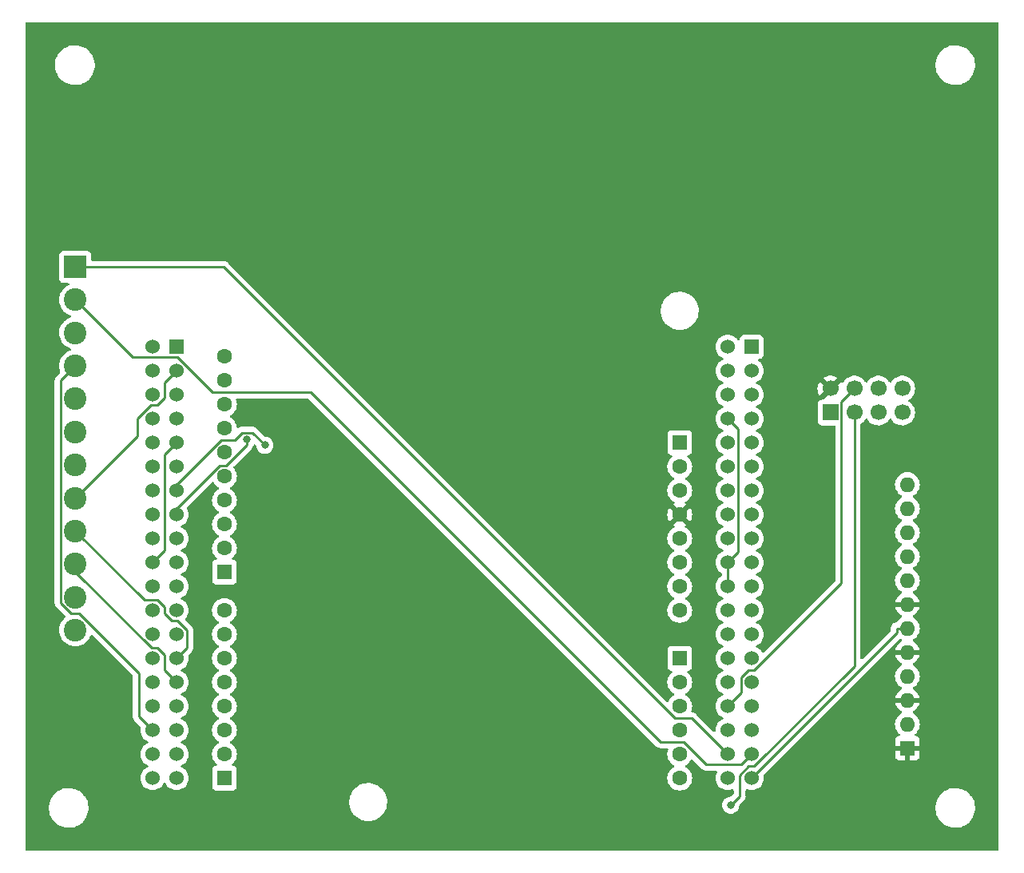
<source format=gbl>
G04 #@! TF.GenerationSoftware,KiCad,Pcbnew,(6.0.11)*
G04 #@! TF.CreationDate,2023-03-02T23:13:04-06:00*
G04 #@! TF.ProjectId,STM,53544d2e-6b69-4636-9164-5f7063625858,rev?*
G04 #@! TF.SameCoordinates,Original*
G04 #@! TF.FileFunction,Copper,L2,Bot*
G04 #@! TF.FilePolarity,Positive*
%FSLAX46Y46*%
G04 Gerber Fmt 4.6, Leading zero omitted, Abs format (unit mm)*
G04 Created by KiCad (PCBNEW (6.0.11)) date 2023-03-02 23:13:04*
%MOMM*%
%LPD*%
G01*
G04 APERTURE LIST*
G04 #@! TA.AperFunction,ComponentPad*
%ADD10C,1.530000*%
G04 #@! TD*
G04 #@! TA.AperFunction,ComponentPad*
%ADD11R,1.530000X1.530000*%
G04 #@! TD*
G04 #@! TA.AperFunction,ComponentPad*
%ADD12C,1.605000*%
G04 #@! TD*
G04 #@! TA.AperFunction,ComponentPad*
%ADD13R,1.605000X1.605000*%
G04 #@! TD*
G04 #@! TA.AperFunction,ComponentPad*
%ADD14R,1.700000X1.700000*%
G04 #@! TD*
G04 #@! TA.AperFunction,ComponentPad*
%ADD15C,1.700000*%
G04 #@! TD*
G04 #@! TA.AperFunction,ComponentPad*
%ADD16R,1.600000X1.600000*%
G04 #@! TD*
G04 #@! TA.AperFunction,ComponentPad*
%ADD17O,1.600000X1.600000*%
G04 #@! TD*
G04 #@! TA.AperFunction,ComponentPad*
%ADD18R,2.400000X2.400000*%
G04 #@! TD*
G04 #@! TA.AperFunction,ComponentPad*
%ADD19C,2.400000*%
G04 #@! TD*
G04 #@! TA.AperFunction,ViaPad*
%ADD20C,0.800000*%
G04 #@! TD*
G04 #@! TA.AperFunction,Conductor*
%ADD21C,0.250000*%
G04 #@! TD*
G04 APERTURE END LIST*
D10*
X67310000Y-136540000D03*
X69850000Y-136540000D03*
X67310000Y-134000000D03*
X69850000Y-134000000D03*
X67310000Y-131460000D03*
X69850000Y-131460000D03*
X67310000Y-128920000D03*
X69850000Y-128920000D03*
X67310000Y-126380000D03*
X69850000Y-126380000D03*
X67310000Y-123840000D03*
X69850000Y-123840000D03*
X67310000Y-121300000D03*
X69850000Y-121300000D03*
X67310000Y-118760000D03*
X69850000Y-118760000D03*
X67310000Y-116220000D03*
X69850000Y-116220000D03*
X67310000Y-113680000D03*
X69850000Y-113680000D03*
X67310000Y-111140000D03*
X69850000Y-111140000D03*
X67310000Y-108600000D03*
X69850000Y-108600000D03*
X67310000Y-106060000D03*
X69850000Y-106060000D03*
X67310000Y-103520000D03*
X69850000Y-103520000D03*
X67310000Y-100980000D03*
X69850000Y-100980000D03*
X67310000Y-98440000D03*
X69850000Y-98440000D03*
X67310000Y-95900000D03*
X69850000Y-95900000D03*
X67310000Y-93360000D03*
X69850000Y-93360000D03*
X67310000Y-90820000D03*
D11*
X69850000Y-90820000D03*
D12*
X74930000Y-118760000D03*
X74930000Y-121300000D03*
X74930000Y-123840000D03*
X74930000Y-126380000D03*
X74930000Y-128920000D03*
X74930000Y-131460000D03*
X74930000Y-134000000D03*
D13*
X74930000Y-136540000D03*
D12*
X123190000Y-136540000D03*
X123190000Y-134000000D03*
X123190000Y-131460000D03*
X123190000Y-128920000D03*
X123190000Y-126380000D03*
D13*
X123190000Y-123840000D03*
D10*
X128270000Y-136540000D03*
X130810000Y-136540000D03*
X128270000Y-134000000D03*
X130810000Y-134000000D03*
X128270000Y-131460000D03*
X130810000Y-131460000D03*
X128270000Y-128920000D03*
X130810000Y-128920000D03*
X128270000Y-126380000D03*
X130810000Y-126380000D03*
X128270000Y-123840000D03*
X130810000Y-123840000D03*
X128270000Y-121300000D03*
X130810000Y-121300000D03*
X128270000Y-118760000D03*
X130810000Y-118760000D03*
X128270000Y-116220000D03*
X130810000Y-116220000D03*
X128270000Y-113680000D03*
X130810000Y-113680000D03*
X128270000Y-111140000D03*
X130810000Y-111140000D03*
X128270000Y-108600000D03*
X130810000Y-108600000D03*
X128270000Y-106060000D03*
X130810000Y-106060000D03*
X128270000Y-103520000D03*
X130810000Y-103520000D03*
X128270000Y-100980000D03*
X130810000Y-100980000D03*
X128270000Y-98440000D03*
X130810000Y-98440000D03*
X128270000Y-95900000D03*
X130810000Y-95900000D03*
X128270000Y-93360000D03*
X130810000Y-93360000D03*
X128270000Y-90820000D03*
D11*
X130810000Y-90820000D03*
D12*
X123190000Y-118760000D03*
X123190000Y-116220000D03*
X123190000Y-113680000D03*
X123190000Y-111140000D03*
X123190000Y-108600000D03*
X123190000Y-106060000D03*
X123190000Y-103520000D03*
D13*
X123190000Y-100980000D03*
D12*
X74930000Y-91840000D03*
X74930000Y-94380000D03*
X74930000Y-96920000D03*
X74930000Y-99460000D03*
X74930000Y-102000000D03*
X74930000Y-104540000D03*
X74930000Y-107080000D03*
X74930000Y-109620000D03*
X74930000Y-112160000D03*
D13*
X74930000Y-114700000D03*
D14*
X139155000Y-97790000D03*
D15*
X139155000Y-95250000D03*
X141695000Y-97790000D03*
X141695000Y-95250000D03*
X144235000Y-97790000D03*
X144235000Y-95250000D03*
X146775000Y-97790000D03*
X146775000Y-95250000D03*
D16*
X147320000Y-133360000D03*
D17*
X147320000Y-130820000D03*
X147320000Y-128280000D03*
X147320000Y-125740000D03*
X147320000Y-123200000D03*
X147320000Y-120660000D03*
X147320000Y-118120000D03*
X147320000Y-115580000D03*
X147320000Y-113040000D03*
X147320000Y-110500000D03*
X147320000Y-107960000D03*
X147320000Y-105420000D03*
D18*
X59120000Y-82350000D03*
D19*
X59120000Y-85850000D03*
X59120000Y-89350000D03*
X59120000Y-92850000D03*
X59120000Y-96350000D03*
X59120000Y-99850000D03*
X59120000Y-103350000D03*
X59120000Y-106850000D03*
X59120000Y-110350000D03*
X59120000Y-113850000D03*
X59120000Y-117350000D03*
X59120000Y-120850000D03*
D20*
X77315500Y-100650300D03*
X79205700Y-101252700D03*
X128597800Y-139408500D03*
D21*
X77315500Y-101214400D02*
X77315500Y-100650300D01*
X75117600Y-103412300D02*
X77315500Y-101214400D01*
X74448900Y-103412300D02*
X75117600Y-103412300D01*
X69850000Y-108011200D02*
X74448900Y-103412300D01*
X69850000Y-108600000D02*
X69850000Y-108011200D01*
X77878100Y-99925100D02*
X79205700Y-101252700D01*
X76815500Y-99925100D02*
X77878100Y-99925100D01*
X76010600Y-100730000D02*
X76815500Y-99925100D01*
X74551400Y-100730000D02*
X76010600Y-100730000D01*
X69850000Y-105431400D02*
X74551400Y-100730000D01*
X69850000Y-106060000D02*
X69850000Y-105431400D01*
X68580000Y-102250000D02*
X69850000Y-100980000D01*
X68580000Y-112410000D02*
X68580000Y-102250000D01*
X67310000Y-113680000D02*
X68580000Y-112410000D01*
X141695000Y-124668500D02*
X141695000Y-97790000D01*
X131093500Y-135270000D02*
X141695000Y-124668500D01*
X130510600Y-135270000D02*
X131093500Y-135270000D01*
X129540000Y-136240600D02*
X130510600Y-135270000D01*
X129540000Y-138466300D02*
X129540000Y-136240600D01*
X128597800Y-139408500D02*
X129540000Y-138466300D01*
X140330200Y-96614800D02*
X141695000Y-95250000D01*
X140330200Y-115879800D02*
X140330200Y-96614800D01*
X131100000Y-125110000D02*
X140330200Y-115879800D01*
X130477500Y-125110000D02*
X131100000Y-125110000D01*
X129719800Y-125867700D02*
X130477500Y-125110000D01*
X129719800Y-127470200D02*
X129719800Y-125867700D01*
X128270000Y-128920000D02*
X129719800Y-127470200D01*
X128270000Y-116220000D02*
X128270000Y-113680000D01*
X129381200Y-99551200D02*
X128270000Y-98440000D01*
X129381200Y-112568800D02*
X129381200Y-99551200D01*
X128270000Y-113680000D02*
X129381200Y-112568800D01*
X68580000Y-125110000D02*
X69850000Y-126380000D01*
X68580000Y-123507500D02*
X68580000Y-125110000D01*
X67822300Y-122749800D02*
X68580000Y-123507500D01*
X67213800Y-122749800D02*
X67822300Y-122749800D01*
X59120000Y-114656000D02*
X67213800Y-122749800D01*
X59120000Y-113850000D02*
X59120000Y-114656000D01*
X70966300Y-122723700D02*
X69850000Y-123840000D01*
X70966300Y-120851500D02*
X70966300Y-122723700D01*
X69965700Y-119850900D02*
X70966300Y-120851500D01*
X69380900Y-119850900D02*
X69965700Y-119850900D01*
X68580000Y-119050000D02*
X69380900Y-119850900D01*
X68580000Y-118427500D02*
X68580000Y-119050000D01*
X67822300Y-117669800D02*
X68580000Y-118427500D01*
X66439800Y-117669800D02*
X67822300Y-117669800D01*
X59120000Y-110350000D02*
X66439800Y-117669800D01*
X68580000Y-94630000D02*
X69850000Y-93360000D01*
X68580000Y-96232500D02*
X68580000Y-94630000D01*
X67822300Y-96990200D02*
X68580000Y-96232500D01*
X67166500Y-96990200D02*
X67822300Y-96990200D01*
X65710200Y-98446500D02*
X67166500Y-96990200D01*
X65710200Y-100259800D02*
X65710200Y-98446500D01*
X59120000Y-106850000D02*
X65710200Y-100259800D01*
X65860200Y-130010200D02*
X67310000Y-131460000D01*
X65860200Y-125408300D02*
X65860200Y-130010200D01*
X59551900Y-119100000D02*
X65860200Y-125408300D01*
X58690100Y-119100000D02*
X59551900Y-119100000D01*
X57566900Y-117976800D02*
X58690100Y-119100000D01*
X57566900Y-94403100D02*
X57566900Y-117976800D01*
X59120000Y-92850000D02*
X57566900Y-94403100D01*
X147320000Y-120660000D02*
X146194900Y-120660000D01*
X146194900Y-121155100D02*
X146194900Y-120660000D01*
X130810000Y-136540000D02*
X146194900Y-121155100D01*
X129698800Y-135111200D02*
X130810000Y-134000000D01*
X126002700Y-135111200D02*
X129698800Y-135111200D01*
X123621500Y-132730000D02*
X126002700Y-135111200D01*
X121166100Y-132730000D02*
X123621500Y-132730000D01*
X84086100Y-95650000D02*
X121166100Y-132730000D01*
X73684900Y-95650000D02*
X84086100Y-95650000D01*
X69965600Y-91930700D02*
X73684900Y-95650000D01*
X65200700Y-91930700D02*
X69965600Y-91930700D01*
X59120000Y-85850000D02*
X65200700Y-91930700D01*
X124460000Y-130190000D02*
X128270000Y-134000000D01*
X122655000Y-130190000D02*
X124460000Y-130190000D01*
X74815000Y-82350000D02*
X122655000Y-130190000D01*
X59120000Y-82350000D02*
X74815000Y-82350000D01*
G04 #@! TA.AperFunction,Conductor*
G36*
X156913621Y-56408502D02*
G01*
X156960114Y-56462158D01*
X156971500Y-56514500D01*
X156971500Y-144145500D01*
X156951498Y-144213621D01*
X156897842Y-144260114D01*
X156845500Y-144271500D01*
X53974500Y-144271500D01*
X53906379Y-144251498D01*
X53859886Y-144197842D01*
X53848500Y-144145500D01*
X53848500Y-139832703D01*
X56310743Y-139832703D01*
X56348268Y-140117734D01*
X56424129Y-140395036D01*
X56425813Y-140398984D01*
X56521091Y-140622358D01*
X56536923Y-140659476D01*
X56548693Y-140679142D01*
X56656645Y-140859516D01*
X56684561Y-140906161D01*
X56864313Y-141130528D01*
X57072851Y-141328423D01*
X57306317Y-141496186D01*
X57310112Y-141498195D01*
X57310113Y-141498196D01*
X57331869Y-141509715D01*
X57560392Y-141630712D01*
X57830373Y-141729511D01*
X58111264Y-141790755D01*
X58139841Y-141793004D01*
X58334282Y-141808307D01*
X58334291Y-141808307D01*
X58336739Y-141808500D01*
X58492271Y-141808500D01*
X58494407Y-141808354D01*
X58494418Y-141808354D01*
X58702548Y-141794165D01*
X58702554Y-141794164D01*
X58706825Y-141793873D01*
X58711020Y-141793004D01*
X58711022Y-141793004D01*
X58847583Y-141764724D01*
X58988342Y-141735574D01*
X59259343Y-141639607D01*
X59514812Y-141507750D01*
X59518313Y-141505289D01*
X59518317Y-141505287D01*
X59632418Y-141425095D01*
X59750023Y-141342441D01*
X59960622Y-141146740D01*
X60142713Y-140924268D01*
X60292927Y-140679142D01*
X60317854Y-140622358D01*
X60406757Y-140419830D01*
X60408483Y-140415898D01*
X60487244Y-140139406D01*
X60527751Y-139854784D01*
X60527845Y-139836951D01*
X60529235Y-139571583D01*
X60529235Y-139571576D01*
X60529257Y-139567297D01*
X60491732Y-139282266D01*
X60417176Y-139009733D01*
X88157822Y-139009733D01*
X88157975Y-139014121D01*
X88157975Y-139014127D01*
X88167339Y-139282266D01*
X88167625Y-139290458D01*
X88168387Y-139294781D01*
X88168388Y-139294788D01*
X88192916Y-139433893D01*
X88216402Y-139567087D01*
X88303203Y-139834235D01*
X88426340Y-140086702D01*
X88428795Y-140090341D01*
X88428798Y-140090347D01*
X88499885Y-140195737D01*
X88583415Y-140319576D01*
X88771371Y-140528322D01*
X88986550Y-140708879D01*
X89224764Y-140857731D01*
X89481375Y-140971982D01*
X89751390Y-141049407D01*
X89755740Y-141050018D01*
X89755743Y-141050019D01*
X89858690Y-141064487D01*
X90029552Y-141088500D01*
X90240146Y-141088500D01*
X90242332Y-141088347D01*
X90242336Y-141088347D01*
X90445827Y-141074118D01*
X90445832Y-141074117D01*
X90450212Y-141073811D01*
X90724970Y-141015409D01*
X90729099Y-141013906D01*
X90729103Y-141013905D01*
X90984781Y-140920846D01*
X90984785Y-140920844D01*
X90988926Y-140919337D01*
X91236942Y-140787464D01*
X91341896Y-140711211D01*
X91460629Y-140624947D01*
X91460632Y-140624944D01*
X91464192Y-140622358D01*
X91666252Y-140427231D01*
X91839188Y-140205882D01*
X91841384Y-140202078D01*
X91841389Y-140202071D01*
X91977435Y-139966431D01*
X91979636Y-139962619D01*
X92084862Y-139702176D01*
X92109164Y-139604706D01*
X92151753Y-139433893D01*
X92151754Y-139433888D01*
X92152817Y-139429624D01*
X92154348Y-139415065D01*
X92181719Y-139154636D01*
X92181719Y-139154633D01*
X92182178Y-139150267D01*
X92182025Y-139145873D01*
X92172529Y-138873939D01*
X92172528Y-138873933D01*
X92172375Y-138869542D01*
X92166227Y-138834672D01*
X92128597Y-138621263D01*
X92123598Y-138592913D01*
X92036797Y-138325765D01*
X91913660Y-138073298D01*
X91911205Y-138069659D01*
X91911202Y-138069653D01*
X91791542Y-137892250D01*
X91756585Y-137840424D01*
X91753047Y-137836494D01*
X91571566Y-137634940D01*
X91568629Y-137631678D01*
X91541895Y-137609245D01*
X91356820Y-137453949D01*
X91353450Y-137451121D01*
X91115236Y-137302269D01*
X90881054Y-137198004D01*
X90862639Y-137189805D01*
X90862637Y-137189804D01*
X90858625Y-137188018D01*
X90588610Y-137110593D01*
X90584260Y-137109982D01*
X90584257Y-137109981D01*
X90481310Y-137095513D01*
X90310448Y-137071500D01*
X90099854Y-137071500D01*
X90097668Y-137071653D01*
X90097664Y-137071653D01*
X89894173Y-137085882D01*
X89894168Y-137085883D01*
X89889788Y-137086189D01*
X89615030Y-137144591D01*
X89610901Y-137146094D01*
X89610897Y-137146095D01*
X89355219Y-137239154D01*
X89355215Y-137239156D01*
X89351074Y-137240663D01*
X89103058Y-137372536D01*
X89099499Y-137375122D01*
X89099497Y-137375123D01*
X88896728Y-137522443D01*
X88875808Y-137537642D01*
X88673748Y-137732769D01*
X88500812Y-137954118D01*
X88498616Y-137957922D01*
X88498611Y-137957929D01*
X88386735Y-138151705D01*
X88360364Y-138197381D01*
X88255138Y-138457824D01*
X88254073Y-138462097D01*
X88254072Y-138462099D01*
X88194418Y-138701360D01*
X88187183Y-138730376D01*
X88186724Y-138734744D01*
X88186723Y-138734749D01*
X88160929Y-138980170D01*
X88157822Y-139009733D01*
X60417176Y-139009733D01*
X60415871Y-139004964D01*
X60327423Y-138797601D01*
X60304763Y-138744476D01*
X60304761Y-138744472D01*
X60303077Y-138740524D01*
X60182069Y-138538334D01*
X60157643Y-138497521D01*
X60157640Y-138497517D01*
X60155439Y-138493839D01*
X59975687Y-138269472D01*
X59767149Y-138071577D01*
X59533683Y-137903814D01*
X59511843Y-137892250D01*
X59443393Y-137856008D01*
X59279608Y-137769288D01*
X59086392Y-137698581D01*
X59013658Y-137671964D01*
X59013656Y-137671963D01*
X59009627Y-137670489D01*
X58728736Y-137609245D01*
X58697685Y-137606801D01*
X58505718Y-137591693D01*
X58505709Y-137591693D01*
X58503261Y-137591500D01*
X58347729Y-137591500D01*
X58345593Y-137591646D01*
X58345582Y-137591646D01*
X58137452Y-137605835D01*
X58137446Y-137605836D01*
X58133175Y-137606127D01*
X58128980Y-137606996D01*
X58128978Y-137606996D01*
X58023420Y-137628856D01*
X57851658Y-137664426D01*
X57580657Y-137760393D01*
X57325188Y-137892250D01*
X57321687Y-137894711D01*
X57321683Y-137894713D01*
X57311594Y-137901804D01*
X57089977Y-138057559D01*
X56879378Y-138253260D01*
X56697287Y-138475732D01*
X56547073Y-138720858D01*
X56545347Y-138724791D01*
X56545346Y-138724792D01*
X56445381Y-138952519D01*
X56431517Y-138984102D01*
X56430342Y-138988229D01*
X56430341Y-138988230D01*
X56414674Y-139043229D01*
X56352756Y-139260594D01*
X56312249Y-139545216D01*
X56312227Y-139549505D01*
X56312226Y-139549512D01*
X56310765Y-139828417D01*
X56310743Y-139832703D01*
X53848500Y-139832703D01*
X53848500Y-94383043D01*
X56928680Y-94383043D01*
X56929426Y-94390935D01*
X56932841Y-94427061D01*
X56933400Y-94438919D01*
X56933400Y-117898033D01*
X56932873Y-117909216D01*
X56931198Y-117916709D01*
X56931447Y-117924635D01*
X56931447Y-117924636D01*
X56933338Y-117984786D01*
X56933400Y-117988745D01*
X56933400Y-118016656D01*
X56933897Y-118020590D01*
X56933897Y-118020591D01*
X56933905Y-118020656D01*
X56934838Y-118032493D01*
X56936227Y-118076689D01*
X56941878Y-118096139D01*
X56945887Y-118115500D01*
X56948426Y-118135597D01*
X56951345Y-118142968D01*
X56951345Y-118142970D01*
X56964704Y-118176712D01*
X56968549Y-118187942D01*
X56980882Y-118230393D01*
X56984915Y-118237212D01*
X56984917Y-118237217D01*
X56991193Y-118247828D01*
X56999888Y-118265576D01*
X57007348Y-118284417D01*
X57012010Y-118290833D01*
X57012010Y-118290834D01*
X57033336Y-118320187D01*
X57039852Y-118330107D01*
X57062358Y-118368162D01*
X57076679Y-118382483D01*
X57089519Y-118397516D01*
X57101428Y-118413907D01*
X57107534Y-118418958D01*
X57135505Y-118442098D01*
X57144284Y-118450088D01*
X58039749Y-119345553D01*
X58073775Y-119407865D01*
X58068710Y-119478680D01*
X58034555Y-119528651D01*
X57942232Y-119611053D01*
X57887562Y-119659848D01*
X57725183Y-119855087D01*
X57593447Y-120072182D01*
X57591638Y-120076496D01*
X57591637Y-120076498D01*
X57504340Y-120284679D01*
X57495246Y-120306365D01*
X57494095Y-120310897D01*
X57494094Y-120310900D01*
X57490506Y-120325027D01*
X57432738Y-120552490D01*
X57407296Y-120805151D01*
X57407520Y-120809817D01*
X57407520Y-120809822D01*
X57411280Y-120888087D01*
X57419480Y-121058798D01*
X57469021Y-121307857D01*
X57470600Y-121312255D01*
X57470602Y-121312262D01*
X57545901Y-121521986D01*
X57554831Y-121546858D01*
X57557048Y-121550984D01*
X57661184Y-121744791D01*
X57675025Y-121770551D01*
X57677820Y-121774294D01*
X57677822Y-121774297D01*
X57824171Y-121970282D01*
X57824176Y-121970288D01*
X57826963Y-121974020D01*
X57830272Y-121977300D01*
X57830277Y-121977306D01*
X58003990Y-122149509D01*
X58007307Y-122152797D01*
X58011069Y-122155555D01*
X58011072Y-122155558D01*
X58208323Y-122300188D01*
X58212094Y-122302953D01*
X58216229Y-122305129D01*
X58216233Y-122305131D01*
X58230458Y-122312615D01*
X58436827Y-122421191D01*
X58535947Y-122455805D01*
X58670297Y-122502722D01*
X58676568Y-122504912D01*
X58926050Y-122552278D01*
X59046532Y-122557011D01*
X59175125Y-122562064D01*
X59175130Y-122562064D01*
X59179793Y-122562247D01*
X59278774Y-122551407D01*
X59427569Y-122535112D01*
X59427575Y-122535111D01*
X59432222Y-122534602D01*
X59541680Y-122505784D01*
X59673273Y-122471138D01*
X59677793Y-122469948D01*
X59831432Y-122403940D01*
X59906807Y-122371557D01*
X59906810Y-122371555D01*
X59911110Y-122369708D01*
X59915090Y-122367245D01*
X59915094Y-122367243D01*
X60123064Y-122238547D01*
X60123066Y-122238545D01*
X60127047Y-122236082D01*
X60228957Y-122149809D01*
X60317289Y-122075031D01*
X60317291Y-122075029D01*
X60320862Y-122072006D01*
X60488295Y-121881084D01*
X60499929Y-121862998D01*
X60623141Y-121671442D01*
X60625669Y-121667512D01*
X60729967Y-121435980D01*
X60731238Y-121431473D01*
X60731966Y-121429473D01*
X60774058Y-121372300D01*
X60840378Y-121346960D01*
X60909871Y-121361497D01*
X60939464Y-121383468D01*
X65189795Y-125633799D01*
X65223821Y-125696111D01*
X65226700Y-125722894D01*
X65226700Y-129931433D01*
X65226173Y-129942616D01*
X65224498Y-129950109D01*
X65224747Y-129958035D01*
X65224747Y-129958036D01*
X65226638Y-130018186D01*
X65226700Y-130022145D01*
X65226700Y-130050056D01*
X65227197Y-130053990D01*
X65227197Y-130053991D01*
X65227205Y-130054056D01*
X65228138Y-130065893D01*
X65229527Y-130110089D01*
X65235178Y-130129539D01*
X65239187Y-130148900D01*
X65240431Y-130158743D01*
X65241726Y-130168997D01*
X65244645Y-130176368D01*
X65244645Y-130176370D01*
X65258004Y-130210112D01*
X65261849Y-130221342D01*
X65264615Y-130230864D01*
X65274182Y-130263793D01*
X65278215Y-130270612D01*
X65278217Y-130270617D01*
X65284493Y-130281228D01*
X65293188Y-130298976D01*
X65300648Y-130317817D01*
X65305310Y-130324233D01*
X65305310Y-130324234D01*
X65326636Y-130353587D01*
X65333152Y-130363507D01*
X65355658Y-130401562D01*
X65369979Y-130415883D01*
X65382819Y-130430916D01*
X65394728Y-130447307D01*
X65400832Y-130452357D01*
X65400837Y-130452362D01*
X65428798Y-130475493D01*
X65437579Y-130483483D01*
X66029425Y-131075330D01*
X66063450Y-131137642D01*
X66062036Y-131197036D01*
X66051056Y-131238014D01*
X66031635Y-131460000D01*
X66051056Y-131681986D01*
X66088654Y-131822301D01*
X66093382Y-131839946D01*
X66108730Y-131897227D01*
X66111052Y-131902208D01*
X66111053Y-131902209D01*
X66200577Y-132094195D01*
X66200580Y-132094200D01*
X66202903Y-132099182D01*
X66330716Y-132281717D01*
X66488283Y-132439284D01*
X66492792Y-132442441D01*
X66492794Y-132442443D01*
X66568110Y-132495180D01*
X66670817Y-132567097D01*
X66675802Y-132569421D01*
X66675808Y-132569425D01*
X66775272Y-132615805D01*
X66828558Y-132662722D01*
X66848019Y-132730999D01*
X66827478Y-132798959D01*
X66775273Y-132844195D01*
X66675805Y-132890577D01*
X66675800Y-132890580D01*
X66670818Y-132892903D01*
X66568608Y-132964472D01*
X66523904Y-132995774D01*
X66488283Y-133020716D01*
X66330716Y-133178283D01*
X66327559Y-133182791D01*
X66327557Y-133182794D01*
X66282889Y-133246586D01*
X66202903Y-133360818D01*
X66200580Y-133365800D01*
X66200577Y-133365805D01*
X66117056Y-133544917D01*
X66108730Y-133562773D01*
X66051056Y-133778014D01*
X66031635Y-134000000D01*
X66051056Y-134221986D01*
X66077075Y-134319088D01*
X66098234Y-134398054D01*
X66108730Y-134437227D01*
X66111052Y-134442208D01*
X66111053Y-134442209D01*
X66200577Y-134634195D01*
X66200580Y-134634200D01*
X66202903Y-134639182D01*
X66330716Y-134821717D01*
X66488283Y-134979284D01*
X66492792Y-134982441D01*
X66492794Y-134982443D01*
X66568110Y-135035180D01*
X66670817Y-135107097D01*
X66675802Y-135109421D01*
X66675808Y-135109425D01*
X66775272Y-135155805D01*
X66828558Y-135202722D01*
X66848019Y-135270999D01*
X66827478Y-135338959D01*
X66775273Y-135384195D01*
X66675805Y-135430577D01*
X66675800Y-135430580D01*
X66670818Y-135432903D01*
X66598403Y-135483609D01*
X66523904Y-135535774D01*
X66488283Y-135560716D01*
X66330716Y-135718283D01*
X66327559Y-135722791D01*
X66327557Y-135722794D01*
X66308914Y-135749419D01*
X66202903Y-135900818D01*
X66200580Y-135905800D01*
X66200577Y-135905805D01*
X66192116Y-135923950D01*
X66108730Y-136102773D01*
X66051056Y-136318014D01*
X66031635Y-136540000D01*
X66051056Y-136761986D01*
X66108730Y-136977227D01*
X66111052Y-136982208D01*
X66111053Y-136982209D01*
X66200577Y-137174195D01*
X66200580Y-137174200D01*
X66202903Y-137179182D01*
X66330716Y-137361717D01*
X66488283Y-137519284D01*
X66492792Y-137522441D01*
X66492794Y-137522443D01*
X66568110Y-137575180D01*
X66670817Y-137647097D01*
X66675799Y-137649420D01*
X66675804Y-137649423D01*
X66854542Y-137732769D01*
X66872773Y-137741270D01*
X66878081Y-137742692D01*
X66878083Y-137742693D01*
X66906294Y-137750252D01*
X67088014Y-137798944D01*
X67310000Y-137818365D01*
X67531986Y-137798944D01*
X67713706Y-137750252D01*
X67741917Y-137742693D01*
X67741919Y-137742692D01*
X67747227Y-137741270D01*
X67765458Y-137732769D01*
X67944196Y-137649423D01*
X67944201Y-137649420D01*
X67949183Y-137647097D01*
X68051890Y-137575180D01*
X68127206Y-137522443D01*
X68127208Y-137522441D01*
X68131717Y-137519284D01*
X68289284Y-137361717D01*
X68417097Y-137179182D01*
X68419420Y-137174200D01*
X68419423Y-137174195D01*
X68465805Y-137074727D01*
X68512722Y-137021442D01*
X68580999Y-137001981D01*
X68648959Y-137022523D01*
X68694195Y-137074727D01*
X68740577Y-137174195D01*
X68740580Y-137174200D01*
X68742903Y-137179182D01*
X68870716Y-137361717D01*
X69028283Y-137519284D01*
X69032792Y-137522441D01*
X69032794Y-137522443D01*
X69108110Y-137575180D01*
X69210817Y-137647097D01*
X69215799Y-137649420D01*
X69215804Y-137649423D01*
X69394542Y-137732769D01*
X69412773Y-137741270D01*
X69418081Y-137742692D01*
X69418083Y-137742693D01*
X69446294Y-137750252D01*
X69628014Y-137798944D01*
X69850000Y-137818365D01*
X70071986Y-137798944D01*
X70253706Y-137750252D01*
X70281917Y-137742693D01*
X70281919Y-137742692D01*
X70287227Y-137741270D01*
X70305458Y-137732769D01*
X70484196Y-137649423D01*
X70484201Y-137649420D01*
X70489183Y-137647097D01*
X70591890Y-137575180D01*
X70667206Y-137522443D01*
X70667208Y-137522441D01*
X70671717Y-137519284D01*
X70829284Y-137361717D01*
X70957097Y-137179182D01*
X70959420Y-137174200D01*
X70959423Y-137174195D01*
X71048947Y-136982209D01*
X71048948Y-136982208D01*
X71051270Y-136977227D01*
X71108944Y-136761986D01*
X71128365Y-136540000D01*
X71108944Y-136318014D01*
X71051270Y-136102773D01*
X70967884Y-135923950D01*
X70959423Y-135905805D01*
X70959420Y-135905800D01*
X70957097Y-135900818D01*
X70851086Y-135749419D01*
X70832443Y-135722794D01*
X70832441Y-135722791D01*
X70829284Y-135718283D01*
X70671717Y-135560716D01*
X70636097Y-135535774D01*
X70561598Y-135483609D01*
X70489183Y-135432903D01*
X70484201Y-135430580D01*
X70484196Y-135430577D01*
X70384728Y-135384195D01*
X70331443Y-135337278D01*
X70311982Y-135269001D01*
X70332524Y-135201041D01*
X70384728Y-135155805D01*
X70484196Y-135109423D01*
X70484201Y-135109420D01*
X70489183Y-135107097D01*
X70591890Y-135035180D01*
X70667206Y-134982443D01*
X70667208Y-134982441D01*
X70671717Y-134979284D01*
X70829284Y-134821717D01*
X70957097Y-134639182D01*
X70959420Y-134634200D01*
X70959423Y-134634195D01*
X71048947Y-134442209D01*
X71048948Y-134442208D01*
X71051270Y-134437227D01*
X71061767Y-134398054D01*
X71082925Y-134319088D01*
X71108944Y-134221986D01*
X71128365Y-134000000D01*
X73613992Y-134000000D01*
X73633985Y-134228522D01*
X73635409Y-134233835D01*
X73635409Y-134233837D01*
X73689331Y-134435074D01*
X73693357Y-134450101D01*
X73695679Y-134455082D01*
X73695680Y-134455083D01*
X73786518Y-134649884D01*
X73790304Y-134658004D01*
X73921879Y-134845914D01*
X74084086Y-135008121D01*
X74088597Y-135011280D01*
X74090975Y-135013275D01*
X74130301Y-135072385D01*
X74131427Y-135143373D01*
X74093995Y-135203700D01*
X74032274Y-135231191D01*
X74032722Y-135233075D01*
X74025040Y-135234902D01*
X74017184Y-135235755D01*
X73880795Y-135286885D01*
X73764239Y-135374239D01*
X73676885Y-135490795D01*
X73625755Y-135627184D01*
X73619000Y-135689366D01*
X73619000Y-137390634D01*
X73625755Y-137452816D01*
X73676885Y-137589205D01*
X73764239Y-137705761D01*
X73880795Y-137793115D01*
X74017184Y-137844245D01*
X74079366Y-137851000D01*
X75780634Y-137851000D01*
X75842816Y-137844245D01*
X75979205Y-137793115D01*
X76095761Y-137705761D01*
X76183115Y-137589205D01*
X76234245Y-137452816D01*
X76241000Y-137390634D01*
X76241000Y-135689366D01*
X76234245Y-135627184D01*
X76183115Y-135490795D01*
X76095761Y-135374239D01*
X75979205Y-135286885D01*
X75842816Y-135235755D01*
X75834960Y-135234902D01*
X75827278Y-135233075D01*
X75827670Y-135231427D01*
X75770847Y-135207817D01*
X75730421Y-135149454D01*
X75727965Y-135078500D01*
X75769025Y-135013275D01*
X75771403Y-135011280D01*
X75775914Y-135008121D01*
X75938121Y-134845914D01*
X76069696Y-134658004D01*
X76073483Y-134649884D01*
X76164320Y-134455083D01*
X76164321Y-134455082D01*
X76166643Y-134450101D01*
X76170670Y-134435074D01*
X76224591Y-134233837D01*
X76224591Y-134233835D01*
X76226015Y-134228522D01*
X76246008Y-134000000D01*
X76226015Y-133771478D01*
X76224591Y-133766163D01*
X76168066Y-133555209D01*
X76168065Y-133555207D01*
X76166643Y-133549899D01*
X76161103Y-133538019D01*
X76072019Y-133346977D01*
X76072017Y-133346974D01*
X76069696Y-133341996D01*
X75938121Y-133154086D01*
X75775914Y-132991879D01*
X75588004Y-132860304D01*
X75583026Y-132857983D01*
X75583023Y-132857981D01*
X75553458Y-132844195D01*
X75500173Y-132797278D01*
X75480712Y-132729001D01*
X75501254Y-132661041D01*
X75553458Y-132615805D01*
X75583023Y-132602019D01*
X75583026Y-132602017D01*
X75588004Y-132599696D01*
X75775914Y-132468121D01*
X75938121Y-132305914D01*
X76069696Y-132118004D01*
X76074979Y-132106676D01*
X76164320Y-131915083D01*
X76164322Y-131915078D01*
X76166643Y-131910101D01*
X76171516Y-131891917D01*
X76224591Y-131693837D01*
X76224591Y-131693835D01*
X76226015Y-131688522D01*
X76246008Y-131460000D01*
X76226015Y-131231478D01*
X76178300Y-131053402D01*
X76168066Y-131015209D01*
X76168065Y-131015207D01*
X76166643Y-131009899D01*
X76161103Y-130998019D01*
X76072019Y-130806977D01*
X76072017Y-130806974D01*
X76069696Y-130801996D01*
X75938121Y-130614086D01*
X75775914Y-130451879D01*
X75588004Y-130320304D01*
X75583026Y-130317983D01*
X75583023Y-130317981D01*
X75553458Y-130304195D01*
X75500173Y-130257278D01*
X75480712Y-130189001D01*
X75501254Y-130121041D01*
X75553458Y-130075805D01*
X75583023Y-130062019D01*
X75583026Y-130062017D01*
X75588004Y-130059696D01*
X75775914Y-129928121D01*
X75938121Y-129765914D01*
X76069696Y-129578004D01*
X76073908Y-129568973D01*
X76164320Y-129375083D01*
X76164322Y-129375078D01*
X76166643Y-129370101D01*
X76171516Y-129351917D01*
X76224591Y-129153837D01*
X76224591Y-129153835D01*
X76226015Y-129148522D01*
X76246008Y-128920000D01*
X76226015Y-128691478D01*
X76187174Y-128546522D01*
X76168066Y-128475209D01*
X76168065Y-128475207D01*
X76166643Y-128469899D01*
X76153912Y-128442597D01*
X76072019Y-128266977D01*
X76072017Y-128266974D01*
X76069696Y-128261996D01*
X75938121Y-128074086D01*
X75775914Y-127911879D01*
X75588004Y-127780304D01*
X75583026Y-127777983D01*
X75583023Y-127777981D01*
X75553458Y-127764195D01*
X75500173Y-127717278D01*
X75480712Y-127649001D01*
X75501254Y-127581041D01*
X75553458Y-127535805D01*
X75583023Y-127522019D01*
X75583026Y-127522017D01*
X75588004Y-127519696D01*
X75775914Y-127388121D01*
X75938121Y-127225914D01*
X76069696Y-127038004D01*
X76080799Y-127014195D01*
X76164320Y-126835083D01*
X76164321Y-126835082D01*
X76166643Y-126830101D01*
X76171516Y-126811917D01*
X76224591Y-126613837D01*
X76224591Y-126613835D01*
X76226015Y-126608522D01*
X76246008Y-126380000D01*
X76226015Y-126151478D01*
X76178300Y-125973402D01*
X76168066Y-125935209D01*
X76168065Y-125935207D01*
X76166643Y-125929899D01*
X76164320Y-125924917D01*
X76072019Y-125726977D01*
X76072017Y-125726974D01*
X76069696Y-125721996D01*
X75938121Y-125534086D01*
X75775914Y-125371879D01*
X75588004Y-125240304D01*
X75583026Y-125237983D01*
X75583023Y-125237981D01*
X75553458Y-125224195D01*
X75500173Y-125177278D01*
X75480712Y-125109001D01*
X75501254Y-125041041D01*
X75553458Y-124995805D01*
X75583023Y-124982019D01*
X75583026Y-124982017D01*
X75588004Y-124979696D01*
X75775914Y-124848121D01*
X75938121Y-124685914D01*
X76069696Y-124498004D01*
X76080799Y-124474195D01*
X76164320Y-124295083D01*
X76164321Y-124295082D01*
X76166643Y-124290101D01*
X76171516Y-124271917D01*
X76224591Y-124073837D01*
X76224591Y-124073835D01*
X76226015Y-124068522D01*
X76246008Y-123840000D01*
X76226015Y-123611478D01*
X76224591Y-123606163D01*
X76168066Y-123395209D01*
X76168065Y-123395207D01*
X76166643Y-123389899D01*
X76161103Y-123378019D01*
X76072019Y-123186977D01*
X76072017Y-123186974D01*
X76069696Y-123181996D01*
X75938121Y-122994086D01*
X75775914Y-122831879D01*
X75588004Y-122700304D01*
X75583026Y-122697983D01*
X75583023Y-122697981D01*
X75553458Y-122684195D01*
X75500173Y-122637278D01*
X75480712Y-122569001D01*
X75501254Y-122501041D01*
X75553458Y-122455805D01*
X75583023Y-122442019D01*
X75583026Y-122442017D01*
X75588004Y-122439696D01*
X75775914Y-122308121D01*
X75938121Y-122145914D01*
X76069696Y-121958004D01*
X76080799Y-121934195D01*
X76164320Y-121755083D01*
X76164321Y-121755082D01*
X76166643Y-121750101D01*
X76171516Y-121731917D01*
X76224591Y-121533837D01*
X76224591Y-121533835D01*
X76226015Y-121528522D01*
X76246008Y-121300000D01*
X76226015Y-121071478D01*
X76223847Y-121063386D01*
X76168066Y-120855209D01*
X76168065Y-120855207D01*
X76166643Y-120849899D01*
X76162746Y-120841542D01*
X76072019Y-120646977D01*
X76072017Y-120646974D01*
X76069696Y-120641996D01*
X75938121Y-120454086D01*
X75775914Y-120291879D01*
X75588004Y-120160304D01*
X75583026Y-120157983D01*
X75583023Y-120157981D01*
X75553458Y-120144195D01*
X75500173Y-120097278D01*
X75480712Y-120029001D01*
X75501254Y-119961041D01*
X75553458Y-119915805D01*
X75583023Y-119902019D01*
X75583026Y-119902017D01*
X75588004Y-119899696D01*
X75775914Y-119768121D01*
X75938121Y-119605914D01*
X76069696Y-119418004D01*
X76080799Y-119394195D01*
X76164320Y-119215083D01*
X76164321Y-119215082D01*
X76166643Y-119210101D01*
X76171516Y-119191917D01*
X76224591Y-118993837D01*
X76224591Y-118993835D01*
X76226015Y-118988522D01*
X76246008Y-118760000D01*
X76226015Y-118531478D01*
X76185717Y-118381084D01*
X76168066Y-118315209D01*
X76168065Y-118315207D01*
X76166643Y-118309899D01*
X76154761Y-118284417D01*
X76072019Y-118106977D01*
X76072017Y-118106974D01*
X76069696Y-118101996D01*
X75938121Y-117914086D01*
X75775914Y-117751879D01*
X75588004Y-117620304D01*
X75583026Y-117617983D01*
X75583023Y-117617981D01*
X75385083Y-117525680D01*
X75385082Y-117525679D01*
X75380101Y-117523357D01*
X75374793Y-117521935D01*
X75374791Y-117521934D01*
X75163837Y-117465409D01*
X75163835Y-117465409D01*
X75158522Y-117463985D01*
X74930000Y-117443992D01*
X74701478Y-117463985D01*
X74696165Y-117465409D01*
X74696163Y-117465409D01*
X74485209Y-117521934D01*
X74485207Y-117521935D01*
X74479899Y-117523357D01*
X74474918Y-117525679D01*
X74474917Y-117525680D01*
X74276977Y-117617981D01*
X74276974Y-117617983D01*
X74271996Y-117620304D01*
X74084086Y-117751879D01*
X73921879Y-117914086D01*
X73790304Y-118101996D01*
X73787983Y-118106974D01*
X73787981Y-118106977D01*
X73705239Y-118284417D01*
X73693357Y-118309899D01*
X73691935Y-118315207D01*
X73691934Y-118315209D01*
X73674283Y-118381084D01*
X73633985Y-118531478D01*
X73613992Y-118760000D01*
X73633985Y-118988522D01*
X73635409Y-118993835D01*
X73635409Y-118993837D01*
X73688485Y-119191917D01*
X73693357Y-119210101D01*
X73695679Y-119215082D01*
X73695680Y-119215083D01*
X73779202Y-119394195D01*
X73790304Y-119418004D01*
X73921879Y-119605914D01*
X74084086Y-119768121D01*
X74271996Y-119899696D01*
X74276974Y-119902017D01*
X74276977Y-119902019D01*
X74306542Y-119915805D01*
X74359827Y-119962722D01*
X74379288Y-120030999D01*
X74358746Y-120098959D01*
X74306542Y-120144195D01*
X74276977Y-120157981D01*
X74276974Y-120157983D01*
X74271996Y-120160304D01*
X74084086Y-120291879D01*
X73921879Y-120454086D01*
X73790304Y-120641996D01*
X73787983Y-120646974D01*
X73787981Y-120646977D01*
X73697254Y-120841542D01*
X73693357Y-120849899D01*
X73691935Y-120855207D01*
X73691934Y-120855209D01*
X73636153Y-121063386D01*
X73633985Y-121071478D01*
X73613992Y-121300000D01*
X73633985Y-121528522D01*
X73635409Y-121533835D01*
X73635409Y-121533837D01*
X73688485Y-121731917D01*
X73693357Y-121750101D01*
X73695679Y-121755082D01*
X73695680Y-121755083D01*
X73779202Y-121934195D01*
X73790304Y-121958004D01*
X73921879Y-122145914D01*
X74084086Y-122308121D01*
X74271996Y-122439696D01*
X74276974Y-122442017D01*
X74276977Y-122442019D01*
X74306542Y-122455805D01*
X74359827Y-122502722D01*
X74379288Y-122570999D01*
X74358746Y-122638959D01*
X74306542Y-122684195D01*
X74276977Y-122697981D01*
X74276974Y-122697983D01*
X74271996Y-122700304D01*
X74084086Y-122831879D01*
X73921879Y-122994086D01*
X73790304Y-123181996D01*
X73787983Y-123186974D01*
X73787981Y-123186977D01*
X73698897Y-123378019D01*
X73693357Y-123389899D01*
X73691935Y-123395207D01*
X73691934Y-123395209D01*
X73635409Y-123606163D01*
X73633985Y-123611478D01*
X73613992Y-123840000D01*
X73633985Y-124068522D01*
X73635409Y-124073835D01*
X73635409Y-124073837D01*
X73688485Y-124271917D01*
X73693357Y-124290101D01*
X73695679Y-124295082D01*
X73695680Y-124295083D01*
X73779202Y-124474195D01*
X73790304Y-124498004D01*
X73921879Y-124685914D01*
X74084086Y-124848121D01*
X74271996Y-124979696D01*
X74276974Y-124982017D01*
X74276977Y-124982019D01*
X74306542Y-124995805D01*
X74359827Y-125042722D01*
X74379288Y-125110999D01*
X74358746Y-125178959D01*
X74306542Y-125224195D01*
X74276977Y-125237981D01*
X74276974Y-125237983D01*
X74271996Y-125240304D01*
X74084086Y-125371879D01*
X73921879Y-125534086D01*
X73790304Y-125721996D01*
X73787983Y-125726974D01*
X73787981Y-125726977D01*
X73695680Y-125924917D01*
X73693357Y-125929899D01*
X73691935Y-125935207D01*
X73691934Y-125935209D01*
X73681700Y-125973402D01*
X73633985Y-126151478D01*
X73613992Y-126380000D01*
X73633985Y-126608522D01*
X73635409Y-126613835D01*
X73635409Y-126613837D01*
X73688485Y-126811917D01*
X73693357Y-126830101D01*
X73695679Y-126835082D01*
X73695680Y-126835083D01*
X73779202Y-127014195D01*
X73790304Y-127038004D01*
X73921879Y-127225914D01*
X74084086Y-127388121D01*
X74271996Y-127519696D01*
X74276974Y-127522017D01*
X74276977Y-127522019D01*
X74306542Y-127535805D01*
X74359827Y-127582722D01*
X74379288Y-127650999D01*
X74358746Y-127718959D01*
X74306542Y-127764195D01*
X74276977Y-127777981D01*
X74276974Y-127777983D01*
X74271996Y-127780304D01*
X74084086Y-127911879D01*
X73921879Y-128074086D01*
X73790304Y-128261996D01*
X73787983Y-128266974D01*
X73787981Y-128266977D01*
X73706088Y-128442597D01*
X73693357Y-128469899D01*
X73691935Y-128475207D01*
X73691934Y-128475209D01*
X73672826Y-128546522D01*
X73633985Y-128691478D01*
X73613992Y-128920000D01*
X73633985Y-129148522D01*
X73635409Y-129153835D01*
X73635409Y-129153837D01*
X73688485Y-129351917D01*
X73693357Y-129370101D01*
X73695678Y-129375078D01*
X73695680Y-129375083D01*
X73786093Y-129568973D01*
X73790304Y-129578004D01*
X73921879Y-129765914D01*
X74084086Y-129928121D01*
X74271996Y-130059696D01*
X74276974Y-130062017D01*
X74276977Y-130062019D01*
X74306542Y-130075805D01*
X74359827Y-130122722D01*
X74379288Y-130190999D01*
X74358746Y-130258959D01*
X74306542Y-130304195D01*
X74276977Y-130317981D01*
X74276974Y-130317983D01*
X74271996Y-130320304D01*
X74084086Y-130451879D01*
X73921879Y-130614086D01*
X73790304Y-130801996D01*
X73787983Y-130806974D01*
X73787981Y-130806977D01*
X73698897Y-130998019D01*
X73693357Y-131009899D01*
X73691935Y-131015207D01*
X73691934Y-131015209D01*
X73681700Y-131053402D01*
X73633985Y-131231478D01*
X73613992Y-131460000D01*
X73633985Y-131688522D01*
X73635409Y-131693835D01*
X73635409Y-131693837D01*
X73688485Y-131891917D01*
X73693357Y-131910101D01*
X73695678Y-131915078D01*
X73695680Y-131915083D01*
X73785022Y-132106676D01*
X73790304Y-132118004D01*
X73921879Y-132305914D01*
X74084086Y-132468121D01*
X74271996Y-132599696D01*
X74276974Y-132602017D01*
X74276977Y-132602019D01*
X74306542Y-132615805D01*
X74359827Y-132662722D01*
X74379288Y-132730999D01*
X74358746Y-132798959D01*
X74306542Y-132844195D01*
X74276977Y-132857981D01*
X74276974Y-132857983D01*
X74271996Y-132860304D01*
X74084086Y-132991879D01*
X73921879Y-133154086D01*
X73790304Y-133341996D01*
X73787983Y-133346974D01*
X73787981Y-133346977D01*
X73698897Y-133538019D01*
X73693357Y-133549899D01*
X73691935Y-133555207D01*
X73691934Y-133555209D01*
X73635409Y-133766163D01*
X73633985Y-133771478D01*
X73613992Y-134000000D01*
X71128365Y-134000000D01*
X71108944Y-133778014D01*
X71051270Y-133562773D01*
X71042944Y-133544917D01*
X70959423Y-133365805D01*
X70959420Y-133365800D01*
X70957097Y-133360818D01*
X70877111Y-133246586D01*
X70832443Y-133182794D01*
X70832441Y-133182791D01*
X70829284Y-133178283D01*
X70671717Y-133020716D01*
X70636097Y-132995774D01*
X70591890Y-132964820D01*
X70489183Y-132892903D01*
X70484201Y-132890580D01*
X70484196Y-132890577D01*
X70384728Y-132844195D01*
X70331443Y-132797278D01*
X70311982Y-132729001D01*
X70332524Y-132661041D01*
X70384728Y-132615805D01*
X70484196Y-132569423D01*
X70484201Y-132569420D01*
X70489183Y-132567097D01*
X70591890Y-132495180D01*
X70667206Y-132442443D01*
X70667208Y-132442441D01*
X70671717Y-132439284D01*
X70829284Y-132281717D01*
X70957097Y-132099182D01*
X70959420Y-132094200D01*
X70959423Y-132094195D01*
X71048947Y-131902209D01*
X71048948Y-131902208D01*
X71051270Y-131897227D01*
X71066619Y-131839946D01*
X71071346Y-131822301D01*
X71108944Y-131681986D01*
X71128365Y-131460000D01*
X71108944Y-131238014D01*
X71051270Y-131022773D01*
X71005805Y-130925273D01*
X70959423Y-130825805D01*
X70959420Y-130825800D01*
X70957097Y-130820818D01*
X70829284Y-130638283D01*
X70671717Y-130480716D01*
X70636097Y-130455774D01*
X70566688Y-130407173D01*
X70489183Y-130352903D01*
X70484201Y-130350580D01*
X70484196Y-130350577D01*
X70384728Y-130304195D01*
X70331443Y-130257278D01*
X70311982Y-130189001D01*
X70332524Y-130121041D01*
X70384728Y-130075805D01*
X70484196Y-130029423D01*
X70484201Y-130029420D01*
X70489183Y-130027097D01*
X70625804Y-129931433D01*
X70667206Y-129902443D01*
X70667208Y-129902441D01*
X70671717Y-129899284D01*
X70829284Y-129741717D01*
X70834967Y-129733602D01*
X70912533Y-129622826D01*
X70957097Y-129559182D01*
X70959420Y-129554200D01*
X70959423Y-129554195D01*
X71048947Y-129362209D01*
X71048948Y-129362208D01*
X71051270Y-129357227D01*
X71108944Y-129141986D01*
X71128365Y-128920000D01*
X71108944Y-128698014D01*
X71051270Y-128482773D01*
X71047743Y-128475209D01*
X70959423Y-128285805D01*
X70959420Y-128285800D01*
X70957097Y-128280818D01*
X70829284Y-128098283D01*
X70671717Y-127940716D01*
X70666301Y-127936923D01*
X70591890Y-127884820D01*
X70489183Y-127812903D01*
X70484201Y-127810580D01*
X70484196Y-127810577D01*
X70384728Y-127764195D01*
X70331443Y-127717278D01*
X70311982Y-127649001D01*
X70332524Y-127581041D01*
X70384728Y-127535805D01*
X70484196Y-127489423D01*
X70484201Y-127489420D01*
X70489183Y-127487097D01*
X70591890Y-127415180D01*
X70667206Y-127362443D01*
X70667208Y-127362441D01*
X70671717Y-127359284D01*
X70829284Y-127201717D01*
X70883373Y-127124471D01*
X70916224Y-127077554D01*
X70957097Y-127019182D01*
X70959420Y-127014200D01*
X70959423Y-127014195D01*
X71048947Y-126822209D01*
X71048948Y-126822208D01*
X71051270Y-126817227D01*
X71108944Y-126601986D01*
X71128365Y-126380000D01*
X71108944Y-126158014D01*
X71051270Y-125942773D01*
X71042944Y-125924917D01*
X70959423Y-125745805D01*
X70959420Y-125745800D01*
X70957097Y-125740818D01*
X70829284Y-125558283D01*
X70671717Y-125400716D01*
X70666301Y-125396923D01*
X70591890Y-125344820D01*
X70489183Y-125272903D01*
X70484201Y-125270580D01*
X70484196Y-125270577D01*
X70384728Y-125224195D01*
X70331443Y-125177278D01*
X70311982Y-125109001D01*
X70332524Y-125041041D01*
X70384728Y-124995805D01*
X70484196Y-124949423D01*
X70484201Y-124949420D01*
X70489183Y-124947097D01*
X70623646Y-124852944D01*
X70667206Y-124822443D01*
X70667208Y-124822441D01*
X70671717Y-124819284D01*
X70829284Y-124661717D01*
X70870765Y-124602477D01*
X70916611Y-124537002D01*
X70957097Y-124479182D01*
X70959420Y-124474200D01*
X70959423Y-124474195D01*
X71048947Y-124282209D01*
X71048948Y-124282208D01*
X71051270Y-124277227D01*
X71108944Y-124061986D01*
X71128365Y-123840000D01*
X71108944Y-123618014D01*
X71107521Y-123612704D01*
X71107520Y-123612697D01*
X71097964Y-123577033D01*
X71099654Y-123506056D01*
X71130576Y-123455328D01*
X71358547Y-123227357D01*
X71366837Y-123219813D01*
X71373318Y-123215700D01*
X71419959Y-123166032D01*
X71422713Y-123163191D01*
X71442435Y-123143469D01*
X71444912Y-123140276D01*
X71452617Y-123131255D01*
X71477459Y-123104800D01*
X71482886Y-123099021D01*
X71486707Y-123092071D01*
X71492646Y-123081268D01*
X71503502Y-123064741D01*
X71511057Y-123055002D01*
X71511058Y-123055000D01*
X71515914Y-123048740D01*
X71533474Y-123008160D01*
X71538691Y-122997512D01*
X71556175Y-122965709D01*
X71556176Y-122965707D01*
X71559995Y-122958760D01*
X71565033Y-122939137D01*
X71571437Y-122920434D01*
X71576333Y-122909120D01*
X71576333Y-122909119D01*
X71579481Y-122901845D01*
X71580720Y-122894022D01*
X71580723Y-122894012D01*
X71586399Y-122858176D01*
X71588805Y-122846556D01*
X71597828Y-122811411D01*
X71597828Y-122811410D01*
X71599800Y-122803730D01*
X71599800Y-122783476D01*
X71601351Y-122763765D01*
X71603280Y-122751586D01*
X71604520Y-122743757D01*
X71600359Y-122699738D01*
X71599800Y-122687881D01*
X71599800Y-120930267D01*
X71600327Y-120919084D01*
X71602002Y-120911591D01*
X71599862Y-120843514D01*
X71599800Y-120839555D01*
X71599800Y-120811644D01*
X71599295Y-120807644D01*
X71598362Y-120795801D01*
X71597222Y-120759529D01*
X71596973Y-120751610D01*
X71591322Y-120732158D01*
X71587314Y-120712806D01*
X71585767Y-120700563D01*
X71584774Y-120692703D01*
X71573994Y-120665475D01*
X71568500Y-120651597D01*
X71564655Y-120640370D01*
X71564021Y-120638187D01*
X71552318Y-120597907D01*
X71546582Y-120588207D01*
X71542007Y-120580472D01*
X71533312Y-120562724D01*
X71525852Y-120543883D01*
X71499864Y-120508113D01*
X71493348Y-120498193D01*
X71474880Y-120466965D01*
X71474878Y-120466962D01*
X71470842Y-120460138D01*
X71456521Y-120445817D01*
X71443680Y-120430783D01*
X71436431Y-120420806D01*
X71431772Y-120414393D01*
X71425668Y-120409343D01*
X71425663Y-120409338D01*
X71397702Y-120386207D01*
X71388922Y-120378217D01*
X70799948Y-119789243D01*
X70765922Y-119726931D01*
X70770987Y-119656116D01*
X70799948Y-119611053D01*
X70829284Y-119581717D01*
X70866442Y-119528651D01*
X70916611Y-119457002D01*
X70957097Y-119399182D01*
X70959420Y-119394200D01*
X70959423Y-119394195D01*
X71048947Y-119202209D01*
X71048948Y-119202208D01*
X71051270Y-119197227D01*
X71108944Y-118981986D01*
X71128365Y-118760000D01*
X71108944Y-118538014D01*
X71067269Y-118382483D01*
X71052693Y-118328083D01*
X71052692Y-118328081D01*
X71051270Y-118322773D01*
X71036377Y-118290834D01*
X70959423Y-118125805D01*
X70959420Y-118125800D01*
X70957097Y-118120818D01*
X70829284Y-117938283D01*
X70671717Y-117780716D01*
X70636097Y-117755774D01*
X70591890Y-117724820D01*
X70489183Y-117652903D01*
X70484201Y-117650580D01*
X70484196Y-117650577D01*
X70384728Y-117604195D01*
X70331443Y-117557278D01*
X70311982Y-117489001D01*
X70332524Y-117421041D01*
X70384728Y-117375805D01*
X70484196Y-117329423D01*
X70484201Y-117329420D01*
X70489183Y-117327097D01*
X70624116Y-117232615D01*
X70667206Y-117202443D01*
X70667208Y-117202441D01*
X70671717Y-117199284D01*
X70829284Y-117041717D01*
X70883373Y-116964471D01*
X70916224Y-116917554D01*
X70957097Y-116859182D01*
X70959420Y-116854200D01*
X70959423Y-116854195D01*
X71048947Y-116662209D01*
X71048948Y-116662208D01*
X71051270Y-116657227D01*
X71108944Y-116441986D01*
X71128365Y-116220000D01*
X71108944Y-115998014D01*
X71051270Y-115782773D01*
X71033753Y-115745208D01*
X70959423Y-115585805D01*
X70959420Y-115585800D01*
X70957097Y-115580818D01*
X70885528Y-115478608D01*
X70832443Y-115402794D01*
X70832441Y-115402791D01*
X70829284Y-115398283D01*
X70671717Y-115240716D01*
X70636097Y-115215774D01*
X70591890Y-115184820D01*
X70489183Y-115112903D01*
X70484201Y-115110580D01*
X70484196Y-115110577D01*
X70384728Y-115064195D01*
X70331443Y-115017278D01*
X70311982Y-114949001D01*
X70332524Y-114881041D01*
X70384728Y-114835805D01*
X70484196Y-114789423D01*
X70484201Y-114789420D01*
X70489183Y-114787097D01*
X70591890Y-114715180D01*
X70667206Y-114662443D01*
X70667208Y-114662441D01*
X70671717Y-114659284D01*
X70829284Y-114501717D01*
X70870765Y-114442477D01*
X70915240Y-114378959D01*
X70957097Y-114319182D01*
X70959420Y-114314200D01*
X70959423Y-114314195D01*
X71048947Y-114122209D01*
X71048948Y-114122208D01*
X71051270Y-114117227D01*
X71108944Y-113901986D01*
X71128365Y-113680000D01*
X71108944Y-113458014D01*
X71051270Y-113242773D01*
X71046426Y-113232385D01*
X70959423Y-113045805D01*
X70959420Y-113045800D01*
X70957097Y-113040818D01*
X70829284Y-112858283D01*
X70671717Y-112700716D01*
X70636097Y-112675774D01*
X70554527Y-112618658D01*
X70489183Y-112572903D01*
X70484201Y-112570580D01*
X70484196Y-112570577D01*
X70384728Y-112524195D01*
X70331443Y-112477278D01*
X70311982Y-112409001D01*
X70332524Y-112341041D01*
X70384728Y-112295805D01*
X70484196Y-112249423D01*
X70484201Y-112249420D01*
X70489183Y-112247097D01*
X70621388Y-112154525D01*
X70667206Y-112122443D01*
X70667208Y-112122441D01*
X70671717Y-112119284D01*
X70829284Y-111961717D01*
X70834904Y-111953692D01*
X70915240Y-111838959D01*
X70957097Y-111779182D01*
X70959420Y-111774200D01*
X70959423Y-111774195D01*
X71048947Y-111582209D01*
X71048948Y-111582208D01*
X71051270Y-111577227D01*
X71108944Y-111361986D01*
X71128365Y-111140000D01*
X71108944Y-110918014D01*
X71051270Y-110702773D01*
X71042944Y-110684917D01*
X70959423Y-110505805D01*
X70959420Y-110505800D01*
X70957097Y-110500818D01*
X70829284Y-110318283D01*
X70671717Y-110160716D01*
X70636097Y-110135774D01*
X70573874Y-110092205D01*
X70489183Y-110032903D01*
X70484201Y-110030580D01*
X70484196Y-110030577D01*
X70384728Y-109984195D01*
X70331443Y-109937278D01*
X70311982Y-109869001D01*
X70332524Y-109801041D01*
X70384728Y-109755805D01*
X70484196Y-109709423D01*
X70484201Y-109709420D01*
X70489183Y-109707097D01*
X70613569Y-109620000D01*
X70667206Y-109582443D01*
X70667208Y-109582441D01*
X70671717Y-109579284D01*
X70829284Y-109421717D01*
X70847294Y-109395997D01*
X70885528Y-109341392D01*
X70957097Y-109239182D01*
X70959420Y-109234200D01*
X70959423Y-109234195D01*
X71048947Y-109042209D01*
X71048948Y-109042208D01*
X71051270Y-109037227D01*
X71108944Y-108821986D01*
X71128365Y-108600000D01*
X71108944Y-108378014D01*
X71051270Y-108162773D01*
X71043022Y-108145085D01*
X70959423Y-107965805D01*
X70959420Y-107965800D01*
X70957097Y-107960818D01*
X70953941Y-107956310D01*
X70953937Y-107956304D01*
X70951514Y-107952844D01*
X70928823Y-107885571D01*
X70946106Y-107816710D01*
X70965629Y-107791475D01*
X73589917Y-105167188D01*
X73652229Y-105133162D01*
X73723045Y-105138227D01*
X73779880Y-105180774D01*
X73788031Y-105193129D01*
X73790304Y-105198004D01*
X73793459Y-105202510D01*
X73793462Y-105202515D01*
X73834739Y-105261464D01*
X73921879Y-105385914D01*
X74084086Y-105548121D01*
X74271996Y-105679696D01*
X74276974Y-105682017D01*
X74276977Y-105682019D01*
X74306542Y-105695805D01*
X74359827Y-105742722D01*
X74379288Y-105810999D01*
X74358746Y-105878959D01*
X74306542Y-105924195D01*
X74276977Y-105937981D01*
X74276974Y-105937983D01*
X74271996Y-105940304D01*
X74084086Y-106071879D01*
X73921879Y-106234086D01*
X73790304Y-106421996D01*
X73787983Y-106426974D01*
X73787981Y-106426977D01*
X73696704Y-106622722D01*
X73693357Y-106629899D01*
X73691935Y-106635207D01*
X73691934Y-106635209D01*
X73673585Y-106703690D01*
X73633985Y-106851478D01*
X73613992Y-107080000D01*
X73633985Y-107308522D01*
X73635409Y-107313835D01*
X73635409Y-107313837D01*
X73689597Y-107516067D01*
X73693357Y-107530101D01*
X73695679Y-107535082D01*
X73695680Y-107535083D01*
X73787464Y-107731913D01*
X73790304Y-107738004D01*
X73921879Y-107925914D01*
X74084086Y-108088121D01*
X74271996Y-108219696D01*
X74276974Y-108222017D01*
X74276977Y-108222019D01*
X74306542Y-108235805D01*
X74359827Y-108282722D01*
X74379288Y-108350999D01*
X74358746Y-108418959D01*
X74306542Y-108464195D01*
X74276977Y-108477981D01*
X74276974Y-108477983D01*
X74271996Y-108480304D01*
X74084086Y-108611879D01*
X73921879Y-108774086D01*
X73790304Y-108961996D01*
X73787983Y-108966974D01*
X73787981Y-108966977D01*
X73696704Y-109162722D01*
X73693357Y-109169899D01*
X73691935Y-109175207D01*
X73691934Y-109175209D01*
X73654519Y-109314844D01*
X73633985Y-109391478D01*
X73613992Y-109620000D01*
X73633985Y-109848522D01*
X73635409Y-109853835D01*
X73635409Y-109853837D01*
X73689597Y-110056067D01*
X73693357Y-110070101D01*
X73695679Y-110075082D01*
X73695680Y-110075083D01*
X73787464Y-110271913D01*
X73790304Y-110278004D01*
X73921879Y-110465914D01*
X74084086Y-110628121D01*
X74271996Y-110759696D01*
X74276974Y-110762017D01*
X74276977Y-110762019D01*
X74306542Y-110775805D01*
X74359827Y-110822722D01*
X74379288Y-110890999D01*
X74358746Y-110958959D01*
X74306542Y-111004195D01*
X74276977Y-111017981D01*
X74276974Y-111017983D01*
X74271996Y-111020304D01*
X74084086Y-111151879D01*
X73921879Y-111314086D01*
X73790304Y-111501996D01*
X73787983Y-111506974D01*
X73787981Y-111506977D01*
X73696704Y-111702722D01*
X73693357Y-111709899D01*
X73691935Y-111715207D01*
X73691934Y-111715209D01*
X73669749Y-111798004D01*
X73633985Y-111931478D01*
X73613992Y-112160000D01*
X73633985Y-112388522D01*
X73635409Y-112393835D01*
X73635409Y-112393837D01*
X73689597Y-112596067D01*
X73693357Y-112610101D01*
X73695679Y-112615082D01*
X73695680Y-112615083D01*
X73787464Y-112811913D01*
X73790304Y-112818004D01*
X73921879Y-113005914D01*
X74084086Y-113168121D01*
X74088597Y-113171280D01*
X74090975Y-113173275D01*
X74130301Y-113232385D01*
X74131427Y-113303373D01*
X74093995Y-113363700D01*
X74032274Y-113391191D01*
X74032722Y-113393075D01*
X74025040Y-113394902D01*
X74017184Y-113395755D01*
X73880795Y-113446885D01*
X73764239Y-113534239D01*
X73676885Y-113650795D01*
X73625755Y-113787184D01*
X73619000Y-113849366D01*
X73619000Y-115550634D01*
X73625755Y-115612816D01*
X73676885Y-115749205D01*
X73764239Y-115865761D01*
X73880795Y-115953115D01*
X74017184Y-116004245D01*
X74079366Y-116011000D01*
X75780634Y-116011000D01*
X75842816Y-116004245D01*
X75979205Y-115953115D01*
X76095761Y-115865761D01*
X76183115Y-115749205D01*
X76234245Y-115612816D01*
X76241000Y-115550634D01*
X76241000Y-113849366D01*
X76234245Y-113787184D01*
X76183115Y-113650795D01*
X76095761Y-113534239D01*
X75979205Y-113446885D01*
X75842816Y-113395755D01*
X75834960Y-113394902D01*
X75827278Y-113393075D01*
X75827670Y-113391427D01*
X75770847Y-113367817D01*
X75730421Y-113309454D01*
X75727965Y-113238500D01*
X75769025Y-113173275D01*
X75771403Y-113171280D01*
X75775914Y-113168121D01*
X75938121Y-113005914D01*
X76069696Y-112818004D01*
X76072537Y-112811913D01*
X76164320Y-112615083D01*
X76164321Y-112615082D01*
X76166643Y-112610101D01*
X76170404Y-112596067D01*
X76224591Y-112393837D01*
X76224591Y-112393835D01*
X76226015Y-112388522D01*
X76246008Y-112160000D01*
X76226015Y-111931478D01*
X76190251Y-111798004D01*
X76168066Y-111715209D01*
X76168065Y-111715207D01*
X76166643Y-111709899D01*
X76163296Y-111702722D01*
X76072019Y-111506977D01*
X76072017Y-111506974D01*
X76069696Y-111501996D01*
X75938121Y-111314086D01*
X75775914Y-111151879D01*
X75588004Y-111020304D01*
X75583026Y-111017983D01*
X75583023Y-111017981D01*
X75553458Y-111004195D01*
X75500173Y-110957278D01*
X75480712Y-110889001D01*
X75501254Y-110821041D01*
X75553458Y-110775805D01*
X75583023Y-110762019D01*
X75583026Y-110762017D01*
X75588004Y-110759696D01*
X75775914Y-110628121D01*
X75938121Y-110465914D01*
X76069696Y-110278004D01*
X76072537Y-110271913D01*
X76164320Y-110075083D01*
X76164321Y-110075082D01*
X76166643Y-110070101D01*
X76170404Y-110056067D01*
X76224591Y-109853837D01*
X76224591Y-109853835D01*
X76226015Y-109848522D01*
X76246008Y-109620000D01*
X76226015Y-109391478D01*
X76205481Y-109314844D01*
X76168066Y-109175209D01*
X76168065Y-109175207D01*
X76166643Y-109169899D01*
X76163296Y-109162722D01*
X76072019Y-108966977D01*
X76072017Y-108966974D01*
X76069696Y-108961996D01*
X75938121Y-108774086D01*
X75775914Y-108611879D01*
X75588004Y-108480304D01*
X75583026Y-108477983D01*
X75583023Y-108477981D01*
X75553458Y-108464195D01*
X75500173Y-108417278D01*
X75480712Y-108349001D01*
X75501254Y-108281041D01*
X75553458Y-108235805D01*
X75583023Y-108222019D01*
X75583026Y-108222017D01*
X75588004Y-108219696D01*
X75775914Y-108088121D01*
X75938121Y-107925914D01*
X76069696Y-107738004D01*
X76072537Y-107731913D01*
X76164320Y-107535083D01*
X76164321Y-107535082D01*
X76166643Y-107530101D01*
X76170404Y-107516067D01*
X76224591Y-107313837D01*
X76224591Y-107313835D01*
X76226015Y-107308522D01*
X76246008Y-107080000D01*
X76226015Y-106851478D01*
X76186415Y-106703690D01*
X76168066Y-106635209D01*
X76168065Y-106635207D01*
X76166643Y-106629899D01*
X76163296Y-106622722D01*
X76072019Y-106426977D01*
X76072017Y-106426974D01*
X76069696Y-106421996D01*
X75938121Y-106234086D01*
X75775914Y-106071879D01*
X75588004Y-105940304D01*
X75583026Y-105937983D01*
X75583023Y-105937981D01*
X75553458Y-105924195D01*
X75500173Y-105877278D01*
X75480712Y-105809001D01*
X75501254Y-105741041D01*
X75553458Y-105695805D01*
X75583023Y-105682019D01*
X75583026Y-105682017D01*
X75588004Y-105679696D01*
X75775914Y-105548121D01*
X75938121Y-105385914D01*
X76069696Y-105198004D01*
X76072537Y-105191913D01*
X76164320Y-104995083D01*
X76164321Y-104995082D01*
X76166643Y-104990101D01*
X76169535Y-104979310D01*
X76224591Y-104773837D01*
X76224591Y-104773835D01*
X76226015Y-104768522D01*
X76246008Y-104540000D01*
X76226015Y-104311478D01*
X76203135Y-104226087D01*
X76168066Y-104095209D01*
X76168065Y-104095207D01*
X76166643Y-104089899D01*
X76148604Y-104051215D01*
X76072019Y-103886977D01*
X76072017Y-103886974D01*
X76069696Y-103881996D01*
X75938121Y-103694086D01*
X75924015Y-103679980D01*
X75889989Y-103617668D01*
X75895054Y-103546853D01*
X75924015Y-103501790D01*
X77707753Y-101718052D01*
X77716039Y-101710512D01*
X77722518Y-101706400D01*
X77769144Y-101656748D01*
X77771898Y-101653907D01*
X77791635Y-101634170D01*
X77794115Y-101630973D01*
X77801820Y-101621951D01*
X77804420Y-101619182D01*
X77832086Y-101589721D01*
X77835905Y-101582775D01*
X77835907Y-101582772D01*
X77841848Y-101571966D01*
X77852699Y-101555447D01*
X77855157Y-101552278D01*
X77865114Y-101539441D01*
X77868259Y-101532172D01*
X77868262Y-101532168D01*
X77882674Y-101498863D01*
X77887891Y-101488213D01*
X77909195Y-101449460D01*
X77914233Y-101429837D01*
X77920637Y-101411134D01*
X77925533Y-101399820D01*
X77925533Y-101399819D01*
X77928681Y-101392545D01*
X77929920Y-101384722D01*
X77929923Y-101384712D01*
X77935437Y-101349899D01*
X77966247Y-101285303D01*
X78054540Y-101187244D01*
X78056496Y-101189006D01*
X78103411Y-101152821D01*
X78174146Y-101146738D01*
X78238232Y-101181136D01*
X78258578Y-101201482D01*
X78292604Y-101263794D01*
X78294792Y-101277403D01*
X78312158Y-101442628D01*
X78371173Y-101624256D01*
X78466660Y-101789644D01*
X78471078Y-101794551D01*
X78471079Y-101794552D01*
X78506626Y-101834031D01*
X78594447Y-101931566D01*
X78658058Y-101977782D01*
X78738726Y-102036391D01*
X78748948Y-102043818D01*
X78754976Y-102046502D01*
X78754978Y-102046503D01*
X78851379Y-102089423D01*
X78923412Y-102121494D01*
X78990740Y-102135805D01*
X79103756Y-102159828D01*
X79103761Y-102159828D01*
X79110213Y-102161200D01*
X79301187Y-102161200D01*
X79307639Y-102159828D01*
X79307644Y-102159828D01*
X79420660Y-102135805D01*
X79487988Y-102121494D01*
X79560021Y-102089423D01*
X79656422Y-102046503D01*
X79656424Y-102046502D01*
X79662452Y-102043818D01*
X79672675Y-102036391D01*
X79753342Y-101977782D01*
X79816953Y-101931566D01*
X79904774Y-101834031D01*
X79940321Y-101794552D01*
X79940322Y-101794551D01*
X79944740Y-101789644D01*
X80040227Y-101624256D01*
X80099242Y-101442628D01*
X80111079Y-101330010D01*
X80118514Y-101259265D01*
X80119204Y-101252700D01*
X80111682Y-101181136D01*
X80099932Y-101069335D01*
X80099932Y-101069333D01*
X80099242Y-101062772D01*
X80040227Y-100881144D01*
X79944740Y-100715756D01*
X79816953Y-100573834D01*
X79662452Y-100461582D01*
X79656424Y-100458898D01*
X79656422Y-100458897D01*
X79494019Y-100386591D01*
X79494018Y-100386591D01*
X79487988Y-100383906D01*
X79394587Y-100364053D01*
X79307644Y-100345572D01*
X79307639Y-100345572D01*
X79301187Y-100344200D01*
X79245295Y-100344200D01*
X79177174Y-100324198D01*
X79156199Y-100307295D01*
X78779700Y-99930795D01*
X78381747Y-99532842D01*
X78374213Y-99524563D01*
X78370100Y-99518082D01*
X78320448Y-99471456D01*
X78317607Y-99468702D01*
X78297870Y-99448965D01*
X78294673Y-99446485D01*
X78285651Y-99438780D01*
X78268254Y-99422443D01*
X78253421Y-99408514D01*
X78246475Y-99404695D01*
X78246472Y-99404693D01*
X78235666Y-99398752D01*
X78219147Y-99387901D01*
X78218683Y-99387541D01*
X78203141Y-99375486D01*
X78195872Y-99372341D01*
X78195868Y-99372338D01*
X78162563Y-99357926D01*
X78151913Y-99352709D01*
X78113160Y-99331405D01*
X78093537Y-99326367D01*
X78074834Y-99319963D01*
X78063520Y-99315067D01*
X78063519Y-99315067D01*
X78056245Y-99311919D01*
X78048422Y-99310680D01*
X78048412Y-99310677D01*
X78012576Y-99305001D01*
X78000956Y-99302595D01*
X77965811Y-99293572D01*
X77965810Y-99293572D01*
X77958130Y-99291600D01*
X77937876Y-99291600D01*
X77918165Y-99290049D01*
X77915634Y-99289648D01*
X77898157Y-99286880D01*
X77890265Y-99287626D01*
X77854139Y-99291041D01*
X77842281Y-99291600D01*
X76894263Y-99291600D01*
X76883079Y-99291073D01*
X76875591Y-99289399D01*
X76867668Y-99289648D01*
X76807533Y-99291538D01*
X76803575Y-99291600D01*
X76775644Y-99291600D01*
X76771729Y-99292095D01*
X76771725Y-99292095D01*
X76771667Y-99292103D01*
X76771638Y-99292106D01*
X76759796Y-99293039D01*
X76715610Y-99294427D01*
X76698244Y-99299472D01*
X76696158Y-99300078D01*
X76676806Y-99304086D01*
X76664568Y-99305632D01*
X76664566Y-99305633D01*
X76656703Y-99306626D01*
X76615586Y-99322906D01*
X76604385Y-99326741D01*
X76561906Y-99339082D01*
X76555087Y-99343115D01*
X76555082Y-99343117D01*
X76544471Y-99349393D01*
X76526721Y-99358090D01*
X76507883Y-99365548D01*
X76501467Y-99370209D01*
X76501466Y-99370210D01*
X76472125Y-99391528D01*
X76462201Y-99398047D01*
X76424136Y-99420558D01*
X76422411Y-99417641D01*
X76370718Y-99437936D01*
X76301096Y-99424034D01*
X76250041Y-99374699D01*
X76234058Y-99323410D01*
X76226495Y-99236959D01*
X76226494Y-99236954D01*
X76226015Y-99231478D01*
X76202200Y-99142598D01*
X76168066Y-99015209D01*
X76168065Y-99015207D01*
X76166643Y-99009899D01*
X76158919Y-98993334D01*
X76072019Y-98806977D01*
X76072017Y-98806974D01*
X76069696Y-98801996D01*
X75938121Y-98614086D01*
X75775914Y-98451879D01*
X75588004Y-98320304D01*
X75583026Y-98317983D01*
X75583023Y-98317981D01*
X75553458Y-98304195D01*
X75500173Y-98257278D01*
X75480712Y-98189001D01*
X75501254Y-98121041D01*
X75553458Y-98075805D01*
X75583023Y-98062019D01*
X75583026Y-98062017D01*
X75588004Y-98059696D01*
X75775914Y-97928121D01*
X75938121Y-97765914D01*
X76069696Y-97578004D01*
X76072253Y-97572522D01*
X76164320Y-97375083D01*
X76164321Y-97375082D01*
X76166643Y-97370101D01*
X76170497Y-97355720D01*
X76224591Y-97153837D01*
X76224591Y-97153835D01*
X76226015Y-97148522D01*
X76246008Y-96920000D01*
X76226015Y-96691478D01*
X76224591Y-96686163D01*
X76168066Y-96475209D01*
X76168065Y-96475207D01*
X76166643Y-96469899D01*
X76163311Y-96462753D01*
X76163152Y-96461708D01*
X76162437Y-96459744D01*
X76162832Y-96459600D01*
X76152647Y-96392564D01*
X76181625Y-96327750D01*
X76241043Y-96288891D01*
X76277504Y-96283500D01*
X83771506Y-96283500D01*
X83839627Y-96303502D01*
X83860601Y-96320405D01*
X120662448Y-133122253D01*
X120669988Y-133130539D01*
X120674100Y-133137018D01*
X120679877Y-133142443D01*
X120723751Y-133183643D01*
X120726593Y-133186398D01*
X120746330Y-133206135D01*
X120749527Y-133208615D01*
X120758547Y-133216318D01*
X120790779Y-133246586D01*
X120797725Y-133250405D01*
X120797728Y-133250407D01*
X120808534Y-133256348D01*
X120825053Y-133267199D01*
X120841059Y-133279614D01*
X120848328Y-133282759D01*
X120848332Y-133282762D01*
X120881637Y-133297174D01*
X120892287Y-133302391D01*
X120931040Y-133323695D01*
X120938715Y-133325666D01*
X120938716Y-133325666D01*
X120950662Y-133328733D01*
X120969367Y-133335137D01*
X120987955Y-133343181D01*
X120995778Y-133344420D01*
X120995788Y-133344423D01*
X121031624Y-133350099D01*
X121043244Y-133352505D01*
X121075624Y-133360818D01*
X121086070Y-133363500D01*
X121106324Y-133363500D01*
X121126034Y-133365051D01*
X121146043Y-133368220D01*
X121153935Y-133367474D01*
X121190061Y-133364059D01*
X121201919Y-133363500D01*
X121842496Y-133363500D01*
X121910617Y-133383502D01*
X121957110Y-133437158D01*
X121967214Y-133507432D01*
X121956690Y-133542751D01*
X121953357Y-133549899D01*
X121951935Y-133555207D01*
X121951934Y-133555209D01*
X121895409Y-133766163D01*
X121893985Y-133771478D01*
X121873992Y-134000000D01*
X121893985Y-134228522D01*
X121895409Y-134233835D01*
X121895409Y-134233837D01*
X121949331Y-134435074D01*
X121953357Y-134450101D01*
X121955679Y-134455082D01*
X121955680Y-134455083D01*
X122046518Y-134649884D01*
X122050304Y-134658004D01*
X122181879Y-134845914D01*
X122344086Y-135008121D01*
X122531996Y-135139696D01*
X122536974Y-135142017D01*
X122536977Y-135142019D01*
X122566542Y-135155805D01*
X122619827Y-135202722D01*
X122639288Y-135270999D01*
X122618746Y-135338959D01*
X122566542Y-135384195D01*
X122536977Y-135397981D01*
X122536974Y-135397983D01*
X122531996Y-135400304D01*
X122344086Y-135531879D01*
X122181879Y-135694086D01*
X122050304Y-135881996D01*
X122047983Y-135886974D01*
X122047981Y-135886977D01*
X121958897Y-136078019D01*
X121953357Y-136089899D01*
X121951935Y-136095207D01*
X121951934Y-136095209D01*
X121895409Y-136306163D01*
X121893985Y-136311478D01*
X121873992Y-136540000D01*
X121893985Y-136768522D01*
X121895409Y-136773835D01*
X121895409Y-136773837D01*
X121948485Y-136971917D01*
X121953357Y-136990101D01*
X121955679Y-136995082D01*
X121955680Y-136995083D01*
X122046481Y-137189805D01*
X122050304Y-137198004D01*
X122181879Y-137385914D01*
X122344086Y-137548121D01*
X122531996Y-137679696D01*
X122536974Y-137682017D01*
X122536977Y-137682019D01*
X122734917Y-137774320D01*
X122739899Y-137776643D01*
X122745207Y-137778065D01*
X122745209Y-137778066D01*
X122956163Y-137834591D01*
X122956165Y-137834591D01*
X122961478Y-137836015D01*
X123190000Y-137856008D01*
X123418522Y-137836015D01*
X123423835Y-137834591D01*
X123423837Y-137834591D01*
X123634791Y-137778066D01*
X123634793Y-137778065D01*
X123640101Y-137776643D01*
X123645083Y-137774320D01*
X123843023Y-137682019D01*
X123843026Y-137682017D01*
X123848004Y-137679696D01*
X124035914Y-137548121D01*
X124198121Y-137385914D01*
X124329696Y-137198004D01*
X124333520Y-137189805D01*
X124424320Y-136995083D01*
X124424321Y-136995082D01*
X124426643Y-136990101D01*
X124431516Y-136971917D01*
X124484591Y-136773837D01*
X124484591Y-136773835D01*
X124486015Y-136768522D01*
X124506008Y-136540000D01*
X124486015Y-136311478D01*
X124484591Y-136306163D01*
X124428066Y-136095209D01*
X124428065Y-136095207D01*
X124426643Y-136089899D01*
X124421103Y-136078019D01*
X124332019Y-135886977D01*
X124332017Y-135886974D01*
X124329696Y-135881996D01*
X124198121Y-135694086D01*
X124035914Y-135531879D01*
X123848004Y-135400304D01*
X123843026Y-135397983D01*
X123843023Y-135397981D01*
X123813458Y-135384195D01*
X123760173Y-135337278D01*
X123740712Y-135269001D01*
X123761254Y-135201041D01*
X123813458Y-135155805D01*
X123843023Y-135142019D01*
X123843026Y-135142017D01*
X123848004Y-135139696D01*
X124035914Y-135008121D01*
X124198121Y-134845914D01*
X124329696Y-134658004D01*
X124333483Y-134649884D01*
X124356654Y-134600193D01*
X124403572Y-134546908D01*
X124471849Y-134527447D01*
X124539809Y-134547989D01*
X124559944Y-134564348D01*
X125499043Y-135503447D01*
X125506587Y-135511737D01*
X125510700Y-135518218D01*
X125516477Y-135523643D01*
X125560367Y-135564858D01*
X125563209Y-135567613D01*
X125582930Y-135587334D01*
X125586120Y-135589808D01*
X125595144Y-135597515D01*
X125627379Y-135627786D01*
X125634328Y-135631606D01*
X125645132Y-135637546D01*
X125661656Y-135648399D01*
X125677659Y-135660813D01*
X125718243Y-135678376D01*
X125728873Y-135683583D01*
X125767640Y-135704895D01*
X125775317Y-135706866D01*
X125775322Y-135706868D01*
X125787258Y-135709932D01*
X125805966Y-135716337D01*
X125824555Y-135724381D01*
X125832380Y-135725620D01*
X125832382Y-135725621D01*
X125868219Y-135731297D01*
X125879840Y-135733704D01*
X125914989Y-135742728D01*
X125922670Y-135744700D01*
X125942931Y-135744700D01*
X125962640Y-135746251D01*
X125982643Y-135749419D01*
X125990535Y-135748673D01*
X125995762Y-135748179D01*
X126026654Y-135745259D01*
X126038511Y-135744700D01*
X127037921Y-135744700D01*
X127106042Y-135764702D01*
X127152535Y-135818358D01*
X127162639Y-135888632D01*
X127152116Y-135923950D01*
X127068730Y-136102773D01*
X127011056Y-136318014D01*
X126991635Y-136540000D01*
X127011056Y-136761986D01*
X127068730Y-136977227D01*
X127071052Y-136982208D01*
X127071053Y-136982209D01*
X127160577Y-137174195D01*
X127160580Y-137174200D01*
X127162903Y-137179182D01*
X127290716Y-137361717D01*
X127448283Y-137519284D01*
X127452792Y-137522441D01*
X127452794Y-137522443D01*
X127528110Y-137575180D01*
X127630817Y-137647097D01*
X127635799Y-137649420D01*
X127635804Y-137649423D01*
X127814542Y-137732769D01*
X127832773Y-137741270D01*
X127838081Y-137742692D01*
X127838083Y-137742693D01*
X127866294Y-137750252D01*
X128048014Y-137798944D01*
X128270000Y-137818365D01*
X128491986Y-137798944D01*
X128673706Y-137750252D01*
X128701917Y-137742693D01*
X128701919Y-137742692D01*
X128707227Y-137741270D01*
X128727251Y-137731933D01*
X128797441Y-137721272D01*
X128862254Y-137750252D01*
X128901111Y-137809671D01*
X128906500Y-137846128D01*
X128906500Y-138151705D01*
X128886498Y-138219826D01*
X128869595Y-138240801D01*
X128647299Y-138463096D01*
X128584987Y-138497121D01*
X128558204Y-138500000D01*
X128502313Y-138500000D01*
X128495861Y-138501372D01*
X128495856Y-138501372D01*
X128426296Y-138516158D01*
X128315512Y-138539706D01*
X128309482Y-138542391D01*
X128309481Y-138542391D01*
X128147078Y-138614697D01*
X128147076Y-138614698D01*
X128141048Y-138617382D01*
X127986547Y-138729634D01*
X127982126Y-138734544D01*
X127982125Y-138734545D01*
X127885714Y-138841621D01*
X127858760Y-138871556D01*
X127763273Y-139036944D01*
X127704258Y-139218572D01*
X127703568Y-139225133D01*
X127703568Y-139225135D01*
X127696247Y-139294788D01*
X127684296Y-139408500D01*
X127684986Y-139415065D01*
X127701437Y-139571583D01*
X127704258Y-139598428D01*
X127763273Y-139780056D01*
X127858760Y-139945444D01*
X127986547Y-140087366D01*
X128141048Y-140199618D01*
X128147076Y-140202302D01*
X128147078Y-140202303D01*
X128309481Y-140274609D01*
X128315512Y-140277294D01*
X128408912Y-140297147D01*
X128495856Y-140315628D01*
X128495861Y-140315628D01*
X128502313Y-140317000D01*
X128693287Y-140317000D01*
X128699739Y-140315628D01*
X128699744Y-140315628D01*
X128786688Y-140297147D01*
X128880088Y-140277294D01*
X128886119Y-140274609D01*
X129048522Y-140202303D01*
X129048524Y-140202302D01*
X129054552Y-140199618D01*
X129209053Y-140087366D01*
X129336840Y-139945444D01*
X129401931Y-139832703D01*
X150290743Y-139832703D01*
X150328268Y-140117734D01*
X150404129Y-140395036D01*
X150405813Y-140398984D01*
X150501091Y-140622358D01*
X150516923Y-140659476D01*
X150528693Y-140679142D01*
X150636645Y-140859516D01*
X150664561Y-140906161D01*
X150844313Y-141130528D01*
X151052851Y-141328423D01*
X151286317Y-141496186D01*
X151290112Y-141498195D01*
X151290113Y-141498196D01*
X151311869Y-141509715D01*
X151540392Y-141630712D01*
X151810373Y-141729511D01*
X152091264Y-141790755D01*
X152119841Y-141793004D01*
X152314282Y-141808307D01*
X152314291Y-141808307D01*
X152316739Y-141808500D01*
X152472271Y-141808500D01*
X152474407Y-141808354D01*
X152474418Y-141808354D01*
X152682548Y-141794165D01*
X152682554Y-141794164D01*
X152686825Y-141793873D01*
X152691020Y-141793004D01*
X152691022Y-141793004D01*
X152827583Y-141764724D01*
X152968342Y-141735574D01*
X153239343Y-141639607D01*
X153494812Y-141507750D01*
X153498313Y-141505289D01*
X153498317Y-141505287D01*
X153612417Y-141425096D01*
X153730023Y-141342441D01*
X153940622Y-141146740D01*
X154122713Y-140924268D01*
X154272927Y-140679142D01*
X154297854Y-140622358D01*
X154386757Y-140419830D01*
X154388483Y-140415898D01*
X154467244Y-140139406D01*
X154507751Y-139854784D01*
X154507845Y-139836951D01*
X154509235Y-139571583D01*
X154509235Y-139571576D01*
X154509257Y-139567297D01*
X154471732Y-139282266D01*
X154395871Y-139004964D01*
X154307423Y-138797601D01*
X154284763Y-138744476D01*
X154284761Y-138744472D01*
X154283077Y-138740524D01*
X154162069Y-138538334D01*
X154137643Y-138497521D01*
X154137640Y-138497517D01*
X154135439Y-138493839D01*
X153955687Y-138269472D01*
X153747149Y-138071577D01*
X153513683Y-137903814D01*
X153491843Y-137892250D01*
X153423393Y-137856008D01*
X153259608Y-137769288D01*
X153066392Y-137698581D01*
X152993658Y-137671964D01*
X152993656Y-137671963D01*
X152989627Y-137670489D01*
X152708736Y-137609245D01*
X152677685Y-137606801D01*
X152485718Y-137591693D01*
X152485709Y-137591693D01*
X152483261Y-137591500D01*
X152327729Y-137591500D01*
X152325593Y-137591646D01*
X152325582Y-137591646D01*
X152117452Y-137605835D01*
X152117446Y-137605836D01*
X152113175Y-137606127D01*
X152108980Y-137606996D01*
X152108978Y-137606996D01*
X152003420Y-137628856D01*
X151831658Y-137664426D01*
X151560657Y-137760393D01*
X151305188Y-137892250D01*
X151301687Y-137894711D01*
X151301683Y-137894713D01*
X151291594Y-137901804D01*
X151069977Y-138057559D01*
X150859378Y-138253260D01*
X150677287Y-138475732D01*
X150527073Y-138720858D01*
X150525347Y-138724791D01*
X150525346Y-138724792D01*
X150425381Y-138952519D01*
X150411517Y-138984102D01*
X150410342Y-138988229D01*
X150410341Y-138988230D01*
X150394674Y-139043229D01*
X150332756Y-139260594D01*
X150292249Y-139545216D01*
X150292227Y-139549505D01*
X150292226Y-139549512D01*
X150290765Y-139828417D01*
X150290743Y-139832703D01*
X129401931Y-139832703D01*
X129432327Y-139780056D01*
X129491342Y-139598428D01*
X129494164Y-139571583D01*
X129508707Y-139433208D01*
X129535720Y-139367551D01*
X129544922Y-139357282D01*
X129932258Y-138969947D01*
X129940537Y-138962413D01*
X129947018Y-138958300D01*
X129993644Y-138908648D01*
X129996398Y-138905807D01*
X130016135Y-138886070D01*
X130018615Y-138882873D01*
X130026320Y-138873851D01*
X130028475Y-138871556D01*
X130056586Y-138841621D01*
X130060405Y-138834675D01*
X130060407Y-138834672D01*
X130066348Y-138823866D01*
X130077199Y-138807347D01*
X130084758Y-138797601D01*
X130089614Y-138791341D01*
X130092759Y-138784072D01*
X130092762Y-138784068D01*
X130107174Y-138750763D01*
X130112391Y-138740113D01*
X130133695Y-138701360D01*
X130138733Y-138681737D01*
X130145137Y-138663034D01*
X130150033Y-138651720D01*
X130150033Y-138651719D01*
X130153181Y-138644445D01*
X130154420Y-138636622D01*
X130154423Y-138636612D01*
X130160099Y-138600776D01*
X130162505Y-138589156D01*
X130171528Y-138554011D01*
X130171528Y-138554010D01*
X130173500Y-138546330D01*
X130173500Y-138526076D01*
X130175051Y-138506365D01*
X130176980Y-138494186D01*
X130178220Y-138486357D01*
X130174059Y-138442338D01*
X130173500Y-138430481D01*
X130173500Y-137846128D01*
X130193502Y-137778007D01*
X130247158Y-137731514D01*
X130317432Y-137721410D01*
X130352749Y-137731933D01*
X130372773Y-137741270D01*
X130378081Y-137742692D01*
X130378083Y-137742693D01*
X130406294Y-137750252D01*
X130588014Y-137798944D01*
X130810000Y-137818365D01*
X131031986Y-137798944D01*
X131213706Y-137750252D01*
X131241917Y-137742693D01*
X131241919Y-137742692D01*
X131247227Y-137741270D01*
X131265458Y-137732769D01*
X131444196Y-137649423D01*
X131444201Y-137649420D01*
X131449183Y-137647097D01*
X131551890Y-137575180D01*
X131627206Y-137522443D01*
X131627208Y-137522441D01*
X131631717Y-137519284D01*
X131789284Y-137361717D01*
X131917097Y-137179182D01*
X131919420Y-137174200D01*
X131919423Y-137174195D01*
X132008947Y-136982209D01*
X132008948Y-136982208D01*
X132011270Y-136977227D01*
X132068944Y-136761986D01*
X132088365Y-136540000D01*
X132068944Y-136318014D01*
X132067521Y-136312704D01*
X132067520Y-136312697D01*
X132057964Y-136277033D01*
X132059654Y-136206056D01*
X132090576Y-136155328D01*
X134041235Y-134204669D01*
X146012001Y-134204669D01*
X146012371Y-134211490D01*
X146017895Y-134262352D01*
X146021521Y-134277604D01*
X146066676Y-134398054D01*
X146075214Y-134413649D01*
X146151715Y-134515724D01*
X146164276Y-134528285D01*
X146266351Y-134604786D01*
X146281946Y-134613324D01*
X146402394Y-134658478D01*
X146417649Y-134662105D01*
X146468514Y-134667631D01*
X146475328Y-134668000D01*
X147047885Y-134668000D01*
X147063124Y-134663525D01*
X147064329Y-134662135D01*
X147066000Y-134654452D01*
X147066000Y-134649884D01*
X147574000Y-134649884D01*
X147578475Y-134665123D01*
X147579865Y-134666328D01*
X147587548Y-134667999D01*
X148164669Y-134667999D01*
X148171490Y-134667629D01*
X148222352Y-134662105D01*
X148237604Y-134658479D01*
X148358054Y-134613324D01*
X148373649Y-134604786D01*
X148475724Y-134528285D01*
X148488285Y-134515724D01*
X148564786Y-134413649D01*
X148573324Y-134398054D01*
X148618478Y-134277606D01*
X148622105Y-134262351D01*
X148627631Y-134211486D01*
X148628000Y-134204672D01*
X148628000Y-133632115D01*
X148623525Y-133616876D01*
X148622135Y-133615671D01*
X148614452Y-133614000D01*
X147592115Y-133614000D01*
X147576876Y-133618475D01*
X147575671Y-133619865D01*
X147574000Y-133627548D01*
X147574000Y-134649884D01*
X147066000Y-134649884D01*
X147066000Y-133632115D01*
X147061525Y-133616876D01*
X147060135Y-133615671D01*
X147052452Y-133614000D01*
X146030116Y-133614000D01*
X146014877Y-133618475D01*
X146013672Y-133619865D01*
X146012001Y-133627548D01*
X146012001Y-134204669D01*
X134041235Y-134204669D01*
X137425904Y-130820000D01*
X146006502Y-130820000D01*
X146026457Y-131048087D01*
X146027881Y-131053400D01*
X146027881Y-131053402D01*
X146078817Y-131243494D01*
X146085716Y-131269243D01*
X146088039Y-131274224D01*
X146088039Y-131274225D01*
X146180151Y-131471762D01*
X146180154Y-131471767D01*
X146182477Y-131476749D01*
X146313802Y-131664300D01*
X146475700Y-131826198D01*
X146480211Y-131829357D01*
X146484424Y-131832892D01*
X146483612Y-131833860D01*
X146524090Y-131884494D01*
X146531404Y-131955113D01*
X146499376Y-132018476D01*
X146438177Y-132054464D01*
X146421099Y-132057520D01*
X146417648Y-132057895D01*
X146402396Y-132061521D01*
X146281946Y-132106676D01*
X146266351Y-132115214D01*
X146164276Y-132191715D01*
X146151715Y-132204276D01*
X146075214Y-132306351D01*
X146066676Y-132321946D01*
X146021522Y-132442394D01*
X146017895Y-132457649D01*
X146012369Y-132508514D01*
X146012000Y-132515328D01*
X146012000Y-133087885D01*
X146016475Y-133103124D01*
X146017865Y-133104329D01*
X146025548Y-133106000D01*
X148609884Y-133106000D01*
X148625123Y-133101525D01*
X148626328Y-133100135D01*
X148627999Y-133092452D01*
X148627999Y-132515331D01*
X148627629Y-132508510D01*
X148622105Y-132457648D01*
X148618479Y-132442396D01*
X148573324Y-132321946D01*
X148564786Y-132306351D01*
X148488285Y-132204276D01*
X148475724Y-132191715D01*
X148373649Y-132115214D01*
X148358054Y-132106676D01*
X148237606Y-132061522D01*
X148222357Y-132057896D01*
X148218904Y-132057521D01*
X148216394Y-132056478D01*
X148214669Y-132056068D01*
X148214735Y-132055789D01*
X148153341Y-132030281D01*
X148112912Y-131971920D01*
X148110454Y-131900966D01*
X148146747Y-131839946D01*
X148158240Y-131830656D01*
X148159786Y-131829359D01*
X148164300Y-131826198D01*
X148326198Y-131664300D01*
X148457523Y-131476749D01*
X148459846Y-131471767D01*
X148459849Y-131471762D01*
X148551961Y-131274225D01*
X148551961Y-131274224D01*
X148554284Y-131269243D01*
X148561184Y-131243494D01*
X148612119Y-131053402D01*
X148612119Y-131053400D01*
X148613543Y-131048087D01*
X148633498Y-130820000D01*
X148613543Y-130591913D01*
X148582348Y-130475493D01*
X148555707Y-130376067D01*
X148555706Y-130376065D01*
X148554284Y-130370757D01*
X148530758Y-130320304D01*
X148459849Y-130168238D01*
X148459846Y-130168233D01*
X148457523Y-130163251D01*
X148326198Y-129975700D01*
X148164300Y-129813802D01*
X148159792Y-129810645D01*
X148159789Y-129810643D01*
X148025580Y-129716669D01*
X147976749Y-129682477D01*
X147971767Y-129680154D01*
X147971762Y-129680151D01*
X147936951Y-129663919D01*
X147883666Y-129617002D01*
X147864205Y-129548725D01*
X147884747Y-129480765D01*
X147936951Y-129435529D01*
X147971511Y-129419414D01*
X147981007Y-129413931D01*
X148159467Y-129288972D01*
X148167875Y-129281916D01*
X148321916Y-129127875D01*
X148328972Y-129119467D01*
X148453931Y-128941007D01*
X148459414Y-128931511D01*
X148551490Y-128734053D01*
X148555236Y-128723761D01*
X148601394Y-128551497D01*
X148601058Y-128537401D01*
X148593116Y-128534000D01*
X146052033Y-128534000D01*
X146038502Y-128537973D01*
X146037273Y-128546522D01*
X146084764Y-128723761D01*
X146088510Y-128734053D01*
X146180586Y-128931511D01*
X146186069Y-128941007D01*
X146311028Y-129119467D01*
X146318084Y-129127875D01*
X146472125Y-129281916D01*
X146480533Y-129288972D01*
X146658993Y-129413931D01*
X146668489Y-129419414D01*
X146703049Y-129435529D01*
X146756334Y-129482446D01*
X146775795Y-129550723D01*
X146755253Y-129618683D01*
X146703049Y-129663919D01*
X146668238Y-129680151D01*
X146668233Y-129680154D01*
X146663251Y-129682477D01*
X146614420Y-129716669D01*
X146480211Y-129810643D01*
X146480208Y-129810645D01*
X146475700Y-129813802D01*
X146313802Y-129975700D01*
X146182477Y-130163251D01*
X146180154Y-130168233D01*
X146180151Y-130168238D01*
X146109242Y-130320304D01*
X146085716Y-130370757D01*
X146084294Y-130376065D01*
X146084293Y-130376067D01*
X146057652Y-130475493D01*
X146026457Y-130591913D01*
X146006502Y-130820000D01*
X137425904Y-130820000D01*
X142505904Y-125740000D01*
X146006502Y-125740000D01*
X146026457Y-125968087D01*
X146027881Y-125973400D01*
X146027881Y-125973402D01*
X146078817Y-126163494D01*
X146085716Y-126189243D01*
X146088039Y-126194224D01*
X146088039Y-126194225D01*
X146180151Y-126391762D01*
X146180154Y-126391767D01*
X146182477Y-126396749D01*
X146313802Y-126584300D01*
X146475700Y-126746198D01*
X146480208Y-126749355D01*
X146480211Y-126749357D01*
X146558389Y-126804098D01*
X146663251Y-126877523D01*
X146668233Y-126879846D01*
X146668238Y-126879849D01*
X146703049Y-126896081D01*
X146756334Y-126942998D01*
X146775795Y-127011275D01*
X146755253Y-127079235D01*
X146703049Y-127124471D01*
X146668489Y-127140586D01*
X146658993Y-127146069D01*
X146480533Y-127271028D01*
X146472125Y-127278084D01*
X146318084Y-127432125D01*
X146311028Y-127440533D01*
X146186069Y-127618993D01*
X146180586Y-127628489D01*
X146088510Y-127825947D01*
X146084764Y-127836239D01*
X146038606Y-128008503D01*
X146038942Y-128022599D01*
X146046884Y-128026000D01*
X148587967Y-128026000D01*
X148601498Y-128022027D01*
X148602727Y-128013478D01*
X148555236Y-127836239D01*
X148551490Y-127825947D01*
X148459414Y-127628489D01*
X148453931Y-127618993D01*
X148328972Y-127440533D01*
X148321916Y-127432125D01*
X148167875Y-127278084D01*
X148159467Y-127271028D01*
X147981007Y-127146069D01*
X147971511Y-127140586D01*
X147936951Y-127124471D01*
X147883666Y-127077554D01*
X147864205Y-127009277D01*
X147884747Y-126941317D01*
X147936951Y-126896081D01*
X147971762Y-126879849D01*
X147971767Y-126879846D01*
X147976749Y-126877523D01*
X148081611Y-126804098D01*
X148159789Y-126749357D01*
X148159792Y-126749355D01*
X148164300Y-126746198D01*
X148326198Y-126584300D01*
X148457523Y-126396749D01*
X148459846Y-126391767D01*
X148459849Y-126391762D01*
X148551961Y-126194225D01*
X148551961Y-126194224D01*
X148554284Y-126189243D01*
X148561184Y-126163494D01*
X148612119Y-125973402D01*
X148612119Y-125973400D01*
X148613543Y-125968087D01*
X148633498Y-125740000D01*
X148613543Y-125511913D01*
X148595290Y-125443791D01*
X148555707Y-125296067D01*
X148555706Y-125296065D01*
X148554284Y-125290757D01*
X148550039Y-125281653D01*
X148459849Y-125088238D01*
X148459846Y-125088233D01*
X148457523Y-125083251D01*
X148326198Y-124895700D01*
X148164300Y-124733802D01*
X148159792Y-124730645D01*
X148159789Y-124730643D01*
X148054910Y-124657206D01*
X147976749Y-124602477D01*
X147971767Y-124600154D01*
X147971762Y-124600151D01*
X147936951Y-124583919D01*
X147883666Y-124537002D01*
X147864205Y-124468725D01*
X147884747Y-124400765D01*
X147936951Y-124355529D01*
X147971511Y-124339414D01*
X147981007Y-124333931D01*
X148159467Y-124208972D01*
X148167875Y-124201916D01*
X148321916Y-124047875D01*
X148328972Y-124039467D01*
X148453931Y-123861007D01*
X148459414Y-123851511D01*
X148551490Y-123654053D01*
X148555236Y-123643761D01*
X148601394Y-123471497D01*
X148601058Y-123457401D01*
X148593116Y-123454000D01*
X146052033Y-123454000D01*
X146038502Y-123457973D01*
X146037273Y-123466522D01*
X146084764Y-123643761D01*
X146088510Y-123654053D01*
X146180586Y-123851511D01*
X146186069Y-123861007D01*
X146311028Y-124039467D01*
X146318084Y-124047875D01*
X146472125Y-124201916D01*
X146480533Y-124208972D01*
X146658993Y-124333931D01*
X146668489Y-124339414D01*
X146703049Y-124355529D01*
X146756334Y-124402446D01*
X146775795Y-124470723D01*
X146755253Y-124538683D01*
X146703049Y-124583919D01*
X146668238Y-124600151D01*
X146668233Y-124600154D01*
X146663251Y-124602477D01*
X146585090Y-124657206D01*
X146480211Y-124730643D01*
X146480208Y-124730645D01*
X146475700Y-124733802D01*
X146313802Y-124895700D01*
X146182477Y-125083251D01*
X146180154Y-125088233D01*
X146180151Y-125088238D01*
X146089961Y-125281653D01*
X146085716Y-125290757D01*
X146084294Y-125296065D01*
X146084293Y-125296067D01*
X146044710Y-125443791D01*
X146026457Y-125511913D01*
X146006502Y-125740000D01*
X142505904Y-125740000D01*
X146462113Y-121783791D01*
X146524425Y-121749765D01*
X146595240Y-121754830D01*
X146623473Y-121769670D01*
X146663251Y-121797523D01*
X146668229Y-121799844D01*
X146668232Y-121799846D01*
X146703049Y-121816081D01*
X146756334Y-121862998D01*
X146775795Y-121931275D01*
X146755253Y-121999235D01*
X146703049Y-122044471D01*
X146668489Y-122060586D01*
X146658993Y-122066069D01*
X146480533Y-122191028D01*
X146472125Y-122198084D01*
X146318084Y-122352125D01*
X146311028Y-122360533D01*
X146186069Y-122538993D01*
X146180586Y-122548489D01*
X146088510Y-122745947D01*
X146084764Y-122756239D01*
X146038606Y-122928503D01*
X146038942Y-122942599D01*
X146046884Y-122946000D01*
X148587967Y-122946000D01*
X148601498Y-122942027D01*
X148602727Y-122933478D01*
X148555236Y-122756239D01*
X148551490Y-122745947D01*
X148459414Y-122548489D01*
X148453931Y-122538993D01*
X148328972Y-122360533D01*
X148321916Y-122352125D01*
X148167875Y-122198084D01*
X148159467Y-122191028D01*
X147981007Y-122066069D01*
X147971511Y-122060586D01*
X147936951Y-122044471D01*
X147883666Y-121997554D01*
X147864205Y-121929277D01*
X147884747Y-121861317D01*
X147936951Y-121816081D01*
X147971762Y-121799849D01*
X147971767Y-121799846D01*
X147976749Y-121797523D01*
X148156811Y-121671442D01*
X148159789Y-121669357D01*
X148159792Y-121669355D01*
X148164300Y-121666198D01*
X148326198Y-121504300D01*
X148457523Y-121316749D01*
X148459846Y-121311767D01*
X148459849Y-121311762D01*
X148551961Y-121114225D01*
X148551961Y-121114224D01*
X148554284Y-121109243D01*
X148561184Y-121083494D01*
X148612119Y-120893402D01*
X148612119Y-120893400D01*
X148613543Y-120888087D01*
X148633498Y-120660000D01*
X148613543Y-120431913D01*
X148609814Y-120417997D01*
X148555707Y-120216067D01*
X148555706Y-120216065D01*
X148554284Y-120210757D01*
X148551961Y-120205775D01*
X148459849Y-120008238D01*
X148459846Y-120008233D01*
X148457523Y-120003251D01*
X148326198Y-119815700D01*
X148164300Y-119653802D01*
X148159792Y-119650645D01*
X148159789Y-119650643D01*
X147985566Y-119528651D01*
X147976749Y-119522477D01*
X147971767Y-119520154D01*
X147971762Y-119520151D01*
X147936951Y-119503919D01*
X147883666Y-119457002D01*
X147864205Y-119388725D01*
X147884747Y-119320765D01*
X147936951Y-119275529D01*
X147971511Y-119259414D01*
X147981007Y-119253931D01*
X148159467Y-119128972D01*
X148167875Y-119121916D01*
X148321916Y-118967875D01*
X148328972Y-118959467D01*
X148453931Y-118781007D01*
X148459414Y-118771511D01*
X148551490Y-118574053D01*
X148555236Y-118563761D01*
X148601394Y-118391497D01*
X148601058Y-118377401D01*
X148593116Y-118374000D01*
X146052033Y-118374000D01*
X146038502Y-118377973D01*
X146037273Y-118386522D01*
X146084764Y-118563761D01*
X146088510Y-118574053D01*
X146180586Y-118771511D01*
X146186069Y-118781007D01*
X146311028Y-118959467D01*
X146318084Y-118967875D01*
X146472125Y-119121916D01*
X146480533Y-119128972D01*
X146658993Y-119253931D01*
X146668489Y-119259414D01*
X146703049Y-119275529D01*
X146756334Y-119322446D01*
X146775795Y-119390723D01*
X146755253Y-119458683D01*
X146703049Y-119503919D01*
X146668238Y-119520151D01*
X146668233Y-119520154D01*
X146663251Y-119522477D01*
X146654434Y-119528651D01*
X146480211Y-119650643D01*
X146480208Y-119650645D01*
X146475700Y-119653802D01*
X146313802Y-119815700D01*
X146310645Y-119820208D01*
X146310643Y-119820211D01*
X146221720Y-119947206D01*
X146211873Y-119961270D01*
X146200574Y-119977406D01*
X146145117Y-120021734D01*
X146105273Y-120030886D01*
X146083164Y-120032277D01*
X146083163Y-120032277D01*
X146075250Y-120032775D01*
X146067709Y-120035225D01*
X146067413Y-120035321D01*
X146044269Y-120040494D01*
X146043965Y-120040532D01*
X146043960Y-120040533D01*
X146036103Y-120041526D01*
X146028738Y-120044442D01*
X146028734Y-120044443D01*
X145983889Y-120062199D01*
X145976470Y-120064871D01*
X145923025Y-120082236D01*
X145916329Y-120086486D01*
X145916328Y-120086486D01*
X145916069Y-120086650D01*
X145894942Y-120097415D01*
X145894654Y-120097529D01*
X145894649Y-120097532D01*
X145887283Y-120100448D01*
X145880875Y-120105104D01*
X145880869Y-120105107D01*
X145841848Y-120133458D01*
X145835311Y-120137901D01*
X145787882Y-120168000D01*
X145782456Y-120173778D01*
X145782455Y-120173779D01*
X145782241Y-120174007D01*
X145764454Y-120189688D01*
X145764209Y-120189866D01*
X145764207Y-120189868D01*
X145757793Y-120194528D01*
X145752739Y-120200637D01*
X145752738Y-120200638D01*
X145721997Y-120237796D01*
X145716766Y-120243730D01*
X145683742Y-120278898D01*
X145683740Y-120278901D01*
X145678314Y-120284679D01*
X145674356Y-120291879D01*
X145674345Y-120291899D01*
X145661019Y-120311506D01*
X145660820Y-120311746D01*
X145660816Y-120311753D01*
X145655767Y-120317856D01*
X145648570Y-120333151D01*
X145631853Y-120368676D01*
X145628271Y-120375708D01*
X145601205Y-120424940D01*
X145599235Y-120432615D01*
X145599232Y-120432621D01*
X145599156Y-120432919D01*
X145591124Y-120455228D01*
X145590994Y-120455503D01*
X145590991Y-120455511D01*
X145587617Y-120462682D01*
X145578951Y-120508113D01*
X145577095Y-120517843D01*
X145575371Y-120525558D01*
X145570666Y-120543883D01*
X145563463Y-120571937D01*
X145561400Y-120579970D01*
X145561400Y-120588207D01*
X145559168Y-120611816D01*
X145557625Y-120619906D01*
X145560199Y-120660818D01*
X145561151Y-120675951D01*
X145561400Y-120683862D01*
X145561400Y-120840505D01*
X145541398Y-120908626D01*
X145524495Y-120929600D01*
X142543595Y-123910500D01*
X142481283Y-123944526D01*
X142410468Y-123939461D01*
X142353632Y-123896914D01*
X142328821Y-123830394D01*
X142328500Y-123821405D01*
X142328500Y-115580000D01*
X146006502Y-115580000D01*
X146026457Y-115808087D01*
X146027881Y-115813400D01*
X146027881Y-115813402D01*
X146078817Y-116003494D01*
X146085716Y-116029243D01*
X146088039Y-116034224D01*
X146088039Y-116034225D01*
X146180151Y-116231762D01*
X146180154Y-116231767D01*
X146182477Y-116236749D01*
X146313802Y-116424300D01*
X146475700Y-116586198D01*
X146480208Y-116589355D01*
X146480211Y-116589357D01*
X146558389Y-116644098D01*
X146663251Y-116717523D01*
X146668233Y-116719846D01*
X146668238Y-116719849D01*
X146703049Y-116736081D01*
X146756334Y-116782998D01*
X146775795Y-116851275D01*
X146755253Y-116919235D01*
X146703049Y-116964471D01*
X146668489Y-116980586D01*
X146658993Y-116986069D01*
X146480533Y-117111028D01*
X146472125Y-117118084D01*
X146318084Y-117272125D01*
X146311028Y-117280533D01*
X146186069Y-117458993D01*
X146180586Y-117468489D01*
X146088510Y-117665947D01*
X146084764Y-117676239D01*
X146038606Y-117848503D01*
X146038942Y-117862599D01*
X146046884Y-117866000D01*
X148587967Y-117866000D01*
X148601498Y-117862027D01*
X148602727Y-117853478D01*
X148555236Y-117676239D01*
X148551490Y-117665947D01*
X148459414Y-117468489D01*
X148453931Y-117458993D01*
X148328972Y-117280533D01*
X148321916Y-117272125D01*
X148167875Y-117118084D01*
X148159467Y-117111028D01*
X147981007Y-116986069D01*
X147971511Y-116980586D01*
X147936951Y-116964471D01*
X147883666Y-116917554D01*
X147864205Y-116849277D01*
X147884747Y-116781317D01*
X147936951Y-116736081D01*
X147971762Y-116719849D01*
X147971767Y-116719846D01*
X147976749Y-116717523D01*
X148081611Y-116644098D01*
X148159789Y-116589357D01*
X148159792Y-116589355D01*
X148164300Y-116586198D01*
X148326198Y-116424300D01*
X148457523Y-116236749D01*
X148459846Y-116231767D01*
X148459849Y-116231762D01*
X148551961Y-116034225D01*
X148551961Y-116034224D01*
X148554284Y-116029243D01*
X148561184Y-116003494D01*
X148612119Y-115813402D01*
X148612119Y-115813400D01*
X148613543Y-115808087D01*
X148633498Y-115580000D01*
X148613543Y-115351913D01*
X148582901Y-115237557D01*
X148555707Y-115136067D01*
X148555706Y-115136065D01*
X148554284Y-115130757D01*
X148544723Y-115110253D01*
X148459849Y-114928238D01*
X148459846Y-114928233D01*
X148457523Y-114923251D01*
X148326198Y-114735700D01*
X148164300Y-114573802D01*
X148159792Y-114570645D01*
X148159789Y-114570643D01*
X148054910Y-114497206D01*
X147976749Y-114442477D01*
X147971767Y-114440154D01*
X147971762Y-114440151D01*
X147937543Y-114424195D01*
X147884258Y-114377278D01*
X147864797Y-114309001D01*
X147885339Y-114241041D01*
X147937543Y-114195805D01*
X147971762Y-114179849D01*
X147971767Y-114179846D01*
X147976749Y-114177523D01*
X148081611Y-114104098D01*
X148159789Y-114049357D01*
X148159792Y-114049355D01*
X148164300Y-114046198D01*
X148326198Y-113884300D01*
X148457523Y-113696749D01*
X148459846Y-113691767D01*
X148459849Y-113691762D01*
X148551961Y-113494225D01*
X148551961Y-113494224D01*
X148554284Y-113489243D01*
X148561184Y-113463494D01*
X148612119Y-113273402D01*
X148612119Y-113273400D01*
X148613543Y-113268087D01*
X148633498Y-113040000D01*
X148613543Y-112811913D01*
X148580752Y-112689537D01*
X148555707Y-112596067D01*
X148555706Y-112596065D01*
X148554284Y-112590757D01*
X148529968Y-112538611D01*
X148459849Y-112388238D01*
X148459846Y-112388233D01*
X148457523Y-112383251D01*
X148351364Y-112231641D01*
X148329357Y-112200211D01*
X148329355Y-112200208D01*
X148326198Y-112195700D01*
X148164300Y-112033802D01*
X148159792Y-112030645D01*
X148159789Y-112030643D01*
X148026547Y-111937346D01*
X147976749Y-111902477D01*
X147971767Y-111900154D01*
X147971762Y-111900151D01*
X147937543Y-111884195D01*
X147884258Y-111837278D01*
X147864797Y-111769001D01*
X147885339Y-111701041D01*
X147937543Y-111655805D01*
X147971762Y-111639849D01*
X147971767Y-111639846D01*
X147976749Y-111637523D01*
X148081611Y-111564098D01*
X148159789Y-111509357D01*
X148159792Y-111509355D01*
X148164300Y-111506198D01*
X148326198Y-111344300D01*
X148350082Y-111310191D01*
X148454366Y-111161257D01*
X148457523Y-111156749D01*
X148459846Y-111151767D01*
X148459849Y-111151762D01*
X148551961Y-110954225D01*
X148551961Y-110954224D01*
X148554284Y-110949243D01*
X148561184Y-110923494D01*
X148612119Y-110733402D01*
X148612119Y-110733400D01*
X148613543Y-110728087D01*
X148633498Y-110500000D01*
X148613543Y-110271913D01*
X148582901Y-110157557D01*
X148555707Y-110056067D01*
X148555706Y-110056065D01*
X148554284Y-110050757D01*
X148502152Y-109938959D01*
X148459849Y-109848238D01*
X148459846Y-109848233D01*
X148457523Y-109843251D01*
X148359976Y-109703940D01*
X148329357Y-109660211D01*
X148329355Y-109660208D01*
X148326198Y-109655700D01*
X148164300Y-109493802D01*
X148159792Y-109490645D01*
X148159789Y-109490643D01*
X148054910Y-109417206D01*
X147976749Y-109362477D01*
X147971767Y-109360154D01*
X147971762Y-109360151D01*
X147937543Y-109344195D01*
X147884258Y-109297278D01*
X147864797Y-109229001D01*
X147885339Y-109161041D01*
X147937543Y-109115805D01*
X147971762Y-109099849D01*
X147971767Y-109099846D01*
X147976749Y-109097523D01*
X148093370Y-109015864D01*
X148159789Y-108969357D01*
X148159792Y-108969355D01*
X148164300Y-108966198D01*
X148326198Y-108804300D01*
X148335351Y-108791229D01*
X148454366Y-108621257D01*
X148457523Y-108616749D01*
X148459846Y-108611767D01*
X148459849Y-108611762D01*
X148551961Y-108414225D01*
X148551961Y-108414224D01*
X148554284Y-108409243D01*
X148558380Y-108393959D01*
X148612119Y-108193402D01*
X148612119Y-108193400D01*
X148613543Y-108188087D01*
X148633498Y-107960000D01*
X148613543Y-107731913D01*
X148582901Y-107617557D01*
X148555707Y-107516067D01*
X148555706Y-107516065D01*
X148554284Y-107510757D01*
X148551961Y-107505775D01*
X148459849Y-107308238D01*
X148459846Y-107308233D01*
X148457523Y-107303251D01*
X148326198Y-107115700D01*
X148164300Y-106953802D01*
X148159792Y-106950645D01*
X148159789Y-106950643D01*
X148054910Y-106877206D01*
X147976749Y-106822477D01*
X147971767Y-106820154D01*
X147971762Y-106820151D01*
X147937543Y-106804195D01*
X147884258Y-106757278D01*
X147864797Y-106689001D01*
X147885339Y-106621041D01*
X147937543Y-106575805D01*
X147971762Y-106559849D01*
X147971767Y-106559846D01*
X147976749Y-106557523D01*
X148081611Y-106484098D01*
X148159789Y-106429357D01*
X148159792Y-106429355D01*
X148164300Y-106426198D01*
X148326198Y-106264300D01*
X148350082Y-106230191D01*
X148454366Y-106081257D01*
X148457523Y-106076749D01*
X148459846Y-106071767D01*
X148459849Y-106071762D01*
X148551961Y-105874225D01*
X148551961Y-105874224D01*
X148554284Y-105869243D01*
X148561184Y-105843494D01*
X148612119Y-105653402D01*
X148612119Y-105653400D01*
X148613543Y-105648087D01*
X148633498Y-105420000D01*
X148613543Y-105191913D01*
X148611435Y-105184047D01*
X148555707Y-104976067D01*
X148555706Y-104976065D01*
X148554284Y-104970757D01*
X148538704Y-104937346D01*
X148459849Y-104768238D01*
X148459846Y-104768233D01*
X148457523Y-104763251D01*
X148326198Y-104575700D01*
X148164300Y-104413802D01*
X148159792Y-104410645D01*
X148159789Y-104410643D01*
X148054910Y-104337206D01*
X147976749Y-104282477D01*
X147971767Y-104280154D01*
X147971762Y-104280151D01*
X147774225Y-104188039D01*
X147774224Y-104188039D01*
X147769243Y-104185716D01*
X147763935Y-104184294D01*
X147763933Y-104184293D01*
X147553402Y-104127881D01*
X147553400Y-104127881D01*
X147548087Y-104126457D01*
X147320000Y-104106502D01*
X147091913Y-104126457D01*
X147086600Y-104127881D01*
X147086598Y-104127881D01*
X146876067Y-104184293D01*
X146876065Y-104184294D01*
X146870757Y-104185716D01*
X146865776Y-104188039D01*
X146865775Y-104188039D01*
X146668238Y-104280151D01*
X146668233Y-104280154D01*
X146663251Y-104282477D01*
X146585090Y-104337206D01*
X146480211Y-104410643D01*
X146480208Y-104410645D01*
X146475700Y-104413802D01*
X146313802Y-104575700D01*
X146182477Y-104763251D01*
X146180154Y-104768233D01*
X146180151Y-104768238D01*
X146101296Y-104937346D01*
X146085716Y-104970757D01*
X146084294Y-104976065D01*
X146084293Y-104976067D01*
X146028565Y-105184047D01*
X146026457Y-105191913D01*
X146006502Y-105420000D01*
X146026457Y-105648087D01*
X146027881Y-105653400D01*
X146027881Y-105653402D01*
X146078817Y-105843494D01*
X146085716Y-105869243D01*
X146088039Y-105874224D01*
X146088039Y-105874225D01*
X146180151Y-106071762D01*
X146180154Y-106071767D01*
X146182477Y-106076749D01*
X146185634Y-106081257D01*
X146289919Y-106230191D01*
X146313802Y-106264300D01*
X146475700Y-106426198D01*
X146480208Y-106429355D01*
X146480211Y-106429357D01*
X146558389Y-106484098D01*
X146663251Y-106557523D01*
X146668233Y-106559846D01*
X146668238Y-106559849D01*
X146702457Y-106575805D01*
X146755742Y-106622722D01*
X146775203Y-106690999D01*
X146754661Y-106758959D01*
X146702457Y-106804195D01*
X146668238Y-106820151D01*
X146668233Y-106820154D01*
X146663251Y-106822477D01*
X146585090Y-106877206D01*
X146480211Y-106950643D01*
X146480208Y-106950645D01*
X146475700Y-106953802D01*
X146313802Y-107115700D01*
X146182477Y-107303251D01*
X146180154Y-107308233D01*
X146180151Y-107308238D01*
X146088039Y-107505775D01*
X146085716Y-107510757D01*
X146084294Y-107516065D01*
X146084293Y-107516067D01*
X146057099Y-107617557D01*
X146026457Y-107731913D01*
X146006502Y-107960000D01*
X146026457Y-108188087D01*
X146027881Y-108193400D01*
X146027881Y-108193402D01*
X146081621Y-108393959D01*
X146085716Y-108409243D01*
X146088039Y-108414224D01*
X146088039Y-108414225D01*
X146180151Y-108611762D01*
X146180154Y-108611767D01*
X146182477Y-108616749D01*
X146185634Y-108621257D01*
X146304650Y-108791229D01*
X146313802Y-108804300D01*
X146475700Y-108966198D01*
X146480208Y-108969355D01*
X146480211Y-108969357D01*
X146546630Y-109015864D01*
X146663251Y-109097523D01*
X146668233Y-109099846D01*
X146668238Y-109099849D01*
X146702457Y-109115805D01*
X146755742Y-109162722D01*
X146775203Y-109230999D01*
X146754661Y-109298959D01*
X146702457Y-109344195D01*
X146668238Y-109360151D01*
X146668233Y-109360154D01*
X146663251Y-109362477D01*
X146585090Y-109417206D01*
X146480211Y-109490643D01*
X146480208Y-109490645D01*
X146475700Y-109493802D01*
X146313802Y-109655700D01*
X146310645Y-109660208D01*
X146310643Y-109660211D01*
X146280024Y-109703940D01*
X146182477Y-109843251D01*
X146180154Y-109848233D01*
X146180151Y-109848238D01*
X146137848Y-109938959D01*
X146085716Y-110050757D01*
X146084294Y-110056065D01*
X146084293Y-110056067D01*
X146057099Y-110157557D01*
X146026457Y-110271913D01*
X146006502Y-110500000D01*
X146026457Y-110728087D01*
X146027881Y-110733400D01*
X146027881Y-110733402D01*
X146078817Y-110923494D01*
X146085716Y-110949243D01*
X146088039Y-110954224D01*
X146088039Y-110954225D01*
X146180151Y-111151762D01*
X146180154Y-111151767D01*
X146182477Y-111156749D01*
X146185634Y-111161257D01*
X146289919Y-111310191D01*
X146313802Y-111344300D01*
X146475700Y-111506198D01*
X146480208Y-111509355D01*
X146480211Y-111509357D01*
X146558389Y-111564098D01*
X146663251Y-111637523D01*
X146668233Y-111639846D01*
X146668238Y-111639849D01*
X146702457Y-111655805D01*
X146755742Y-111702722D01*
X146775203Y-111770999D01*
X146754661Y-111838959D01*
X146702457Y-111884195D01*
X146668238Y-111900151D01*
X146668233Y-111900154D01*
X146663251Y-111902477D01*
X146613453Y-111937346D01*
X146480211Y-112030643D01*
X146480208Y-112030645D01*
X146475700Y-112033802D01*
X146313802Y-112195700D01*
X146310645Y-112200208D01*
X146310643Y-112200211D01*
X146288636Y-112231641D01*
X146182477Y-112383251D01*
X146180154Y-112388233D01*
X146180151Y-112388238D01*
X146110032Y-112538611D01*
X146085716Y-112590757D01*
X146084294Y-112596065D01*
X146084293Y-112596067D01*
X146059248Y-112689537D01*
X146026457Y-112811913D01*
X146006502Y-113040000D01*
X146026457Y-113268087D01*
X146027881Y-113273400D01*
X146027881Y-113273402D01*
X146078817Y-113463494D01*
X146085716Y-113489243D01*
X146088039Y-113494224D01*
X146088039Y-113494225D01*
X146180151Y-113691762D01*
X146180154Y-113691767D01*
X146182477Y-113696749D01*
X146313802Y-113884300D01*
X146475700Y-114046198D01*
X146480208Y-114049355D01*
X146480211Y-114049357D01*
X146558389Y-114104098D01*
X146663251Y-114177523D01*
X146668233Y-114179846D01*
X146668238Y-114179849D01*
X146702457Y-114195805D01*
X146755742Y-114242722D01*
X146775203Y-114310999D01*
X146754661Y-114378959D01*
X146702457Y-114424195D01*
X146668238Y-114440151D01*
X146668233Y-114440154D01*
X146663251Y-114442477D01*
X146585090Y-114497206D01*
X146480211Y-114570643D01*
X146480208Y-114570645D01*
X146475700Y-114573802D01*
X146313802Y-114735700D01*
X146182477Y-114923251D01*
X146180154Y-114928233D01*
X146180151Y-114928238D01*
X146095277Y-115110253D01*
X146085716Y-115130757D01*
X146084294Y-115136065D01*
X146084293Y-115136067D01*
X146057099Y-115237557D01*
X146026457Y-115351913D01*
X146006502Y-115580000D01*
X142328500Y-115580000D01*
X142328500Y-99070427D01*
X142348502Y-99002306D01*
X142389618Y-98962550D01*
X142392994Y-98960896D01*
X142574860Y-98831173D01*
X142733096Y-98673489D01*
X142745300Y-98656506D01*
X142863453Y-98492077D01*
X142864776Y-98493028D01*
X142911645Y-98449857D01*
X142981580Y-98437625D01*
X143047026Y-98465144D01*
X143074875Y-98496994D01*
X143134987Y-98595088D01*
X143281250Y-98763938D01*
X143453126Y-98906632D01*
X143646000Y-99019338D01*
X143854692Y-99099030D01*
X143859760Y-99100061D01*
X143859763Y-99100062D01*
X143920451Y-99112409D01*
X144073597Y-99143567D01*
X144078772Y-99143757D01*
X144078774Y-99143757D01*
X144291673Y-99151564D01*
X144291677Y-99151564D01*
X144296837Y-99151753D01*
X144301957Y-99151097D01*
X144301959Y-99151097D01*
X144513288Y-99124025D01*
X144513289Y-99124025D01*
X144518416Y-99123368D01*
X144554944Y-99112409D01*
X144727429Y-99060661D01*
X144727434Y-99060659D01*
X144732384Y-99059174D01*
X144932994Y-98960896D01*
X145114860Y-98831173D01*
X145273096Y-98673489D01*
X145285300Y-98656506D01*
X145403453Y-98492077D01*
X145404776Y-98493028D01*
X145451645Y-98449857D01*
X145521580Y-98437625D01*
X145587026Y-98465144D01*
X145614875Y-98496994D01*
X145674987Y-98595088D01*
X145821250Y-98763938D01*
X145993126Y-98906632D01*
X146186000Y-99019338D01*
X146394692Y-99099030D01*
X146399760Y-99100061D01*
X146399763Y-99100062D01*
X146460451Y-99112409D01*
X146613597Y-99143567D01*
X146618772Y-99143757D01*
X146618774Y-99143757D01*
X146831673Y-99151564D01*
X146831677Y-99151564D01*
X146836837Y-99151753D01*
X146841957Y-99151097D01*
X146841959Y-99151097D01*
X147053288Y-99124025D01*
X147053289Y-99124025D01*
X147058416Y-99123368D01*
X147094944Y-99112409D01*
X147267429Y-99060661D01*
X147267434Y-99060659D01*
X147272384Y-99059174D01*
X147472994Y-98960896D01*
X147654860Y-98831173D01*
X147813096Y-98673489D01*
X147825300Y-98656506D01*
X147940435Y-98496277D01*
X147943453Y-98492077D01*
X147951214Y-98476375D01*
X148040136Y-98296453D01*
X148040137Y-98296451D01*
X148042430Y-98291811D01*
X148080202Y-98167489D01*
X148105865Y-98083023D01*
X148105865Y-98083021D01*
X148107370Y-98078069D01*
X148136529Y-97856590D01*
X148138156Y-97790000D01*
X148119852Y-97567361D01*
X148065431Y-97350702D01*
X147976354Y-97145840D01*
X147855014Y-96958277D01*
X147704670Y-96793051D01*
X147700619Y-96789852D01*
X147700615Y-96789848D01*
X147533414Y-96657800D01*
X147533410Y-96657798D01*
X147529359Y-96654598D01*
X147488053Y-96631796D01*
X147438084Y-96581364D01*
X147423312Y-96511921D01*
X147448428Y-96445516D01*
X147475780Y-96418909D01*
X147545377Y-96369266D01*
X147654860Y-96291173D01*
X147673594Y-96272505D01*
X147743422Y-96202920D01*
X147813096Y-96133489D01*
X147816601Y-96128612D01*
X147940435Y-95956277D01*
X147943453Y-95952077D01*
X147964320Y-95909857D01*
X148040136Y-95756453D01*
X148040137Y-95756451D01*
X148042430Y-95751811D01*
X148107370Y-95538069D01*
X148136529Y-95316590D01*
X148138156Y-95250000D01*
X148119852Y-95027361D01*
X148065431Y-94810702D01*
X147976354Y-94605840D01*
X147894498Y-94479310D01*
X147857822Y-94422617D01*
X147857820Y-94422614D01*
X147855014Y-94418277D01*
X147704670Y-94253051D01*
X147700619Y-94249852D01*
X147700615Y-94249848D01*
X147533414Y-94117800D01*
X147533410Y-94117798D01*
X147529359Y-94114598D01*
X147333789Y-94006638D01*
X147328920Y-94004914D01*
X147328916Y-94004912D01*
X147128087Y-93933795D01*
X147128083Y-93933794D01*
X147123212Y-93932069D01*
X147118119Y-93931162D01*
X147118116Y-93931161D01*
X146908373Y-93893800D01*
X146908367Y-93893799D01*
X146903284Y-93892894D01*
X146829452Y-93891992D01*
X146685081Y-93890228D01*
X146685079Y-93890228D01*
X146679911Y-93890165D01*
X146459091Y-93923955D01*
X146246756Y-93993357D01*
X146203872Y-94015681D01*
X146096071Y-94071799D01*
X146048607Y-94096507D01*
X146044474Y-94099610D01*
X146044471Y-94099612D01*
X145914408Y-94197266D01*
X145869965Y-94230635D01*
X145804346Y-94299301D01*
X145737064Y-94369708D01*
X145715629Y-94392138D01*
X145608201Y-94549621D01*
X145553293Y-94594621D01*
X145482768Y-94602792D01*
X145419021Y-94571538D01*
X145398324Y-94547054D01*
X145317822Y-94422617D01*
X145317820Y-94422614D01*
X145315014Y-94418277D01*
X145164670Y-94253051D01*
X145160619Y-94249852D01*
X145160615Y-94249848D01*
X144993414Y-94117800D01*
X144993410Y-94117798D01*
X144989359Y-94114598D01*
X144793789Y-94006638D01*
X144788920Y-94004914D01*
X144788916Y-94004912D01*
X144588087Y-93933795D01*
X144588083Y-93933794D01*
X144583212Y-93932069D01*
X144578119Y-93931162D01*
X144578116Y-93931161D01*
X144368373Y-93893800D01*
X144368367Y-93893799D01*
X144363284Y-93892894D01*
X144289452Y-93891992D01*
X144145081Y-93890228D01*
X144145079Y-93890228D01*
X144139911Y-93890165D01*
X143919091Y-93923955D01*
X143706756Y-93993357D01*
X143663872Y-94015681D01*
X143556071Y-94071799D01*
X143508607Y-94096507D01*
X143504474Y-94099610D01*
X143504471Y-94099612D01*
X143374408Y-94197266D01*
X143329965Y-94230635D01*
X143264346Y-94299301D01*
X143197064Y-94369708D01*
X143175629Y-94392138D01*
X143068201Y-94549621D01*
X143013293Y-94594621D01*
X142942768Y-94602792D01*
X142879021Y-94571538D01*
X142858324Y-94547054D01*
X142777822Y-94422617D01*
X142777820Y-94422614D01*
X142775014Y-94418277D01*
X142624670Y-94253051D01*
X142620619Y-94249852D01*
X142620615Y-94249848D01*
X142453414Y-94117800D01*
X142453410Y-94117798D01*
X142449359Y-94114598D01*
X142253789Y-94006638D01*
X142248920Y-94004914D01*
X142248916Y-94004912D01*
X142048087Y-93933795D01*
X142048083Y-93933794D01*
X142043212Y-93932069D01*
X142038119Y-93931162D01*
X142038116Y-93931161D01*
X141828373Y-93893800D01*
X141828367Y-93893799D01*
X141823284Y-93892894D01*
X141749452Y-93891992D01*
X141605081Y-93890228D01*
X141605079Y-93890228D01*
X141599911Y-93890165D01*
X141379091Y-93923955D01*
X141166756Y-93993357D01*
X141123872Y-94015681D01*
X141016071Y-94071799D01*
X140968607Y-94096507D01*
X140964474Y-94099610D01*
X140964471Y-94099612D01*
X140834408Y-94197266D01*
X140789965Y-94230635D01*
X140724346Y-94299301D01*
X140657064Y-94369708D01*
X140635629Y-94392138D01*
X140632720Y-94396403D01*
X140632714Y-94396411D01*
X140592673Y-94455109D01*
X140528204Y-94549618D01*
X140527898Y-94550066D01*
X140472987Y-94595069D01*
X140402462Y-94603240D01*
X140338715Y-94571986D01*
X140318017Y-94547501D01*
X140288062Y-94501197D01*
X140277377Y-94491995D01*
X140267812Y-94496398D01*
X138401737Y-96362473D01*
X138399874Y-96365885D01*
X138349672Y-96416087D01*
X138289286Y-96431500D01*
X138256866Y-96431500D01*
X138194684Y-96438255D01*
X138058295Y-96489385D01*
X137941739Y-96576739D01*
X137854385Y-96693295D01*
X137803255Y-96829684D01*
X137796500Y-96891866D01*
X137796500Y-98688134D01*
X137803255Y-98750316D01*
X137854385Y-98886705D01*
X137941739Y-99003261D01*
X138058295Y-99090615D01*
X138194684Y-99141745D01*
X138256866Y-99148500D01*
X139570700Y-99148500D01*
X139638821Y-99168502D01*
X139685314Y-99222158D01*
X139696700Y-99274500D01*
X139696700Y-115565206D01*
X139676698Y-115633327D01*
X139659795Y-115654301D01*
X132104071Y-123210024D01*
X132041759Y-123244050D01*
X131970944Y-123238985D01*
X131911763Y-123193200D01*
X131792443Y-123022794D01*
X131792441Y-123022791D01*
X131789284Y-123018283D01*
X131631717Y-122860716D01*
X131596097Y-122835774D01*
X131521408Y-122783476D01*
X131449183Y-122732903D01*
X131444201Y-122730580D01*
X131444196Y-122730577D01*
X131344728Y-122684195D01*
X131291443Y-122637278D01*
X131271982Y-122569001D01*
X131292524Y-122501041D01*
X131344728Y-122455805D01*
X131444196Y-122409423D01*
X131444201Y-122409420D01*
X131449183Y-122407097D01*
X131584116Y-122312615D01*
X131627206Y-122282443D01*
X131627208Y-122282441D01*
X131631717Y-122279284D01*
X131789284Y-122121717D01*
X131843373Y-122044471D01*
X131892703Y-121974020D01*
X131917097Y-121939182D01*
X131919420Y-121934200D01*
X131919423Y-121934195D01*
X132008947Y-121742209D01*
X132008948Y-121742208D01*
X132011270Y-121737227D01*
X132068944Y-121521986D01*
X132088365Y-121300000D01*
X132068944Y-121078014D01*
X132011270Y-120862773D01*
X132002944Y-120844917D01*
X131919423Y-120665805D01*
X131919420Y-120665800D01*
X131917097Y-120660818D01*
X131819711Y-120521737D01*
X131792443Y-120482794D01*
X131792441Y-120482791D01*
X131789284Y-120478283D01*
X131631717Y-120320716D01*
X131617699Y-120310900D01*
X131482264Y-120216067D01*
X131449183Y-120192903D01*
X131444201Y-120190580D01*
X131444196Y-120190577D01*
X131344728Y-120144195D01*
X131291443Y-120097278D01*
X131271982Y-120029001D01*
X131292524Y-119961041D01*
X131344728Y-119915805D01*
X131444196Y-119869423D01*
X131444201Y-119869420D01*
X131449183Y-119867097D01*
X131560369Y-119789243D01*
X131627206Y-119742443D01*
X131627210Y-119742440D01*
X131631717Y-119739284D01*
X131789284Y-119581717D01*
X131826442Y-119528651D01*
X131876611Y-119457002D01*
X131917097Y-119399182D01*
X131919420Y-119394200D01*
X131919423Y-119394195D01*
X132008947Y-119202209D01*
X132008948Y-119202208D01*
X132011270Y-119197227D01*
X132068944Y-118981986D01*
X132088365Y-118760000D01*
X132068944Y-118538014D01*
X132027269Y-118382483D01*
X132012693Y-118328083D01*
X132012692Y-118328081D01*
X132011270Y-118322773D01*
X131996377Y-118290834D01*
X131919423Y-118125805D01*
X131919420Y-118125800D01*
X131917097Y-118120818D01*
X131789284Y-117938283D01*
X131631717Y-117780716D01*
X131596097Y-117755774D01*
X131551890Y-117724820D01*
X131449183Y-117652903D01*
X131444201Y-117650580D01*
X131444196Y-117650577D01*
X131344728Y-117604195D01*
X131291443Y-117557278D01*
X131271982Y-117489001D01*
X131292524Y-117421041D01*
X131344728Y-117375805D01*
X131444196Y-117329423D01*
X131444201Y-117329420D01*
X131449183Y-117327097D01*
X131584116Y-117232615D01*
X131627206Y-117202443D01*
X131627208Y-117202441D01*
X131631717Y-117199284D01*
X131789284Y-117041717D01*
X131843373Y-116964471D01*
X131876224Y-116917554D01*
X131917097Y-116859182D01*
X131919420Y-116854200D01*
X131919423Y-116854195D01*
X132008947Y-116662209D01*
X132008948Y-116662208D01*
X132011270Y-116657227D01*
X132068944Y-116441986D01*
X132088365Y-116220000D01*
X132068944Y-115998014D01*
X132011270Y-115782773D01*
X131993753Y-115745208D01*
X131919423Y-115585805D01*
X131919420Y-115585800D01*
X131917097Y-115580818D01*
X131845528Y-115478608D01*
X131792443Y-115402794D01*
X131792441Y-115402791D01*
X131789284Y-115398283D01*
X131631717Y-115240716D01*
X131596097Y-115215774D01*
X131551890Y-115184820D01*
X131449183Y-115112903D01*
X131444201Y-115110580D01*
X131444196Y-115110577D01*
X131344728Y-115064195D01*
X131291443Y-115017278D01*
X131271982Y-114949001D01*
X131292524Y-114881041D01*
X131344728Y-114835805D01*
X131444196Y-114789423D01*
X131444201Y-114789420D01*
X131449183Y-114787097D01*
X131551890Y-114715180D01*
X131627206Y-114662443D01*
X131627208Y-114662441D01*
X131631717Y-114659284D01*
X131789284Y-114501717D01*
X131830765Y-114442477D01*
X131875240Y-114378959D01*
X131917097Y-114319182D01*
X131919420Y-114314200D01*
X131919423Y-114314195D01*
X132008947Y-114122209D01*
X132008948Y-114122208D01*
X132011270Y-114117227D01*
X132068944Y-113901986D01*
X132088365Y-113680000D01*
X132068944Y-113458014D01*
X132011270Y-113242773D01*
X132006426Y-113232385D01*
X131919423Y-113045805D01*
X131919420Y-113045800D01*
X131917097Y-113040818D01*
X131789284Y-112858283D01*
X131631717Y-112700716D01*
X131596097Y-112675774D01*
X131514527Y-112618658D01*
X131449183Y-112572903D01*
X131444201Y-112570580D01*
X131444196Y-112570577D01*
X131344728Y-112524195D01*
X131291443Y-112477278D01*
X131271982Y-112409001D01*
X131292524Y-112341041D01*
X131344728Y-112295805D01*
X131444196Y-112249423D01*
X131444201Y-112249420D01*
X131449183Y-112247097D01*
X131581388Y-112154525D01*
X131627206Y-112122443D01*
X131627208Y-112122441D01*
X131631717Y-112119284D01*
X131789284Y-111961717D01*
X131794904Y-111953692D01*
X131875240Y-111838959D01*
X131917097Y-111779182D01*
X131919420Y-111774200D01*
X131919423Y-111774195D01*
X132008947Y-111582209D01*
X132008948Y-111582208D01*
X132011270Y-111577227D01*
X132068944Y-111361986D01*
X132088365Y-111140000D01*
X132068944Y-110918014D01*
X132011270Y-110702773D01*
X132002944Y-110684917D01*
X131919423Y-110505805D01*
X131919420Y-110505800D01*
X131917097Y-110500818D01*
X131789284Y-110318283D01*
X131631717Y-110160716D01*
X131596097Y-110135774D01*
X131533874Y-110092205D01*
X131449183Y-110032903D01*
X131444201Y-110030580D01*
X131444196Y-110030577D01*
X131344728Y-109984195D01*
X131291443Y-109937278D01*
X131271982Y-109869001D01*
X131292524Y-109801041D01*
X131344728Y-109755805D01*
X131444196Y-109709423D01*
X131444201Y-109709420D01*
X131449183Y-109707097D01*
X131573569Y-109620000D01*
X131627206Y-109582443D01*
X131627208Y-109582441D01*
X131631717Y-109579284D01*
X131789284Y-109421717D01*
X131807294Y-109395997D01*
X131845528Y-109341392D01*
X131917097Y-109239182D01*
X131919420Y-109234200D01*
X131919423Y-109234195D01*
X132008947Y-109042209D01*
X132008948Y-109042208D01*
X132011270Y-109037227D01*
X132068944Y-108821986D01*
X132088365Y-108600000D01*
X132068944Y-108378014D01*
X132011270Y-108162773D01*
X132003022Y-108145085D01*
X131919423Y-107965805D01*
X131919420Y-107965800D01*
X131917097Y-107960818D01*
X131789284Y-107778283D01*
X131631717Y-107620716D01*
X131449183Y-107492903D01*
X131444201Y-107490580D01*
X131444196Y-107490577D01*
X131344728Y-107444195D01*
X131291443Y-107397278D01*
X131271982Y-107329001D01*
X131292524Y-107261041D01*
X131344728Y-107215805D01*
X131444196Y-107169423D01*
X131444201Y-107169420D01*
X131449183Y-107167097D01*
X131581388Y-107074525D01*
X131627206Y-107042443D01*
X131627208Y-107042441D01*
X131631717Y-107039284D01*
X131789284Y-106881717D01*
X131814180Y-106846163D01*
X131875240Y-106758959D01*
X131917097Y-106699182D01*
X131919420Y-106694200D01*
X131919423Y-106694195D01*
X132008947Y-106502209D01*
X132008948Y-106502208D01*
X132011270Y-106497227D01*
X132068944Y-106281986D01*
X132088365Y-106060000D01*
X132068944Y-105838014D01*
X132011270Y-105622773D01*
X132002944Y-105604917D01*
X131919423Y-105425805D01*
X131919420Y-105425800D01*
X131917097Y-105420818D01*
X131789284Y-105238283D01*
X131631717Y-105080716D01*
X131604526Y-105061676D01*
X131523459Y-105004912D01*
X131449183Y-104952903D01*
X131444201Y-104950580D01*
X131444196Y-104950577D01*
X131344728Y-104904195D01*
X131291443Y-104857278D01*
X131271982Y-104789001D01*
X131292524Y-104721041D01*
X131344728Y-104675805D01*
X131444196Y-104629423D01*
X131444201Y-104629420D01*
X131449183Y-104627097D01*
X131581388Y-104534525D01*
X131627206Y-104502443D01*
X131627208Y-104502441D01*
X131631717Y-104499284D01*
X131789284Y-104341717D01*
X131814180Y-104306163D01*
X131873796Y-104221022D01*
X131917097Y-104159182D01*
X131919420Y-104154200D01*
X131919423Y-104154195D01*
X132008947Y-103962209D01*
X132008948Y-103962208D01*
X132011270Y-103957227D01*
X132068944Y-103741986D01*
X132088365Y-103520000D01*
X132068944Y-103298014D01*
X132011270Y-103082773D01*
X132008947Y-103077791D01*
X131919423Y-102885805D01*
X131919420Y-102885800D01*
X131917097Y-102880818D01*
X131789284Y-102698283D01*
X131631717Y-102540716D01*
X131596097Y-102515774D01*
X131490023Y-102441500D01*
X131449183Y-102412903D01*
X131444201Y-102410580D01*
X131444196Y-102410577D01*
X131344728Y-102364195D01*
X131291443Y-102317278D01*
X131271982Y-102249001D01*
X131292524Y-102181041D01*
X131344728Y-102135805D01*
X131444196Y-102089423D01*
X131444201Y-102089420D01*
X131449183Y-102087097D01*
X131551890Y-102015180D01*
X131627206Y-101962443D01*
X131627208Y-101962441D01*
X131631717Y-101959284D01*
X131789284Y-101801717D01*
X131801742Y-101783926D01*
X131860071Y-101700623D01*
X131917097Y-101619182D01*
X131919420Y-101614200D01*
X131919423Y-101614195D01*
X132008947Y-101422209D01*
X132008948Y-101422208D01*
X132011270Y-101417227D01*
X132019983Y-101384712D01*
X132044187Y-101294379D01*
X132068944Y-101201986D01*
X132088365Y-100980000D01*
X132068944Y-100758014D01*
X132011270Y-100542773D01*
X131959369Y-100431470D01*
X131919423Y-100345805D01*
X131919420Y-100345800D01*
X131917097Y-100340818D01*
X131815745Y-100196073D01*
X131792443Y-100162794D01*
X131792441Y-100162791D01*
X131789284Y-100158283D01*
X131631717Y-100000716D01*
X131626975Y-99997395D01*
X131511811Y-99916756D01*
X131449183Y-99872903D01*
X131444201Y-99870580D01*
X131444196Y-99870577D01*
X131344728Y-99824195D01*
X131291443Y-99777278D01*
X131271982Y-99709001D01*
X131292524Y-99641041D01*
X131344728Y-99595805D01*
X131444196Y-99549423D01*
X131444201Y-99549420D01*
X131449183Y-99547097D01*
X131573569Y-99460000D01*
X131627206Y-99422443D01*
X131627208Y-99422441D01*
X131631717Y-99419284D01*
X131789284Y-99261717D01*
X131814180Y-99226163D01*
X131896671Y-99108353D01*
X131917097Y-99079182D01*
X131919420Y-99074200D01*
X131919423Y-99074195D01*
X132008947Y-98882209D01*
X132008948Y-98882208D01*
X132011270Y-98877227D01*
X132068944Y-98661986D01*
X132088365Y-98440000D01*
X132068944Y-98218014D01*
X132020963Y-98038949D01*
X132012693Y-98008083D01*
X132012692Y-98008081D01*
X132011270Y-98002773D01*
X131999727Y-97978019D01*
X131919423Y-97805805D01*
X131919420Y-97805800D01*
X131917097Y-97800818D01*
X131789284Y-97618283D01*
X131631717Y-97460716D01*
X131624514Y-97455672D01*
X131512382Y-97377156D01*
X131449183Y-97332903D01*
X131444201Y-97330580D01*
X131444196Y-97330577D01*
X131344728Y-97284195D01*
X131291443Y-97237278D01*
X131271982Y-97169001D01*
X131292524Y-97101041D01*
X131344728Y-97055805D01*
X131444196Y-97009423D01*
X131444201Y-97009420D01*
X131449183Y-97007097D01*
X131581388Y-96914525D01*
X131627206Y-96882443D01*
X131627208Y-96882441D01*
X131631717Y-96879284D01*
X131789284Y-96721717D01*
X131809186Y-96693295D01*
X131876844Y-96596669D01*
X131917097Y-96539182D01*
X131919420Y-96534200D01*
X131919423Y-96534195D01*
X132008947Y-96342209D01*
X132008948Y-96342208D01*
X132011270Y-96337227D01*
X132013810Y-96327750D01*
X132036332Y-96243695D01*
X132068944Y-96121986D01*
X132088365Y-95900000D01*
X132068944Y-95678014D01*
X132011270Y-95462773D01*
X131999727Y-95438019D01*
X131919423Y-95265805D01*
X131919420Y-95265800D01*
X131917097Y-95260818D01*
X131889820Y-95221863D01*
X137793050Y-95221863D01*
X137805309Y-95434477D01*
X137806745Y-95444697D01*
X137853565Y-95652446D01*
X137856645Y-95662275D01*
X137936770Y-95859603D01*
X137941413Y-95868794D01*
X138021460Y-95999420D01*
X138031916Y-96008880D01*
X138040694Y-96005096D01*
X138782978Y-95262812D01*
X138790592Y-95248868D01*
X138790461Y-95247035D01*
X138786210Y-95240420D01*
X138044849Y-94499059D01*
X138033313Y-94492759D01*
X138021031Y-94502382D01*
X137973089Y-94572662D01*
X137968004Y-94581613D01*
X137878338Y-94774783D01*
X137874775Y-94784470D01*
X137817864Y-94989681D01*
X137815933Y-94999800D01*
X137793302Y-95211574D01*
X137793050Y-95221863D01*
X131889820Y-95221863D01*
X131804761Y-95100386D01*
X131792443Y-95082794D01*
X131792441Y-95082791D01*
X131789284Y-95078283D01*
X131631717Y-94920716D01*
X131616214Y-94909860D01*
X131512509Y-94837245D01*
X131449183Y-94792903D01*
X131444201Y-94790580D01*
X131444196Y-94790577D01*
X131344728Y-94744195D01*
X131291443Y-94697278D01*
X131271982Y-94629001D01*
X131292524Y-94561041D01*
X131344728Y-94515805D01*
X131444196Y-94469423D01*
X131444201Y-94469420D01*
X131449183Y-94467097D01*
X131556234Y-94392138D01*
X131627206Y-94342443D01*
X131627208Y-94342441D01*
X131631717Y-94339284D01*
X131789284Y-94181717D01*
X131814180Y-94146163D01*
X131827999Y-94126427D01*
X138396223Y-94126427D01*
X138402968Y-94138758D01*
X139142188Y-94877978D01*
X139156132Y-94885592D01*
X139157965Y-94885461D01*
X139164580Y-94881210D01*
X139908389Y-94137401D01*
X139915410Y-94124544D01*
X139908611Y-94115213D01*
X139904554Y-94112518D01*
X139718117Y-94009599D01*
X139708705Y-94005369D01*
X139507959Y-93934280D01*
X139497989Y-93931646D01*
X139288327Y-93894301D01*
X139278073Y-93893331D01*
X139065116Y-93890728D01*
X139054832Y-93891448D01*
X138844321Y-93923661D01*
X138834293Y-93926050D01*
X138631868Y-93992212D01*
X138622359Y-93996209D01*
X138433466Y-94094540D01*
X138424734Y-94100039D01*
X138404677Y-94115099D01*
X138396223Y-94126427D01*
X131827999Y-94126427D01*
X131897073Y-94027779D01*
X131917097Y-93999182D01*
X131919420Y-93994200D01*
X131919423Y-93994195D01*
X132008947Y-93802209D01*
X132008948Y-93802208D01*
X132011270Y-93797227D01*
X132068944Y-93581986D01*
X132088365Y-93360000D01*
X132068944Y-93138014D01*
X132011270Y-92922773D01*
X131978809Y-92853160D01*
X131919423Y-92725805D01*
X131919420Y-92725800D01*
X131917097Y-92720818D01*
X131810736Y-92568919D01*
X131792443Y-92542794D01*
X131792441Y-92542791D01*
X131789284Y-92538283D01*
X131631717Y-92380716D01*
X131593048Y-92353639D01*
X131548881Y-92322713D01*
X131504553Y-92267255D01*
X131497244Y-92196636D01*
X131529275Y-92133276D01*
X131590477Y-92097291D01*
X131616342Y-92094094D01*
X131616320Y-92093684D01*
X131619718Y-92093500D01*
X131623134Y-92093500D01*
X131685316Y-92086745D01*
X131821705Y-92035615D01*
X131938261Y-91948261D01*
X132025615Y-91831705D01*
X132076745Y-91695316D01*
X132083500Y-91633134D01*
X132083500Y-90006866D01*
X132076745Y-89944684D01*
X132025615Y-89808295D01*
X131938261Y-89691739D01*
X131821705Y-89604385D01*
X131685316Y-89553255D01*
X131623134Y-89546500D01*
X129996866Y-89546500D01*
X129934684Y-89553255D01*
X129798295Y-89604385D01*
X129681739Y-89691739D01*
X129594385Y-89808295D01*
X129543255Y-89944684D01*
X129536500Y-90006866D01*
X129536500Y-90010282D01*
X129536316Y-90013680D01*
X129535101Y-90013614D01*
X129516498Y-90076969D01*
X129462842Y-90123462D01*
X129392568Y-90133566D01*
X129327988Y-90104072D01*
X129307287Y-90081119D01*
X129252443Y-90002794D01*
X129252441Y-90002791D01*
X129249284Y-89998283D01*
X129091717Y-89840716D01*
X129065500Y-89822358D01*
X129011890Y-89784820D01*
X128909183Y-89712903D01*
X128904201Y-89710580D01*
X128904196Y-89710577D01*
X128712209Y-89621053D01*
X128712208Y-89621053D01*
X128707227Y-89618730D01*
X128701919Y-89617308D01*
X128701917Y-89617307D01*
X128635536Y-89599520D01*
X128491986Y-89561056D01*
X128270000Y-89541635D01*
X128048014Y-89561056D01*
X127904464Y-89599520D01*
X127838083Y-89617307D01*
X127838081Y-89617308D01*
X127832773Y-89618730D01*
X127827792Y-89621052D01*
X127827791Y-89621053D01*
X127635805Y-89710577D01*
X127635800Y-89710580D01*
X127630818Y-89712903D01*
X127528608Y-89784472D01*
X127474501Y-89822358D01*
X127448283Y-89840716D01*
X127290716Y-89998283D01*
X127287559Y-90002791D01*
X127287557Y-90002794D01*
X127284706Y-90006866D01*
X127162903Y-90180818D01*
X127160580Y-90185800D01*
X127160577Y-90185805D01*
X127071797Y-90376195D01*
X127068730Y-90382773D01*
X127011056Y-90598014D01*
X126991635Y-90820000D01*
X127011056Y-91041986D01*
X127068730Y-91257227D01*
X127071052Y-91262208D01*
X127071053Y-91262209D01*
X127160577Y-91454195D01*
X127160580Y-91454200D01*
X127162903Y-91459182D01*
X127204454Y-91518523D01*
X127287085Y-91636531D01*
X127290716Y-91641717D01*
X127448283Y-91799284D01*
X127452792Y-91802441D01*
X127452794Y-91802443D01*
X127498612Y-91834525D01*
X127630817Y-91927097D01*
X127635802Y-91929421D01*
X127635808Y-91929425D01*
X127735272Y-91975805D01*
X127788558Y-92022722D01*
X127808019Y-92090999D01*
X127787478Y-92158959D01*
X127735273Y-92204195D01*
X127635805Y-92250577D01*
X127635800Y-92250580D01*
X127630818Y-92252903D01*
X127560629Y-92302050D01*
X127501943Y-92343143D01*
X127448283Y-92380716D01*
X127290716Y-92538283D01*
X127287559Y-92542791D01*
X127287557Y-92542794D01*
X127269264Y-92568919D01*
X127162903Y-92720818D01*
X127160580Y-92725800D01*
X127160577Y-92725805D01*
X127101191Y-92853160D01*
X127068730Y-92922773D01*
X127011056Y-93138014D01*
X126991635Y-93360000D01*
X127011056Y-93581986D01*
X127068730Y-93797227D01*
X127071052Y-93802208D01*
X127071053Y-93802209D01*
X127160577Y-93994195D01*
X127160580Y-93994200D01*
X127162903Y-93999182D01*
X127182927Y-94027779D01*
X127265821Y-94146163D01*
X127290716Y-94181717D01*
X127448283Y-94339284D01*
X127452792Y-94342441D01*
X127452794Y-94342443D01*
X127523766Y-94392138D01*
X127630817Y-94467097D01*
X127635802Y-94469421D01*
X127635808Y-94469425D01*
X127735272Y-94515805D01*
X127788558Y-94562722D01*
X127808019Y-94630999D01*
X127787478Y-94698959D01*
X127735273Y-94744195D01*
X127728895Y-94747169D01*
X127635805Y-94790577D01*
X127635800Y-94790580D01*
X127630818Y-94792903D01*
X127547102Y-94851522D01*
X127463787Y-94909860D01*
X127448283Y-94920716D01*
X127290716Y-95078283D01*
X127287559Y-95082791D01*
X127287557Y-95082794D01*
X127275239Y-95100386D01*
X127162903Y-95260818D01*
X127160580Y-95265800D01*
X127160577Y-95265805D01*
X127080273Y-95438019D01*
X127068730Y-95462773D01*
X127011056Y-95678014D01*
X126991635Y-95900000D01*
X127011056Y-96121986D01*
X127043668Y-96243695D01*
X127066191Y-96327750D01*
X127068730Y-96337227D01*
X127071052Y-96342208D01*
X127071053Y-96342209D01*
X127160577Y-96534195D01*
X127160580Y-96534200D01*
X127162903Y-96539182D01*
X127203156Y-96596669D01*
X127270815Y-96693295D01*
X127290716Y-96721717D01*
X127448283Y-96879284D01*
X127452792Y-96882441D01*
X127452794Y-96882443D01*
X127498612Y-96914525D01*
X127630817Y-97007097D01*
X127635802Y-97009421D01*
X127635808Y-97009425D01*
X127735272Y-97055805D01*
X127788558Y-97102722D01*
X127808019Y-97170999D01*
X127787478Y-97238959D01*
X127735273Y-97284195D01*
X127635805Y-97330577D01*
X127635800Y-97330580D01*
X127630818Y-97332903D01*
X127562009Y-97381084D01*
X127455487Y-97455672D01*
X127448283Y-97460716D01*
X127290716Y-97618283D01*
X127162903Y-97800818D01*
X127160580Y-97805800D01*
X127160577Y-97805805D01*
X127080273Y-97978019D01*
X127068730Y-98002773D01*
X127067308Y-98008081D01*
X127067307Y-98008083D01*
X127059037Y-98038949D01*
X127011056Y-98218014D01*
X126991635Y-98440000D01*
X127011056Y-98661986D01*
X127068730Y-98877227D01*
X127071052Y-98882208D01*
X127071053Y-98882209D01*
X127160577Y-99074195D01*
X127160580Y-99074200D01*
X127162903Y-99079182D01*
X127183329Y-99108353D01*
X127265821Y-99226163D01*
X127290716Y-99261717D01*
X127448283Y-99419284D01*
X127452792Y-99422441D01*
X127452794Y-99422443D01*
X127506431Y-99460000D01*
X127630817Y-99547097D01*
X127635802Y-99549421D01*
X127635808Y-99549425D01*
X127735272Y-99595805D01*
X127788558Y-99642722D01*
X127808019Y-99710999D01*
X127787478Y-99778959D01*
X127735273Y-99824195D01*
X127635805Y-99870577D01*
X127635800Y-99870580D01*
X127630818Y-99872903D01*
X127577694Y-99910101D01*
X127453026Y-99997395D01*
X127448283Y-100000716D01*
X127290716Y-100158283D01*
X127287559Y-100162791D01*
X127287557Y-100162794D01*
X127264255Y-100196073D01*
X127162903Y-100340818D01*
X127160580Y-100345800D01*
X127160577Y-100345805D01*
X127120631Y-100431470D01*
X127068730Y-100542773D01*
X127011056Y-100758014D01*
X126991635Y-100980000D01*
X127011056Y-101201986D01*
X127035813Y-101294379D01*
X127060018Y-101384712D01*
X127068730Y-101417227D01*
X127071052Y-101422208D01*
X127071053Y-101422209D01*
X127160577Y-101614195D01*
X127160580Y-101614200D01*
X127162903Y-101619182D01*
X127219929Y-101700623D01*
X127278259Y-101783926D01*
X127290716Y-101801717D01*
X127448283Y-101959284D01*
X127452792Y-101962441D01*
X127452794Y-101962443D01*
X127528110Y-102015180D01*
X127630817Y-102087097D01*
X127635802Y-102089421D01*
X127635808Y-102089425D01*
X127735272Y-102135805D01*
X127788558Y-102182722D01*
X127808019Y-102250999D01*
X127787478Y-102318959D01*
X127735273Y-102364195D01*
X127635805Y-102410577D01*
X127635800Y-102410580D01*
X127630818Y-102412903D01*
X127544730Y-102473183D01*
X127483904Y-102515774D01*
X127448283Y-102540716D01*
X127290716Y-102698283D01*
X127162903Y-102880818D01*
X127160580Y-102885800D01*
X127160577Y-102885805D01*
X127071053Y-103077791D01*
X127068730Y-103082773D01*
X127011056Y-103298014D01*
X126991635Y-103520000D01*
X127011056Y-103741986D01*
X127068730Y-103957227D01*
X127071052Y-103962208D01*
X127071053Y-103962209D01*
X127160577Y-104154195D01*
X127160580Y-104154200D01*
X127162903Y-104159182D01*
X127206204Y-104221022D01*
X127265821Y-104306163D01*
X127290716Y-104341717D01*
X127448283Y-104499284D01*
X127452792Y-104502441D01*
X127452794Y-104502443D01*
X127498612Y-104534525D01*
X127630817Y-104627097D01*
X127635802Y-104629421D01*
X127635808Y-104629425D01*
X127735272Y-104675805D01*
X127788558Y-104722722D01*
X127808019Y-104790999D01*
X127787478Y-104858959D01*
X127735273Y-104904195D01*
X127721886Y-104910437D01*
X127635805Y-104950577D01*
X127635800Y-104950580D01*
X127630818Y-104952903D01*
X127570579Y-104995083D01*
X127475475Y-105061676D01*
X127448283Y-105080716D01*
X127290716Y-105238283D01*
X127162903Y-105420818D01*
X127160580Y-105425800D01*
X127160577Y-105425805D01*
X127077056Y-105604917D01*
X127068730Y-105622773D01*
X127011056Y-105838014D01*
X126991635Y-106060000D01*
X127011056Y-106281986D01*
X127068730Y-106497227D01*
X127071052Y-106502208D01*
X127071053Y-106502209D01*
X127160577Y-106694195D01*
X127160580Y-106694200D01*
X127162903Y-106699182D01*
X127204760Y-106758959D01*
X127265821Y-106846163D01*
X127290716Y-106881717D01*
X127448283Y-107039284D01*
X127452792Y-107042441D01*
X127452794Y-107042443D01*
X127498612Y-107074525D01*
X127630817Y-107167097D01*
X127635802Y-107169421D01*
X127635808Y-107169425D01*
X127735272Y-107215805D01*
X127788558Y-107262722D01*
X127808019Y-107330999D01*
X127787478Y-107398959D01*
X127735273Y-107444195D01*
X127635805Y-107490577D01*
X127635800Y-107490580D01*
X127630818Y-107492903D01*
X127448283Y-107620716D01*
X127290716Y-107778283D01*
X127162903Y-107960818D01*
X127160580Y-107965800D01*
X127160577Y-107965805D01*
X127076978Y-108145085D01*
X127068730Y-108162773D01*
X127011056Y-108378014D01*
X126991635Y-108600000D01*
X127011056Y-108821986D01*
X127068730Y-109037227D01*
X127071052Y-109042208D01*
X127071053Y-109042209D01*
X127160577Y-109234195D01*
X127160580Y-109234200D01*
X127162903Y-109239182D01*
X127234472Y-109341392D01*
X127272707Y-109395997D01*
X127290716Y-109421717D01*
X127448283Y-109579284D01*
X127452792Y-109582441D01*
X127452794Y-109582443D01*
X127506431Y-109620000D01*
X127630817Y-109707097D01*
X127635802Y-109709421D01*
X127635808Y-109709425D01*
X127735272Y-109755805D01*
X127788558Y-109802722D01*
X127808019Y-109870999D01*
X127787478Y-109938959D01*
X127735273Y-109984195D01*
X127635805Y-110030577D01*
X127635800Y-110030580D01*
X127630818Y-110032903D01*
X127577694Y-110070101D01*
X127483904Y-110135774D01*
X127448283Y-110160716D01*
X127290716Y-110318283D01*
X127162903Y-110500818D01*
X127160580Y-110505800D01*
X127160577Y-110505805D01*
X127077056Y-110684917D01*
X127068730Y-110702773D01*
X127011056Y-110918014D01*
X126991635Y-111140000D01*
X127011056Y-111361986D01*
X127068730Y-111577227D01*
X127071052Y-111582208D01*
X127071053Y-111582209D01*
X127160577Y-111774195D01*
X127160580Y-111774200D01*
X127162903Y-111779182D01*
X127204760Y-111838959D01*
X127285097Y-111953692D01*
X127290716Y-111961717D01*
X127448283Y-112119284D01*
X127452792Y-112122441D01*
X127452794Y-112122443D01*
X127498612Y-112154525D01*
X127630817Y-112247097D01*
X127635802Y-112249421D01*
X127635808Y-112249425D01*
X127735272Y-112295805D01*
X127788558Y-112342722D01*
X127808019Y-112410999D01*
X127787478Y-112478959D01*
X127735273Y-112524195D01*
X127635805Y-112570577D01*
X127635800Y-112570580D01*
X127630818Y-112572903D01*
X127528608Y-112644472D01*
X127483904Y-112675774D01*
X127448283Y-112700716D01*
X127290716Y-112858283D01*
X127162903Y-113040818D01*
X127160580Y-113045800D01*
X127160577Y-113045805D01*
X127073574Y-113232385D01*
X127068730Y-113242773D01*
X127011056Y-113458014D01*
X126991635Y-113680000D01*
X127011056Y-113901986D01*
X127068730Y-114117227D01*
X127071052Y-114122208D01*
X127071053Y-114122209D01*
X127160577Y-114314195D01*
X127160580Y-114314200D01*
X127162903Y-114319182D01*
X127204760Y-114378959D01*
X127249236Y-114442477D01*
X127290716Y-114501717D01*
X127448283Y-114659284D01*
X127452792Y-114662441D01*
X127452794Y-114662443D01*
X127505741Y-114699517D01*
X127582772Y-114753455D01*
X127627099Y-114808911D01*
X127636500Y-114856667D01*
X127636500Y-115043333D01*
X127616498Y-115111454D01*
X127582771Y-115146546D01*
X127483904Y-115215774D01*
X127448283Y-115240716D01*
X127290716Y-115398283D01*
X127287559Y-115402791D01*
X127287557Y-115402794D01*
X127234472Y-115478608D01*
X127162903Y-115580818D01*
X127160580Y-115585800D01*
X127160577Y-115585805D01*
X127086247Y-115745208D01*
X127068730Y-115782773D01*
X127011056Y-115998014D01*
X126991635Y-116220000D01*
X127011056Y-116441986D01*
X127068730Y-116657227D01*
X127071052Y-116662208D01*
X127071053Y-116662209D01*
X127160577Y-116854195D01*
X127160580Y-116854200D01*
X127162903Y-116859182D01*
X127203776Y-116917554D01*
X127236628Y-116964471D01*
X127290716Y-117041717D01*
X127448283Y-117199284D01*
X127452792Y-117202441D01*
X127452794Y-117202443D01*
X127495884Y-117232615D01*
X127630817Y-117327097D01*
X127635802Y-117329421D01*
X127635808Y-117329425D01*
X127735272Y-117375805D01*
X127788558Y-117422722D01*
X127808019Y-117490999D01*
X127787478Y-117558959D01*
X127735273Y-117604195D01*
X127635805Y-117650577D01*
X127635800Y-117650580D01*
X127630818Y-117652903D01*
X127597491Y-117676239D01*
X127483904Y-117755774D01*
X127448283Y-117780716D01*
X127290716Y-117938283D01*
X127162903Y-118120818D01*
X127160580Y-118125800D01*
X127160577Y-118125805D01*
X127083623Y-118290834D01*
X127068730Y-118322773D01*
X127067308Y-118328081D01*
X127067307Y-118328083D01*
X127052731Y-118382483D01*
X127011056Y-118538014D01*
X126991635Y-118760000D01*
X127011056Y-118981986D01*
X127068730Y-119197227D01*
X127071052Y-119202208D01*
X127071053Y-119202209D01*
X127160577Y-119394195D01*
X127160580Y-119394200D01*
X127162903Y-119399182D01*
X127203389Y-119457002D01*
X127253559Y-119528651D01*
X127290716Y-119581717D01*
X127448283Y-119739284D01*
X127452790Y-119742440D01*
X127452794Y-119742443D01*
X127519631Y-119789243D01*
X127630817Y-119867097D01*
X127635802Y-119869421D01*
X127635808Y-119869425D01*
X127735272Y-119915805D01*
X127788558Y-119962722D01*
X127808019Y-120030999D01*
X127787478Y-120098959D01*
X127735273Y-120144195D01*
X127635805Y-120190577D01*
X127635800Y-120190580D01*
X127630818Y-120192903D01*
X127546525Y-120251926D01*
X127462302Y-120310900D01*
X127448283Y-120320716D01*
X127290716Y-120478283D01*
X127287559Y-120482791D01*
X127287557Y-120482794D01*
X127260289Y-120521737D01*
X127162903Y-120660818D01*
X127160580Y-120665800D01*
X127160577Y-120665805D01*
X127077056Y-120844917D01*
X127068730Y-120862773D01*
X127011056Y-121078014D01*
X126991635Y-121300000D01*
X127011056Y-121521986D01*
X127068730Y-121737227D01*
X127071052Y-121742208D01*
X127071053Y-121742209D01*
X127160577Y-121934195D01*
X127160580Y-121934200D01*
X127162903Y-121939182D01*
X127187297Y-121974020D01*
X127236628Y-122044471D01*
X127290716Y-122121717D01*
X127448283Y-122279284D01*
X127452792Y-122282441D01*
X127452794Y-122282443D01*
X127495884Y-122312615D01*
X127630817Y-122407097D01*
X127635802Y-122409421D01*
X127635808Y-122409425D01*
X127735272Y-122455805D01*
X127788558Y-122502722D01*
X127808019Y-122570999D01*
X127787478Y-122638959D01*
X127735273Y-122684195D01*
X127635805Y-122730577D01*
X127635800Y-122730580D01*
X127630818Y-122732903D01*
X127597491Y-122756239D01*
X127460287Y-122852311D01*
X127448283Y-122860716D01*
X127290716Y-123018283D01*
X127287559Y-123022791D01*
X127287557Y-123022794D01*
X127252697Y-123072579D01*
X127162903Y-123200818D01*
X127160580Y-123205800D01*
X127160577Y-123205805D01*
X127114195Y-123305273D01*
X127068730Y-123402773D01*
X127011056Y-123618014D01*
X126991635Y-123840000D01*
X127011056Y-124061986D01*
X127068730Y-124277227D01*
X127071052Y-124282208D01*
X127071053Y-124282209D01*
X127160577Y-124474195D01*
X127160580Y-124474200D01*
X127162903Y-124479182D01*
X127203389Y-124537002D01*
X127249236Y-124602477D01*
X127290716Y-124661717D01*
X127448283Y-124819284D01*
X127452792Y-124822441D01*
X127452794Y-124822443D01*
X127496354Y-124852944D01*
X127630817Y-124947097D01*
X127635802Y-124949421D01*
X127635808Y-124949425D01*
X127735272Y-124995805D01*
X127788558Y-125042722D01*
X127808019Y-125110999D01*
X127787478Y-125178959D01*
X127735273Y-125224195D01*
X127635805Y-125270577D01*
X127635800Y-125270580D01*
X127630818Y-125272903D01*
X127580109Y-125308410D01*
X127453700Y-125396923D01*
X127448283Y-125400716D01*
X127290716Y-125558283D01*
X127162903Y-125740818D01*
X127160580Y-125745800D01*
X127160577Y-125745805D01*
X127077056Y-125924917D01*
X127068730Y-125942773D01*
X127011056Y-126158014D01*
X126991635Y-126380000D01*
X127011056Y-126601986D01*
X127068730Y-126817227D01*
X127071052Y-126822208D01*
X127071053Y-126822209D01*
X127160577Y-127014195D01*
X127160580Y-127014200D01*
X127162903Y-127019182D01*
X127203776Y-127077554D01*
X127236628Y-127124471D01*
X127290716Y-127201717D01*
X127448283Y-127359284D01*
X127452792Y-127362441D01*
X127452794Y-127362443D01*
X127528110Y-127415180D01*
X127630817Y-127487097D01*
X127635802Y-127489421D01*
X127635808Y-127489425D01*
X127735272Y-127535805D01*
X127788558Y-127582722D01*
X127808019Y-127650999D01*
X127787478Y-127718959D01*
X127735273Y-127764195D01*
X127635805Y-127810577D01*
X127635800Y-127810580D01*
X127630818Y-127812903D01*
X127597491Y-127836239D01*
X127453700Y-127936923D01*
X127448283Y-127940716D01*
X127290716Y-128098283D01*
X127162903Y-128280818D01*
X127160580Y-128285800D01*
X127160577Y-128285805D01*
X127072257Y-128475209D01*
X127068730Y-128482773D01*
X127011056Y-128698014D01*
X126991635Y-128920000D01*
X127011056Y-129141986D01*
X127068730Y-129357227D01*
X127071052Y-129362208D01*
X127071053Y-129362209D01*
X127160577Y-129554195D01*
X127160580Y-129554200D01*
X127162903Y-129559182D01*
X127207467Y-129622826D01*
X127285034Y-129733602D01*
X127290716Y-129741717D01*
X127448283Y-129899284D01*
X127452792Y-129902441D01*
X127452794Y-129902443D01*
X127494196Y-129931433D01*
X127630817Y-130027097D01*
X127635802Y-130029421D01*
X127635808Y-130029425D01*
X127735272Y-130075805D01*
X127788558Y-130122722D01*
X127808019Y-130190999D01*
X127787478Y-130258959D01*
X127735273Y-130304195D01*
X127635805Y-130350577D01*
X127635800Y-130350580D01*
X127630818Y-130352903D01*
X127605320Y-130370757D01*
X127483904Y-130455774D01*
X127448283Y-130480716D01*
X127290716Y-130638283D01*
X127162903Y-130820818D01*
X127160580Y-130825800D01*
X127160577Y-130825805D01*
X127114195Y-130925273D01*
X127068730Y-131022773D01*
X127011056Y-131238014D01*
X126991635Y-131460000D01*
X126992114Y-131465475D01*
X126996528Y-131515931D01*
X126982538Y-131585536D01*
X126933139Y-131636528D01*
X126864013Y-131652718D01*
X126797107Y-131628965D01*
X126781912Y-131616007D01*
X124963652Y-129797747D01*
X124956112Y-129789461D01*
X124952000Y-129782982D01*
X124902348Y-129736356D01*
X124899507Y-129733602D01*
X124879770Y-129713865D01*
X124876573Y-129711385D01*
X124867551Y-129703680D01*
X124841100Y-129678841D01*
X124835321Y-129673414D01*
X124828375Y-129669595D01*
X124828372Y-129669593D01*
X124817566Y-129663652D01*
X124801047Y-129652801D01*
X124800583Y-129652441D01*
X124785041Y-129640386D01*
X124777772Y-129637241D01*
X124777768Y-129637238D01*
X124744463Y-129622826D01*
X124733813Y-129617609D01*
X124695060Y-129596305D01*
X124675437Y-129591267D01*
X124656734Y-129584863D01*
X124645420Y-129579967D01*
X124645419Y-129579967D01*
X124638145Y-129576819D01*
X124630322Y-129575580D01*
X124630312Y-129575577D01*
X124594476Y-129569901D01*
X124582856Y-129567495D01*
X124547711Y-129558472D01*
X124547710Y-129558472D01*
X124540030Y-129556500D01*
X124532101Y-129556500D01*
X124524240Y-129555507D01*
X124524593Y-129552709D01*
X124469383Y-129536498D01*
X124422890Y-129482842D01*
X124412786Y-129412568D01*
X124423310Y-129377249D01*
X124426643Y-129370101D01*
X124431516Y-129351917D01*
X124484591Y-129153837D01*
X124484591Y-129153835D01*
X124486015Y-129148522D01*
X124506008Y-128920000D01*
X124486015Y-128691478D01*
X124447174Y-128546522D01*
X124428066Y-128475209D01*
X124428065Y-128475207D01*
X124426643Y-128469899D01*
X124413912Y-128442597D01*
X124332019Y-128266977D01*
X124332017Y-128266974D01*
X124329696Y-128261996D01*
X124198121Y-128074086D01*
X124035914Y-127911879D01*
X123848004Y-127780304D01*
X123843026Y-127777983D01*
X123843023Y-127777981D01*
X123813458Y-127764195D01*
X123760173Y-127717278D01*
X123740712Y-127649001D01*
X123761254Y-127581041D01*
X123813458Y-127535805D01*
X123843023Y-127522019D01*
X123843026Y-127522017D01*
X123848004Y-127519696D01*
X124035914Y-127388121D01*
X124198121Y-127225914D01*
X124329696Y-127038004D01*
X124340799Y-127014195D01*
X124424320Y-126835083D01*
X124424321Y-126835082D01*
X124426643Y-126830101D01*
X124431516Y-126811917D01*
X124484591Y-126613837D01*
X124484591Y-126613835D01*
X124486015Y-126608522D01*
X124506008Y-126380000D01*
X124486015Y-126151478D01*
X124438300Y-125973402D01*
X124428066Y-125935209D01*
X124428065Y-125935207D01*
X124426643Y-125929899D01*
X124424320Y-125924917D01*
X124332019Y-125726977D01*
X124332017Y-125726974D01*
X124329696Y-125721996D01*
X124198121Y-125534086D01*
X124035914Y-125371879D01*
X124031403Y-125368720D01*
X124029025Y-125366725D01*
X123989699Y-125307615D01*
X123988573Y-125236627D01*
X124026005Y-125176300D01*
X124087726Y-125148809D01*
X124087278Y-125146925D01*
X124094960Y-125145098D01*
X124102816Y-125144245D01*
X124239205Y-125093115D01*
X124355761Y-125005761D01*
X124443115Y-124889205D01*
X124494245Y-124752816D01*
X124501000Y-124690634D01*
X124501000Y-122989366D01*
X124494245Y-122927184D01*
X124443115Y-122790795D01*
X124355761Y-122674239D01*
X124239205Y-122586885D01*
X124102816Y-122535755D01*
X124040634Y-122529000D01*
X122339366Y-122529000D01*
X122277184Y-122535755D01*
X122140795Y-122586885D01*
X122024239Y-122674239D01*
X121936885Y-122790795D01*
X121885755Y-122927184D01*
X121879000Y-122989366D01*
X121879000Y-124690634D01*
X121885755Y-124752816D01*
X121936885Y-124889205D01*
X122024239Y-125005761D01*
X122140795Y-125093115D01*
X122277184Y-125144245D01*
X122285040Y-125145098D01*
X122292722Y-125146925D01*
X122292330Y-125148573D01*
X122349153Y-125172183D01*
X122389579Y-125230546D01*
X122392035Y-125301500D01*
X122350975Y-125366725D01*
X122348597Y-125368720D01*
X122344086Y-125371879D01*
X122181879Y-125534086D01*
X122050304Y-125721996D01*
X122047983Y-125726974D01*
X122047981Y-125726977D01*
X121955680Y-125924917D01*
X121953357Y-125929899D01*
X121951935Y-125935207D01*
X121951934Y-125935209D01*
X121941700Y-125973402D01*
X121893985Y-126151478D01*
X121873992Y-126380000D01*
X121893985Y-126608522D01*
X121895409Y-126613835D01*
X121895409Y-126613837D01*
X121948485Y-126811917D01*
X121953357Y-126830101D01*
X121955679Y-126835082D01*
X121955680Y-126835083D01*
X122039202Y-127014195D01*
X122050304Y-127038004D01*
X122181879Y-127225914D01*
X122344086Y-127388121D01*
X122531996Y-127519696D01*
X122536974Y-127522017D01*
X122536977Y-127522019D01*
X122566542Y-127535805D01*
X122619827Y-127582722D01*
X122639288Y-127650999D01*
X122618746Y-127718959D01*
X122566542Y-127764195D01*
X122536977Y-127777981D01*
X122536974Y-127777983D01*
X122531996Y-127780304D01*
X122344086Y-127911879D01*
X122181879Y-128074086D01*
X122050304Y-128261996D01*
X122047983Y-128266974D01*
X122047981Y-128266977D01*
X122029200Y-128307253D01*
X121990431Y-128390395D01*
X121943515Y-128443678D01*
X121875238Y-128463139D01*
X121807278Y-128442597D01*
X121787142Y-128426238D01*
X112120904Y-118760000D01*
X121873992Y-118760000D01*
X121893985Y-118988522D01*
X121895409Y-118993835D01*
X121895409Y-118993837D01*
X121948485Y-119191917D01*
X121953357Y-119210101D01*
X121955679Y-119215082D01*
X121955680Y-119215083D01*
X122039202Y-119394195D01*
X122050304Y-119418004D01*
X122181879Y-119605914D01*
X122344086Y-119768121D01*
X122531996Y-119899696D01*
X122536974Y-119902017D01*
X122536977Y-119902019D01*
X122667155Y-119962722D01*
X122739899Y-119996643D01*
X122745207Y-119998065D01*
X122745209Y-119998066D01*
X122956163Y-120054591D01*
X122956165Y-120054591D01*
X122961478Y-120056015D01*
X123190000Y-120076008D01*
X123418522Y-120056015D01*
X123423835Y-120054591D01*
X123423837Y-120054591D01*
X123634791Y-119998066D01*
X123634793Y-119998065D01*
X123640101Y-119996643D01*
X123712845Y-119962722D01*
X123843023Y-119902019D01*
X123843026Y-119902017D01*
X123848004Y-119899696D01*
X124035914Y-119768121D01*
X124198121Y-119605914D01*
X124329696Y-119418004D01*
X124340799Y-119394195D01*
X124424320Y-119215083D01*
X124424321Y-119215082D01*
X124426643Y-119210101D01*
X124431516Y-119191917D01*
X124484591Y-118993837D01*
X124484591Y-118993835D01*
X124486015Y-118988522D01*
X124506008Y-118760000D01*
X124486015Y-118531478D01*
X124445717Y-118381084D01*
X124428066Y-118315209D01*
X124428065Y-118315207D01*
X124426643Y-118309899D01*
X124414761Y-118284417D01*
X124332019Y-118106977D01*
X124332017Y-118106974D01*
X124329696Y-118101996D01*
X124198121Y-117914086D01*
X124035914Y-117751879D01*
X123848004Y-117620304D01*
X123843026Y-117617983D01*
X123843023Y-117617981D01*
X123813458Y-117604195D01*
X123760173Y-117557278D01*
X123740712Y-117489001D01*
X123761254Y-117421041D01*
X123813458Y-117375805D01*
X123843023Y-117362019D01*
X123843026Y-117362017D01*
X123848004Y-117359696D01*
X124035914Y-117228121D01*
X124198121Y-117065914D01*
X124329696Y-116878004D01*
X124340799Y-116854195D01*
X124424320Y-116675083D01*
X124424321Y-116675082D01*
X124426643Y-116670101D01*
X124431516Y-116651917D01*
X124484591Y-116453837D01*
X124484591Y-116453835D01*
X124486015Y-116448522D01*
X124506008Y-116220000D01*
X124486015Y-115991478D01*
X124475736Y-115953115D01*
X124428066Y-115775209D01*
X124428065Y-115775207D01*
X124426643Y-115769899D01*
X124416044Y-115747169D01*
X124332019Y-115566977D01*
X124332017Y-115566974D01*
X124329696Y-115561996D01*
X124198121Y-115374086D01*
X124035914Y-115211879D01*
X123848004Y-115080304D01*
X123843026Y-115077983D01*
X123843023Y-115077981D01*
X123813458Y-115064195D01*
X123760173Y-115017278D01*
X123740712Y-114949001D01*
X123761254Y-114881041D01*
X123813458Y-114835805D01*
X123843023Y-114822019D01*
X123843026Y-114822017D01*
X123848004Y-114819696D01*
X124035914Y-114688121D01*
X124198121Y-114525914D01*
X124329696Y-114338004D01*
X124340799Y-114314195D01*
X124424320Y-114135083D01*
X124424321Y-114135082D01*
X124426643Y-114130101D01*
X124431516Y-114111917D01*
X124484591Y-113913837D01*
X124484591Y-113913835D01*
X124486015Y-113908522D01*
X124506008Y-113680000D01*
X124486015Y-113451478D01*
X124470366Y-113393075D01*
X124428066Y-113235209D01*
X124428065Y-113235207D01*
X124426643Y-113229899D01*
X124400239Y-113173275D01*
X124332019Y-113026977D01*
X124332017Y-113026974D01*
X124329696Y-113021996D01*
X124198121Y-112834086D01*
X124035914Y-112671879D01*
X123848004Y-112540304D01*
X123843026Y-112537983D01*
X123843023Y-112537981D01*
X123813458Y-112524195D01*
X123760173Y-112477278D01*
X123740712Y-112409001D01*
X123761254Y-112341041D01*
X123813458Y-112295805D01*
X123843023Y-112282019D01*
X123843026Y-112282017D01*
X123848004Y-112279696D01*
X124035914Y-112148121D01*
X124198121Y-111985914D01*
X124329696Y-111798004D01*
X124340799Y-111774195D01*
X124424320Y-111595083D01*
X124424321Y-111595082D01*
X124426643Y-111590101D01*
X124431516Y-111571917D01*
X124484591Y-111373837D01*
X124484591Y-111373835D01*
X124486015Y-111368522D01*
X124506008Y-111140000D01*
X124486015Y-110911478D01*
X124462233Y-110822722D01*
X124428066Y-110695209D01*
X124428065Y-110695207D01*
X124426643Y-110689899D01*
X124424320Y-110684917D01*
X124332019Y-110486977D01*
X124332017Y-110486974D01*
X124329696Y-110481996D01*
X124198121Y-110294086D01*
X124035914Y-110131879D01*
X123848004Y-110000304D01*
X123843027Y-109997983D01*
X123843018Y-109997978D01*
X123812866Y-109983918D01*
X123759581Y-109937001D01*
X123740121Y-109868723D01*
X123760663Y-109800764D01*
X123812869Y-109755528D01*
X123842773Y-109741584D01*
X123852258Y-109736107D01*
X123904844Y-109699287D01*
X123913219Y-109688809D01*
X123906151Y-109675361D01*
X123202812Y-108972022D01*
X123188868Y-108964408D01*
X123187035Y-108964539D01*
X123180420Y-108968790D01*
X122473127Y-109676083D01*
X122466697Y-109687857D01*
X122475994Y-109699873D01*
X122527742Y-109736107D01*
X122537227Y-109741584D01*
X122567131Y-109755528D01*
X122620417Y-109802445D01*
X122639879Y-109870722D01*
X122619338Y-109938682D01*
X122567134Y-109983918D01*
X122536982Y-109997978D01*
X122536973Y-109997983D01*
X122531996Y-110000304D01*
X122344086Y-110131879D01*
X122181879Y-110294086D01*
X122050304Y-110481996D01*
X122047983Y-110486974D01*
X122047981Y-110486977D01*
X121955680Y-110684917D01*
X121953357Y-110689899D01*
X121951935Y-110695207D01*
X121951934Y-110695209D01*
X121917767Y-110822722D01*
X121893985Y-110911478D01*
X121873992Y-111140000D01*
X121893985Y-111368522D01*
X121895409Y-111373835D01*
X121895409Y-111373837D01*
X121948485Y-111571917D01*
X121953357Y-111590101D01*
X121955679Y-111595082D01*
X121955680Y-111595083D01*
X122039202Y-111774195D01*
X122050304Y-111798004D01*
X122181879Y-111985914D01*
X122344086Y-112148121D01*
X122531996Y-112279696D01*
X122536974Y-112282017D01*
X122536977Y-112282019D01*
X122566542Y-112295805D01*
X122619827Y-112342722D01*
X122639288Y-112410999D01*
X122618746Y-112478959D01*
X122566542Y-112524195D01*
X122536977Y-112537981D01*
X122536974Y-112537983D01*
X122531996Y-112540304D01*
X122344086Y-112671879D01*
X122181879Y-112834086D01*
X122050304Y-113021996D01*
X122047983Y-113026974D01*
X122047981Y-113026977D01*
X121979761Y-113173275D01*
X121953357Y-113229899D01*
X121951935Y-113235207D01*
X121951934Y-113235209D01*
X121909634Y-113393075D01*
X121893985Y-113451478D01*
X121873992Y-113680000D01*
X121893985Y-113908522D01*
X121895409Y-113913835D01*
X121895409Y-113913837D01*
X121948485Y-114111917D01*
X121953357Y-114130101D01*
X121955679Y-114135082D01*
X121955680Y-114135083D01*
X122039202Y-114314195D01*
X122050304Y-114338004D01*
X122181879Y-114525914D01*
X122344086Y-114688121D01*
X122531996Y-114819696D01*
X122536974Y-114822017D01*
X122536977Y-114822019D01*
X122566542Y-114835805D01*
X122619827Y-114882722D01*
X122639288Y-114950999D01*
X122618746Y-115018959D01*
X122566542Y-115064195D01*
X122536977Y-115077981D01*
X122536974Y-115077983D01*
X122531996Y-115080304D01*
X122344086Y-115211879D01*
X122181879Y-115374086D01*
X122050304Y-115561996D01*
X122047983Y-115566974D01*
X122047981Y-115566977D01*
X121963956Y-115747169D01*
X121953357Y-115769899D01*
X121951935Y-115775207D01*
X121951934Y-115775209D01*
X121904264Y-115953115D01*
X121893985Y-115991478D01*
X121873992Y-116220000D01*
X121893985Y-116448522D01*
X121895409Y-116453835D01*
X121895409Y-116453837D01*
X121948485Y-116651917D01*
X121953357Y-116670101D01*
X121955679Y-116675082D01*
X121955680Y-116675083D01*
X122039202Y-116854195D01*
X122050304Y-116878004D01*
X122181879Y-117065914D01*
X122344086Y-117228121D01*
X122531996Y-117359696D01*
X122536974Y-117362017D01*
X122536977Y-117362019D01*
X122566542Y-117375805D01*
X122619827Y-117422722D01*
X122639288Y-117490999D01*
X122618746Y-117558959D01*
X122566542Y-117604195D01*
X122536977Y-117617981D01*
X122536974Y-117617983D01*
X122531996Y-117620304D01*
X122344086Y-117751879D01*
X122181879Y-117914086D01*
X122050304Y-118101996D01*
X122047983Y-118106974D01*
X122047981Y-118106977D01*
X121965239Y-118284417D01*
X121953357Y-118309899D01*
X121951935Y-118315207D01*
X121951934Y-118315209D01*
X121934283Y-118381084D01*
X121893985Y-118531478D01*
X121873992Y-118760000D01*
X112120904Y-118760000D01*
X101966380Y-108605475D01*
X121874973Y-108605475D01*
X121894000Y-108822958D01*
X121895902Y-108833745D01*
X121952406Y-109044619D01*
X121956154Y-109054915D01*
X122048415Y-109252772D01*
X122053893Y-109262258D01*
X122090713Y-109314844D01*
X122101191Y-109323219D01*
X122114639Y-109316151D01*
X122817978Y-108612812D01*
X122824356Y-108601132D01*
X123554408Y-108601132D01*
X123554539Y-108602965D01*
X123558790Y-108609580D01*
X124266083Y-109316873D01*
X124277857Y-109323303D01*
X124289873Y-109314006D01*
X124326107Y-109262258D01*
X124331585Y-109252772D01*
X124423846Y-109054915D01*
X124427594Y-109044619D01*
X124484098Y-108833745D01*
X124486000Y-108822958D01*
X124505027Y-108605475D01*
X124505027Y-108594525D01*
X124486000Y-108377042D01*
X124484098Y-108366255D01*
X124427594Y-108155381D01*
X124423846Y-108145085D01*
X124331585Y-107947228D01*
X124326107Y-107937742D01*
X124289287Y-107885156D01*
X124278809Y-107876781D01*
X124265361Y-107883849D01*
X123562022Y-108587188D01*
X123554408Y-108601132D01*
X122824356Y-108601132D01*
X122825592Y-108598868D01*
X122825461Y-108597035D01*
X122821210Y-108590420D01*
X122113917Y-107883127D01*
X122102143Y-107876697D01*
X122090127Y-107885994D01*
X122053893Y-107937742D01*
X122048415Y-107947228D01*
X121956154Y-108145085D01*
X121952406Y-108155381D01*
X121895902Y-108366255D01*
X121894000Y-108377042D01*
X121874973Y-108594525D01*
X121874973Y-108605475D01*
X101966380Y-108605475D01*
X99420905Y-106060000D01*
X121873992Y-106060000D01*
X121893985Y-106288522D01*
X121895409Y-106293835D01*
X121895409Y-106293837D01*
X121948485Y-106491917D01*
X121953357Y-106510101D01*
X121955679Y-106515082D01*
X121955680Y-106515083D01*
X122039202Y-106694195D01*
X122050304Y-106718004D01*
X122181879Y-106905914D01*
X122344086Y-107068121D01*
X122531996Y-107199696D01*
X122536973Y-107202017D01*
X122536982Y-107202022D01*
X122567134Y-107216082D01*
X122620419Y-107262999D01*
X122639879Y-107331277D01*
X122619337Y-107399236D01*
X122567131Y-107444472D01*
X122537227Y-107458416D01*
X122527742Y-107463893D01*
X122475156Y-107500713D01*
X122466781Y-107511191D01*
X122473849Y-107524639D01*
X123177188Y-108227978D01*
X123191132Y-108235592D01*
X123192965Y-108235461D01*
X123199580Y-108231210D01*
X123906873Y-107523917D01*
X123913303Y-107512143D01*
X123904006Y-107500127D01*
X123852258Y-107463893D01*
X123842773Y-107458416D01*
X123812869Y-107444472D01*
X123759583Y-107397555D01*
X123740121Y-107329278D01*
X123760662Y-107261318D01*
X123812866Y-107216082D01*
X123843018Y-107202022D01*
X123843027Y-107202017D01*
X123848004Y-107199696D01*
X124035914Y-107068121D01*
X124198121Y-106905914D01*
X124329696Y-106718004D01*
X124340799Y-106694195D01*
X124424320Y-106515083D01*
X124424321Y-106515082D01*
X124426643Y-106510101D01*
X124431516Y-106491917D01*
X124484591Y-106293837D01*
X124484591Y-106293835D01*
X124486015Y-106288522D01*
X124506008Y-106060000D01*
X124486015Y-105831478D01*
X124462233Y-105742722D01*
X124428066Y-105615209D01*
X124428065Y-105615207D01*
X124426643Y-105609899D01*
X124424320Y-105604917D01*
X124332019Y-105406977D01*
X124332017Y-105406974D01*
X124329696Y-105401996D01*
X124198121Y-105214086D01*
X124035914Y-105051879D01*
X123848004Y-104920304D01*
X123843026Y-104917983D01*
X123843023Y-104917981D01*
X123813458Y-104904195D01*
X123760173Y-104857278D01*
X123740712Y-104789001D01*
X123761254Y-104721041D01*
X123813458Y-104675805D01*
X123843023Y-104662019D01*
X123843026Y-104662017D01*
X123848004Y-104659696D01*
X124035914Y-104528121D01*
X124198121Y-104365914D01*
X124329696Y-104178004D01*
X124340799Y-104154195D01*
X124424320Y-103975083D01*
X124424321Y-103975082D01*
X124426643Y-103970101D01*
X124431516Y-103951917D01*
X124484591Y-103753837D01*
X124484591Y-103753835D01*
X124486015Y-103748522D01*
X124506008Y-103520000D01*
X124486015Y-103291478D01*
X124442117Y-103127648D01*
X124428066Y-103075209D01*
X124428065Y-103075207D01*
X124426643Y-103069899D01*
X124388778Y-102988697D01*
X124332019Y-102866977D01*
X124332017Y-102866974D01*
X124329696Y-102861996D01*
X124198121Y-102674086D01*
X124035914Y-102511879D01*
X124031403Y-102508720D01*
X124029025Y-102506725D01*
X123989699Y-102447615D01*
X123988573Y-102376627D01*
X124026005Y-102316300D01*
X124087726Y-102288809D01*
X124087278Y-102286925D01*
X124094960Y-102285098D01*
X124102816Y-102284245D01*
X124239205Y-102233115D01*
X124355761Y-102145761D01*
X124443115Y-102029205D01*
X124494245Y-101892816D01*
X124501000Y-101830634D01*
X124501000Y-100129366D01*
X124494245Y-100067184D01*
X124443115Y-99930795D01*
X124355761Y-99814239D01*
X124239205Y-99726885D01*
X124102816Y-99675755D01*
X124040634Y-99669000D01*
X122339366Y-99669000D01*
X122277184Y-99675755D01*
X122140795Y-99726885D01*
X122024239Y-99814239D01*
X121936885Y-99930795D01*
X121885755Y-100067184D01*
X121879000Y-100129366D01*
X121879000Y-101830634D01*
X121885755Y-101892816D01*
X121936885Y-102029205D01*
X122024239Y-102145761D01*
X122140795Y-102233115D01*
X122277184Y-102284245D01*
X122285040Y-102285098D01*
X122292722Y-102286925D01*
X122292330Y-102288573D01*
X122349153Y-102312183D01*
X122389579Y-102370546D01*
X122392035Y-102441500D01*
X122350975Y-102506725D01*
X122348597Y-102508720D01*
X122344086Y-102511879D01*
X122181879Y-102674086D01*
X122050304Y-102861996D01*
X122047983Y-102866974D01*
X122047981Y-102866977D01*
X121991222Y-102988697D01*
X121953357Y-103069899D01*
X121951935Y-103075207D01*
X121951934Y-103075209D01*
X121937883Y-103127648D01*
X121893985Y-103291478D01*
X121873992Y-103520000D01*
X121893985Y-103748522D01*
X121895409Y-103753835D01*
X121895409Y-103753837D01*
X121948485Y-103951917D01*
X121953357Y-103970101D01*
X121955679Y-103975082D01*
X121955680Y-103975083D01*
X122039202Y-104154195D01*
X122050304Y-104178004D01*
X122181879Y-104365914D01*
X122344086Y-104528121D01*
X122531996Y-104659696D01*
X122536974Y-104662017D01*
X122536977Y-104662019D01*
X122566542Y-104675805D01*
X122619827Y-104722722D01*
X122639288Y-104790999D01*
X122618746Y-104858959D01*
X122566542Y-104904195D01*
X122536977Y-104917981D01*
X122536974Y-104917983D01*
X122531996Y-104920304D01*
X122344086Y-105051879D01*
X122181879Y-105214086D01*
X122050304Y-105401996D01*
X122047983Y-105406974D01*
X122047981Y-105406977D01*
X121955680Y-105604917D01*
X121953357Y-105609899D01*
X121951935Y-105615207D01*
X121951934Y-105615209D01*
X121917767Y-105742722D01*
X121893985Y-105831478D01*
X121873992Y-106060000D01*
X99420905Y-106060000D01*
X98614387Y-105253482D01*
X80300638Y-86939733D01*
X121177822Y-86939733D01*
X121177975Y-86944121D01*
X121177975Y-86944127D01*
X121185359Y-87155558D01*
X121187625Y-87220458D01*
X121188387Y-87224781D01*
X121188388Y-87224788D01*
X121212164Y-87359624D01*
X121236402Y-87497087D01*
X121323203Y-87764235D01*
X121325131Y-87768188D01*
X121325133Y-87768193D01*
X121340762Y-87800237D01*
X121446340Y-88016702D01*
X121448795Y-88020341D01*
X121448798Y-88020347D01*
X121521890Y-88128710D01*
X121603415Y-88249576D01*
X121791371Y-88458322D01*
X122006550Y-88638879D01*
X122244764Y-88787731D01*
X122501375Y-88901982D01*
X122771390Y-88979407D01*
X122775740Y-88980018D01*
X122775743Y-88980019D01*
X122878690Y-88994487D01*
X123049552Y-89018500D01*
X123260146Y-89018500D01*
X123262332Y-89018347D01*
X123262336Y-89018347D01*
X123465827Y-89004118D01*
X123465832Y-89004117D01*
X123470212Y-89003811D01*
X123744970Y-88945409D01*
X123749099Y-88943906D01*
X123749103Y-88943905D01*
X124004781Y-88850846D01*
X124004785Y-88850844D01*
X124008926Y-88849337D01*
X124256942Y-88717464D01*
X124260503Y-88714877D01*
X124480629Y-88554947D01*
X124480632Y-88554944D01*
X124484192Y-88552358D01*
X124525676Y-88512298D01*
X124584947Y-88455060D01*
X124686252Y-88357231D01*
X124859188Y-88135882D01*
X124861384Y-88132078D01*
X124861389Y-88132071D01*
X124997435Y-87896431D01*
X124999636Y-87892619D01*
X125104862Y-87632176D01*
X125105928Y-87627901D01*
X125171753Y-87363893D01*
X125171754Y-87363888D01*
X125172817Y-87359624D01*
X125178545Y-87305131D01*
X125201719Y-87084636D01*
X125201719Y-87084633D01*
X125202178Y-87080267D01*
X125202025Y-87075873D01*
X125192529Y-86803939D01*
X125192528Y-86803933D01*
X125192375Y-86799542D01*
X125187264Y-86770551D01*
X125152348Y-86572536D01*
X125143598Y-86522913D01*
X125056797Y-86255765D01*
X125025490Y-86191575D01*
X124960729Y-86058798D01*
X124933660Y-86003298D01*
X124931205Y-85999659D01*
X124931202Y-85999653D01*
X124832391Y-85853160D01*
X124776585Y-85770424D01*
X124588629Y-85561678D01*
X124373450Y-85381121D01*
X124135236Y-85232269D01*
X123878625Y-85118018D01*
X123718775Y-85072182D01*
X123612837Y-85041805D01*
X123612836Y-85041805D01*
X123608610Y-85040593D01*
X123604260Y-85039982D01*
X123604257Y-85039981D01*
X123501310Y-85025513D01*
X123330448Y-85001500D01*
X123119854Y-85001500D01*
X123117668Y-85001653D01*
X123117664Y-85001653D01*
X122914173Y-85015882D01*
X122914168Y-85015883D01*
X122909788Y-85016189D01*
X122635030Y-85074591D01*
X122630901Y-85076094D01*
X122630897Y-85076095D01*
X122375219Y-85169154D01*
X122375215Y-85169156D01*
X122371074Y-85170663D01*
X122123058Y-85302536D01*
X122119499Y-85305122D01*
X122119497Y-85305123D01*
X122014895Y-85381121D01*
X121895808Y-85467642D01*
X121693748Y-85662769D01*
X121520812Y-85884118D01*
X121518616Y-85887922D01*
X121518611Y-85887929D01*
X121404794Y-86085067D01*
X121380364Y-86127381D01*
X121275138Y-86387824D01*
X121274073Y-86392097D01*
X121274072Y-86392099D01*
X121209491Y-86651121D01*
X121207183Y-86660376D01*
X121206724Y-86664744D01*
X121206723Y-86664749D01*
X121193011Y-86795212D01*
X121177822Y-86939733D01*
X80300638Y-86939733D01*
X75318652Y-81957747D01*
X75311112Y-81949461D01*
X75307000Y-81942982D01*
X75257348Y-81896356D01*
X75254507Y-81893602D01*
X75234770Y-81873865D01*
X75231573Y-81871385D01*
X75222551Y-81863680D01*
X75196100Y-81838841D01*
X75190321Y-81833414D01*
X75183375Y-81829595D01*
X75183372Y-81829593D01*
X75172566Y-81823652D01*
X75156047Y-81812801D01*
X75155583Y-81812441D01*
X75140041Y-81800386D01*
X75132772Y-81797241D01*
X75132768Y-81797238D01*
X75099463Y-81782826D01*
X75088813Y-81777609D01*
X75050060Y-81756305D01*
X75030437Y-81751267D01*
X75011734Y-81744863D01*
X75000420Y-81739967D01*
X75000419Y-81739967D01*
X74993145Y-81736819D01*
X74985322Y-81735580D01*
X74985312Y-81735577D01*
X74949476Y-81729901D01*
X74937856Y-81727495D01*
X74902711Y-81718472D01*
X74902710Y-81718472D01*
X74895030Y-81716500D01*
X74874776Y-81716500D01*
X74855065Y-81714949D01*
X74842886Y-81713020D01*
X74835057Y-81711780D01*
X74827165Y-81712526D01*
X74791039Y-81715941D01*
X74779181Y-81716500D01*
X60954500Y-81716500D01*
X60886379Y-81696498D01*
X60839886Y-81642842D01*
X60828500Y-81590500D01*
X60828500Y-81101866D01*
X60821745Y-81039684D01*
X60770615Y-80903295D01*
X60683261Y-80786739D01*
X60566705Y-80699385D01*
X60430316Y-80648255D01*
X60368134Y-80641500D01*
X57871866Y-80641500D01*
X57809684Y-80648255D01*
X57673295Y-80699385D01*
X57556739Y-80786739D01*
X57469385Y-80903295D01*
X57418255Y-81039684D01*
X57411500Y-81101866D01*
X57411500Y-83598134D01*
X57418255Y-83660316D01*
X57469385Y-83796705D01*
X57556739Y-83913261D01*
X57673295Y-84000615D01*
X57809684Y-84051745D01*
X57871866Y-84058500D01*
X58350719Y-84058500D01*
X58418840Y-84078502D01*
X58465333Y-84132158D01*
X58475437Y-84202432D01*
X58445943Y-84267012D01*
X58403471Y-84298926D01*
X58289380Y-84351522D01*
X58285471Y-84354085D01*
X58080928Y-84488189D01*
X58080923Y-84488193D01*
X58077015Y-84490755D01*
X57887562Y-84659848D01*
X57725183Y-84855087D01*
X57593447Y-85072182D01*
X57591638Y-85076496D01*
X57591637Y-85076498D01*
X57527066Y-85230484D01*
X57495246Y-85306365D01*
X57494095Y-85310897D01*
X57494094Y-85310900D01*
X57476260Y-85381121D01*
X57432738Y-85552490D01*
X57407296Y-85805151D01*
X57419480Y-86058798D01*
X57420393Y-86063386D01*
X57464893Y-86287102D01*
X57469021Y-86307857D01*
X57470600Y-86312255D01*
X57470602Y-86312262D01*
X57538181Y-86500484D01*
X57554831Y-86546858D01*
X57557048Y-86550984D01*
X57658986Y-86740700D01*
X57675025Y-86770551D01*
X57677820Y-86774294D01*
X57677822Y-86774297D01*
X57824171Y-86970282D01*
X57824176Y-86970288D01*
X57826963Y-86974020D01*
X57830272Y-86977300D01*
X57830277Y-86977306D01*
X58003990Y-87149509D01*
X58007307Y-87152797D01*
X58011069Y-87155555D01*
X58011072Y-87155558D01*
X58208323Y-87300188D01*
X58212094Y-87302953D01*
X58216229Y-87305129D01*
X58216233Y-87305131D01*
X58311496Y-87355251D01*
X58436827Y-87421191D01*
X58608781Y-87481240D01*
X58666497Y-87522581D01*
X58692701Y-87588565D01*
X58679072Y-87658241D01*
X58629936Y-87709487D01*
X58602497Y-87721160D01*
X58519993Y-87745208D01*
X58289380Y-87851522D01*
X58285471Y-87854085D01*
X58080928Y-87988189D01*
X58080923Y-87988193D01*
X58077015Y-87990755D01*
X57983815Y-88073939D01*
X57914414Y-88135882D01*
X57887562Y-88159848D01*
X57725183Y-88355087D01*
X57593447Y-88572182D01*
X57591638Y-88576496D01*
X57591637Y-88576498D01*
X57503060Y-88787731D01*
X57495246Y-88806365D01*
X57432738Y-89052490D01*
X57407296Y-89305151D01*
X57419480Y-89558798D01*
X57432403Y-89623764D01*
X57467679Y-89801109D01*
X57469021Y-89807857D01*
X57470600Y-89812255D01*
X57470602Y-89812262D01*
X57533506Y-89987464D01*
X57554831Y-90046858D01*
X57557048Y-90050984D01*
X57629490Y-90185805D01*
X57675025Y-90270551D01*
X57677820Y-90274294D01*
X57677822Y-90274297D01*
X57824171Y-90470282D01*
X57824176Y-90470288D01*
X57826963Y-90474020D01*
X57830272Y-90477300D01*
X57830277Y-90477306D01*
X57957572Y-90603494D01*
X58007307Y-90652797D01*
X58011069Y-90655555D01*
X58011072Y-90655558D01*
X58050382Y-90684381D01*
X58212094Y-90802953D01*
X58216229Y-90805129D01*
X58216233Y-90805131D01*
X58267073Y-90831879D01*
X58436827Y-90921191D01*
X58608781Y-90981240D01*
X58666497Y-91022581D01*
X58692701Y-91088565D01*
X58679072Y-91158241D01*
X58629936Y-91209487D01*
X58602497Y-91221160D01*
X58519993Y-91245208D01*
X58289380Y-91351522D01*
X58285471Y-91354085D01*
X58080928Y-91488189D01*
X58080923Y-91488193D01*
X58077015Y-91490755D01*
X58022653Y-91539275D01*
X57913687Y-91636531D01*
X57887562Y-91659848D01*
X57725183Y-91855087D01*
X57593447Y-92072182D01*
X57591638Y-92076496D01*
X57591637Y-92076498D01*
X57504293Y-92284791D01*
X57495246Y-92306365D01*
X57494095Y-92310897D01*
X57494094Y-92310900D01*
X57470442Y-92404032D01*
X57432738Y-92552490D01*
X57407296Y-92805151D01*
X57407520Y-92809817D01*
X57407520Y-92809822D01*
X57409173Y-92844226D01*
X57419480Y-93058798D01*
X57434180Y-93132701D01*
X57452380Y-93224195D01*
X57469021Y-93307857D01*
X57470600Y-93312255D01*
X57470602Y-93312262D01*
X57520547Y-93451369D01*
X57524741Y-93522241D01*
X57491054Y-93583041D01*
X57174647Y-93899448D01*
X57166361Y-93906988D01*
X57159882Y-93911100D01*
X57154457Y-93916877D01*
X57113257Y-93960751D01*
X57110502Y-93963593D01*
X57090765Y-93983330D01*
X57088285Y-93986527D01*
X57080582Y-93995547D01*
X57050314Y-94027779D01*
X57046495Y-94034725D01*
X57046493Y-94034728D01*
X57040552Y-94045534D01*
X57029701Y-94062053D01*
X57017286Y-94078059D01*
X57014141Y-94085328D01*
X57014138Y-94085332D01*
X56999726Y-94118637D01*
X56994509Y-94129287D01*
X56973205Y-94168040D01*
X56971234Y-94175715D01*
X56971234Y-94175716D01*
X56968167Y-94187662D01*
X56961763Y-94206366D01*
X56953719Y-94224955D01*
X56952480Y-94232778D01*
X56952477Y-94232788D01*
X56946801Y-94268624D01*
X56944395Y-94280244D01*
X56933400Y-94323070D01*
X56933400Y-94343324D01*
X56931849Y-94363034D01*
X56928680Y-94383043D01*
X53848500Y-94383043D01*
X53848500Y-61092703D01*
X56970743Y-61092703D01*
X57008268Y-61377734D01*
X57084129Y-61655036D01*
X57196923Y-61919476D01*
X57344561Y-62166161D01*
X57524313Y-62390528D01*
X57732851Y-62588423D01*
X57966317Y-62756186D01*
X57970112Y-62758195D01*
X57970113Y-62758196D01*
X57991869Y-62769715D01*
X58220392Y-62890712D01*
X58490373Y-62989511D01*
X58771264Y-63050755D01*
X58799841Y-63053004D01*
X58994282Y-63068307D01*
X58994291Y-63068307D01*
X58996739Y-63068500D01*
X59152271Y-63068500D01*
X59154407Y-63068354D01*
X59154418Y-63068354D01*
X59362548Y-63054165D01*
X59362554Y-63054164D01*
X59366825Y-63053873D01*
X59371020Y-63053004D01*
X59371022Y-63053004D01*
X59507584Y-63024723D01*
X59648342Y-62995574D01*
X59919343Y-62899607D01*
X60174812Y-62767750D01*
X60178313Y-62765289D01*
X60178317Y-62765287D01*
X60292418Y-62685095D01*
X60410023Y-62602441D01*
X60620622Y-62406740D01*
X60802713Y-62184268D01*
X60952927Y-61939142D01*
X61068483Y-61675898D01*
X61147244Y-61399406D01*
X61187751Y-61114784D01*
X61187845Y-61096951D01*
X61187867Y-61092703D01*
X150290743Y-61092703D01*
X150328268Y-61377734D01*
X150404129Y-61655036D01*
X150516923Y-61919476D01*
X150664561Y-62166161D01*
X150844313Y-62390528D01*
X151052851Y-62588423D01*
X151286317Y-62756186D01*
X151290112Y-62758195D01*
X151290113Y-62758196D01*
X151311869Y-62769715D01*
X151540392Y-62890712D01*
X151810373Y-62989511D01*
X152091264Y-63050755D01*
X152119841Y-63053004D01*
X152314282Y-63068307D01*
X152314291Y-63068307D01*
X152316739Y-63068500D01*
X152472271Y-63068500D01*
X152474407Y-63068354D01*
X152474418Y-63068354D01*
X152682548Y-63054165D01*
X152682554Y-63054164D01*
X152686825Y-63053873D01*
X152691020Y-63053004D01*
X152691022Y-63053004D01*
X152827584Y-63024723D01*
X152968342Y-62995574D01*
X153239343Y-62899607D01*
X153494812Y-62767750D01*
X153498313Y-62765289D01*
X153498317Y-62765287D01*
X153612418Y-62685095D01*
X153730023Y-62602441D01*
X153940622Y-62406740D01*
X154122713Y-62184268D01*
X154272927Y-61939142D01*
X154388483Y-61675898D01*
X154467244Y-61399406D01*
X154507751Y-61114784D01*
X154507845Y-61096951D01*
X154509235Y-60831583D01*
X154509235Y-60831576D01*
X154509257Y-60827297D01*
X154471732Y-60542266D01*
X154395871Y-60264964D01*
X154283077Y-60000524D01*
X154135439Y-59753839D01*
X153955687Y-59529472D01*
X153747149Y-59331577D01*
X153513683Y-59163814D01*
X153491843Y-59152250D01*
X153468654Y-59139972D01*
X153259608Y-59029288D01*
X152989627Y-58930489D01*
X152708736Y-58869245D01*
X152677685Y-58866801D01*
X152485718Y-58851693D01*
X152485709Y-58851693D01*
X152483261Y-58851500D01*
X152327729Y-58851500D01*
X152325593Y-58851646D01*
X152325582Y-58851646D01*
X152117452Y-58865835D01*
X152117446Y-58865836D01*
X152113175Y-58866127D01*
X152108980Y-58866996D01*
X152108978Y-58866996D01*
X151972416Y-58895277D01*
X151831658Y-58924426D01*
X151560657Y-59020393D01*
X151305188Y-59152250D01*
X151301687Y-59154711D01*
X151301683Y-59154713D01*
X151291594Y-59161804D01*
X151069977Y-59317559D01*
X150859378Y-59513260D01*
X150677287Y-59735732D01*
X150527073Y-59980858D01*
X150411517Y-60244102D01*
X150332756Y-60520594D01*
X150292249Y-60805216D01*
X150292227Y-60809505D01*
X150292226Y-60809512D01*
X150290765Y-61088417D01*
X150290743Y-61092703D01*
X61187867Y-61092703D01*
X61189235Y-60831583D01*
X61189235Y-60831576D01*
X61189257Y-60827297D01*
X61151732Y-60542266D01*
X61075871Y-60264964D01*
X60963077Y-60000524D01*
X60815439Y-59753839D01*
X60635687Y-59529472D01*
X60427149Y-59331577D01*
X60193683Y-59163814D01*
X60171843Y-59152250D01*
X60148654Y-59139972D01*
X59939608Y-59029288D01*
X59669627Y-58930489D01*
X59388736Y-58869245D01*
X59357685Y-58866801D01*
X59165718Y-58851693D01*
X59165709Y-58851693D01*
X59163261Y-58851500D01*
X59007729Y-58851500D01*
X59005593Y-58851646D01*
X59005582Y-58851646D01*
X58797452Y-58865835D01*
X58797446Y-58865836D01*
X58793175Y-58866127D01*
X58788980Y-58866996D01*
X58788978Y-58866996D01*
X58652416Y-58895277D01*
X58511658Y-58924426D01*
X58240657Y-59020393D01*
X57985188Y-59152250D01*
X57981687Y-59154711D01*
X57981683Y-59154713D01*
X57971594Y-59161804D01*
X57749977Y-59317559D01*
X57539378Y-59513260D01*
X57357287Y-59735732D01*
X57207073Y-59980858D01*
X57091517Y-60244102D01*
X57012756Y-60520594D01*
X56972249Y-60805216D01*
X56972227Y-60809505D01*
X56972226Y-60809512D01*
X56970765Y-61088417D01*
X56970743Y-61092703D01*
X53848500Y-61092703D01*
X53848500Y-56514500D01*
X53868502Y-56446379D01*
X53922158Y-56399886D01*
X53974500Y-56388500D01*
X156845500Y-56388500D01*
X156913621Y-56408502D01*
G37*
G04 #@! TD.AperFunction*
M02*

</source>
